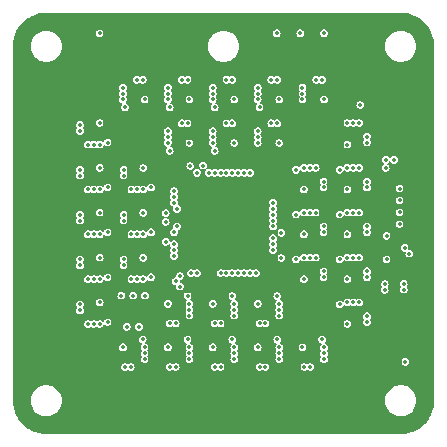
<source format=gbr>
G04 #@! TF.GenerationSoftware,KiCad,Pcbnew,(6.0.9)*
G04 #@! TF.CreationDate,2024-07-14T21:03:07-07:00*
G04 #@! TF.ProjectId,AccArray_QFN,41636341-7272-4617-995f-51464e2e6b69,rev?*
G04 #@! TF.SameCoordinates,Original*
G04 #@! TF.FileFunction,Copper,L2,Inr*
G04 #@! TF.FilePolarity,Positive*
%FSLAX46Y46*%
G04 Gerber Fmt 4.6, Leading zero omitted, Abs format (unit mm)*
G04 Created by KiCad (PCBNEW (6.0.9)) date 2024-07-14 21:03:07*
%MOMM*%
%LPD*%
G01*
G04 APERTURE LIST*
G04 #@! TA.AperFunction,ViaPad*
%ADD10C,0.350000*%
G04 #@! TD*
G04 APERTURE END LIST*
D10*
G04 #@! TO.N,GND*
X97800000Y-64400000D03*
X102600000Y-71300000D03*
X97750000Y-67480000D03*
X109000000Y-63000000D03*
X107350000Y-60850000D03*
X92350000Y-63550000D03*
X91150000Y-62150000D03*
X92650000Y-61150000D03*
X100200000Y-64550000D03*
X94650000Y-67800000D03*
X94550000Y-73050000D03*
X98550000Y-75700000D03*
X105820000Y-68100000D03*
X105820000Y-71900000D03*
X104900000Y-73880000D03*
X94500000Y-71550000D03*
G04 #@! TO.N,+3V3*
X95100000Y-71550000D03*
G04 #@! TO.N,FPGA_LED_B*
X93350000Y-76100000D03*
G04 #@! TO.N,FPGA_LED_G*
X92350000Y-76100000D03*
G04 #@! TO.N,FPGA_LED_R*
X91350000Y-76100000D03*
G04 #@! TO.N,+3V3*
X110487500Y-70915000D03*
X95450000Y-78465000D03*
X115250000Y-75600000D03*
X106685000Y-80487500D03*
X91535000Y-69250000D03*
X104900000Y-72920000D03*
X110487500Y-67115000D03*
X89512500Y-61485000D03*
X93150000Y-57835000D03*
X95285000Y-76800000D03*
X100750000Y-57835000D03*
X108465000Y-70750000D03*
X115250000Y-75100000D03*
X112152500Y-66950000D03*
X99085000Y-76800000D03*
X108515000Y-59500000D03*
X100915000Y-63187500D03*
X97115000Y-63187500D03*
X104550000Y-57835000D03*
X93200000Y-72900000D03*
X96950000Y-61522500D03*
X97180000Y-65130000D03*
X112152500Y-63150000D03*
X102885000Y-80487500D03*
X108465000Y-74550000D03*
X112152500Y-74550000D03*
X91800000Y-78750000D03*
X87847500Y-65450000D03*
X106850000Y-82152500D03*
X112152500Y-70750000D03*
X96950000Y-57835000D03*
X91650000Y-82152500D03*
X89500000Y-53900000D03*
X115400000Y-81710000D03*
X93315000Y-59500000D03*
X99250000Y-82152500D03*
X93200000Y-65300000D03*
X113650000Y-75625000D03*
X95285000Y-80487500D03*
X87847500Y-61650000D03*
X99250000Y-78465000D03*
X108465000Y-66950000D03*
X89512500Y-72885000D03*
X113650000Y-75125000D03*
X103050000Y-78465000D03*
X106800000Y-67115000D03*
X98275000Y-65095000D03*
X100915000Y-59500000D03*
X89512500Y-69085000D03*
X89512500Y-76685000D03*
X89512500Y-65285000D03*
X87847500Y-69250000D03*
X102885000Y-76800000D03*
X100750000Y-61522500D03*
X110487500Y-74715000D03*
X104715000Y-59500000D03*
X91485000Y-80487500D03*
X110487500Y-78515000D03*
X91535000Y-65450000D03*
X103050000Y-82152500D03*
X95450000Y-82152500D03*
X104715000Y-63187500D03*
X106800000Y-74715000D03*
X110487500Y-63315000D03*
X87847500Y-76850000D03*
X91535000Y-73050000D03*
X87847500Y-73050000D03*
X104550000Y-61522500D03*
X108350000Y-57835000D03*
X112152500Y-78350000D03*
X99085000Y-80487500D03*
X106800000Y-70915000D03*
X97115000Y-59500000D03*
X93200000Y-69100000D03*
X92850000Y-78750000D03*
G04 #@! TO.N,GND*
X101250000Y-65150000D03*
X95000000Y-52900000D03*
X117300000Y-85975000D03*
X92200000Y-72885000D03*
X102250000Y-65150000D03*
X82700000Y-59975000D03*
X82700000Y-75975000D03*
X104100000Y-87275000D03*
X103050000Y-61522500D03*
X98700000Y-72600000D03*
X94000000Y-52900000D03*
X97115000Y-62187500D03*
X82700000Y-67975000D03*
X108465000Y-69250000D03*
X82800000Y-54200000D03*
X114412500Y-66550000D03*
X117400000Y-62000000D03*
X85100000Y-87275000D03*
X102100000Y-87275000D03*
X88512500Y-69085000D03*
X95100000Y-87275000D03*
X112152500Y-61650000D03*
X99085000Y-77800000D03*
X112100000Y-87275000D03*
X117400000Y-84975000D03*
X85000000Y-52900000D03*
X112000000Y-52900000D03*
X99000000Y-52900000D03*
X113600000Y-69050000D03*
X95450000Y-61522500D03*
X117400000Y-69000000D03*
X106850000Y-57835000D03*
X83200000Y-86750000D03*
X94100000Y-87275000D03*
X93315000Y-58500000D03*
X87847500Y-74550000D03*
X116100000Y-53000000D03*
X117400000Y-68000000D03*
X92200000Y-65285000D03*
X113600000Y-66500000D03*
X117400000Y-80975000D03*
X90100000Y-87275000D03*
X117400000Y-57200000D03*
X105000000Y-52900000D03*
X102600000Y-68700000D03*
X97400000Y-71300000D03*
X100000000Y-67400000D03*
X88512500Y-61485000D03*
X113600000Y-70050000D03*
X82700000Y-80975000D03*
X107100000Y-87275000D03*
X116700000Y-76550000D03*
X111487500Y-67115000D03*
X100650000Y-67400000D03*
X117400000Y-72000000D03*
X98700000Y-67400000D03*
X113400000Y-70550000D03*
X112152500Y-69250000D03*
X112152500Y-76850000D03*
X86000000Y-52900000D03*
X93100000Y-87275000D03*
X96100000Y-87275000D03*
X102000000Y-52900000D03*
X113650000Y-74050000D03*
X117400000Y-74000000D03*
X82700000Y-82975000D03*
X108000000Y-52900000D03*
X91650000Y-57835000D03*
X104000000Y-52900000D03*
X82700000Y-72975000D03*
X98000000Y-52900000D03*
X87847500Y-78350000D03*
X112152500Y-73050000D03*
X101100000Y-87275000D03*
X111000000Y-52900000D03*
X101925000Y-67400000D03*
X100000000Y-72600000D03*
X114000000Y-52900000D03*
X117400000Y-82975000D03*
X82700000Y-66975000D03*
X117400000Y-70000000D03*
X82700000Y-64975000D03*
X117400000Y-73000000D03*
X103000000Y-52900000D03*
X113600000Y-67550000D03*
X109000000Y-52900000D03*
X97400000Y-72600000D03*
X92200000Y-69085000D03*
X92100000Y-87275000D03*
X101750000Y-65150000D03*
X96950000Y-78465000D03*
X114412500Y-66050000D03*
X97115000Y-58500000D03*
X114412500Y-68550000D03*
X101300000Y-72600000D03*
X113600000Y-69550000D03*
X82700000Y-58300000D03*
X106000000Y-52900000D03*
X82700000Y-60975000D03*
X114412500Y-67550000D03*
X114412500Y-70550000D03*
X108350000Y-82152500D03*
X97000000Y-52900000D03*
X99100000Y-87275000D03*
X89000000Y-52900000D03*
X88512500Y-76685000D03*
X105100000Y-87275000D03*
X82700000Y-73975000D03*
X104550000Y-82152500D03*
X82700000Y-71975000D03*
X106685000Y-81487500D03*
X117400000Y-71000000D03*
X117400000Y-58200000D03*
X117400000Y-59000000D03*
X91100000Y-87275000D03*
X117400000Y-63000000D03*
X99250000Y-61522500D03*
X100750000Y-78465000D03*
X95285000Y-81487500D03*
X117400000Y-67000000D03*
X91000000Y-52900000D03*
X117400000Y-61000000D03*
X113600000Y-65950000D03*
X95450000Y-57835000D03*
X97400000Y-68700000D03*
X102600000Y-67400000D03*
X82700000Y-63975000D03*
X108465000Y-65450000D03*
X117400000Y-81975000D03*
X113600000Y-67000000D03*
X99250000Y-57835000D03*
X116100000Y-87275000D03*
X100000000Y-52900000D03*
X103050000Y-57835000D03*
X100915000Y-62187500D03*
X97100000Y-87275000D03*
X82700000Y-76975000D03*
X107800000Y-74715000D03*
X117400000Y-55200000D03*
X91485000Y-81487500D03*
X95285000Y-77800000D03*
X82700000Y-83975000D03*
X110000000Y-52900000D03*
X117400000Y-78975000D03*
X108515000Y-58500000D03*
X116875000Y-86775000D03*
X101300000Y-67400000D03*
X102600000Y-70000000D03*
X117400000Y-65000000D03*
X98100000Y-87275000D03*
X113400000Y-71550000D03*
X117400000Y-79975000D03*
X111487500Y-78515000D03*
X82700000Y-57300000D03*
X115250000Y-74550000D03*
X104715000Y-62187500D03*
X82700000Y-74975000D03*
X96950000Y-82152500D03*
X104550000Y-78465000D03*
X82700000Y-78975000D03*
X108465000Y-73050000D03*
X87847500Y-66950000D03*
X93000000Y-52900000D03*
X110500000Y-53900000D03*
X84000000Y-87175000D03*
X82700000Y-56300000D03*
X117400000Y-77975000D03*
X111487500Y-70915000D03*
X113100000Y-87275000D03*
X91535000Y-74550000D03*
X104715000Y-58500000D03*
X117150000Y-76550000D03*
X82700000Y-65975000D03*
X82700000Y-84975000D03*
X82700000Y-79975000D03*
X97400000Y-70000000D03*
X103100000Y-87275000D03*
X83225000Y-53400000D03*
X111487500Y-74715000D03*
X88512500Y-65285000D03*
X101900000Y-64230000D03*
X117400000Y-66000000D03*
X112050000Y-59550000D03*
X115250000Y-74050000D03*
X110100000Y-87275000D03*
X108100000Y-87275000D03*
X101000000Y-52900000D03*
X82700000Y-70975000D03*
X102885000Y-81487500D03*
X87100000Y-87275000D03*
X117400000Y-60000000D03*
X82700000Y-77975000D03*
X100915000Y-58500000D03*
X87847500Y-63150000D03*
X117400000Y-56200000D03*
X89100000Y-87275000D03*
X84000000Y-52900000D03*
X112152500Y-65450000D03*
X107800000Y-70915000D03*
X88000000Y-52900000D03*
X115100000Y-87275000D03*
X82700000Y-62975000D03*
X117400000Y-75000000D03*
X100750000Y-82152500D03*
X117150000Y-64050000D03*
X100750000Y-65150000D03*
X99085000Y-81487500D03*
X82700000Y-68975000D03*
X113000000Y-52900000D03*
X116900000Y-53425000D03*
X107800000Y-67115000D03*
X92000000Y-52900000D03*
X102885000Y-77800000D03*
X90000000Y-52900000D03*
X87000000Y-52900000D03*
X111100000Y-87275000D03*
X115000000Y-52900000D03*
X96220000Y-65050000D03*
X82700000Y-69975000D03*
X82700000Y-61975000D03*
X109100000Y-87275000D03*
X103550000Y-64400000D03*
X111150000Y-59550000D03*
X87847500Y-70750000D03*
X86100000Y-87275000D03*
X117400000Y-83975000D03*
X100100000Y-87275000D03*
X96000000Y-52900000D03*
X106100000Y-87275000D03*
X114412500Y-69550000D03*
X93150000Y-82152500D03*
X88512500Y-72885000D03*
X102600000Y-72600000D03*
X113600000Y-68050000D03*
X113600000Y-68550000D03*
X107000000Y-52900000D03*
X91535000Y-70750000D03*
X116700000Y-64050000D03*
X113650000Y-74550000D03*
X82700000Y-58975000D03*
X111487500Y-63315000D03*
X114100000Y-87275000D03*
X117400000Y-54200000D03*
X82700000Y-85975000D03*
X88100000Y-87275000D03*
X117400000Y-76000000D03*
X82700000Y-81975000D03*
X82700000Y-55300000D03*
X91535000Y-66950000D03*
X114412500Y-71550000D03*
G04 #@! TO.N,FSYNC*
X100250000Y-57835000D03*
X99750000Y-82152500D03*
X103550000Y-82152500D03*
X91535000Y-65950000D03*
X112152500Y-77850000D03*
X87847500Y-69750000D03*
X112152500Y-62650000D03*
X92650000Y-57835000D03*
X100250000Y-61522500D03*
X91535000Y-73550000D03*
X108465000Y-74050000D03*
X113800000Y-71050000D03*
X104050000Y-61522500D03*
X108465000Y-70250000D03*
X87847500Y-62150000D03*
X87847500Y-73550000D03*
X92150000Y-82152500D03*
X96450000Y-57835000D03*
X91535000Y-69750000D03*
X112152500Y-70250000D03*
X112152500Y-66450000D03*
X96450000Y-61522500D03*
X112152500Y-74050000D03*
X103550000Y-78465000D03*
X87847500Y-65950000D03*
X95950000Y-82152500D03*
X104050000Y-57835000D03*
X95950000Y-78465000D03*
X107350000Y-82152500D03*
X87847500Y-77350000D03*
X108465000Y-66450000D03*
X99750000Y-78465000D03*
X107850000Y-57835000D03*
G04 #@! TO.N,FPGA_SCK*
X92700000Y-74715000D03*
X106685000Y-59000000D03*
X89012500Y-70915000D03*
X110987500Y-72885000D03*
X100915000Y-77300000D03*
X102885000Y-62687500D03*
X97115000Y-77300000D03*
X89012500Y-74715000D03*
X100915000Y-80987500D03*
X95285000Y-62687500D03*
X89012500Y-63315000D03*
X107300000Y-72885000D03*
X106500000Y-53900000D03*
X92700000Y-70915000D03*
X107300000Y-69085000D03*
X110987500Y-69085000D03*
X93315000Y-80987500D03*
X91485000Y-59000000D03*
X92700000Y-67115000D03*
X110987500Y-65285000D03*
X99085000Y-62687500D03*
X99085000Y-59000000D03*
X104715000Y-80987500D03*
X95285000Y-59000000D03*
X102885000Y-59000000D03*
X111587500Y-59962500D03*
X114900000Y-69050000D03*
X110987500Y-61485000D03*
X108515000Y-80987500D03*
X101750000Y-65700000D03*
X104715000Y-77300000D03*
X97115000Y-80987500D03*
X110987500Y-76685000D03*
X89012500Y-67115000D03*
X89012500Y-78515000D03*
X107300000Y-65285000D03*
G04 #@! TO.N,FPGA_CS*
X114900000Y-68050000D03*
X101250000Y-65700000D03*
G04 #@! TO.N,FPGA_RST*
X115725000Y-72550000D03*
X104200000Y-69250000D03*
G04 #@! TO.N,FPGA_CDONE*
X115325000Y-72050000D03*
X104200000Y-69750000D03*
G04 #@! TO.N,+1V2*
X104900000Y-70780000D03*
X114425000Y-64600000D03*
X113725000Y-65300000D03*
X95100000Y-69120000D03*
X95100000Y-69880000D03*
X113725000Y-64600000D03*
G04 #@! TO.N,FPGA_LED_B*
X96300000Y-74450000D03*
G04 #@! TO.N,FPGA_LED_G*
X95950000Y-74900000D03*
G04 #@! TO.N,FPGA_LED_R*
X96300000Y-75350000D03*
G04 #@! TO.N,IMU_CS*
X102885000Y-58500000D03*
X102885000Y-62187500D03*
X91485000Y-58500000D03*
X104715000Y-81487500D03*
X100915000Y-81487500D03*
X100915000Y-77800000D03*
X92200000Y-70915000D03*
X88512500Y-74715000D03*
X108515000Y-81487500D03*
X88512500Y-63315000D03*
X107800000Y-69085000D03*
X111487500Y-65285000D03*
X111487500Y-69085000D03*
X95285000Y-58500000D03*
X92200000Y-74715000D03*
X111487500Y-72885000D03*
X99085000Y-62187500D03*
X88512500Y-70915000D03*
X107800000Y-72885000D03*
X104715000Y-77800000D03*
X88512500Y-78515000D03*
X107800000Y-65285000D03*
X106685000Y-58500000D03*
X97115000Y-77800000D03*
X113800000Y-73050000D03*
X111487500Y-61485000D03*
X97115000Y-81487500D03*
X88512500Y-67115000D03*
X99085000Y-58500000D03*
X93315000Y-81487500D03*
X104500000Y-53900000D03*
X111487500Y-76685000D03*
X92200000Y-67115000D03*
X95285000Y-62187500D03*
G04 #@! TO.N,IMU_MISO1*
X98750000Y-65700000D03*
X95450000Y-63852500D03*
G04 #@! TO.N,FPGA_SI*
X89512500Y-74715000D03*
X93200000Y-74715000D03*
X110487500Y-65285000D03*
X95285000Y-63187500D03*
X95285000Y-59500000D03*
X110487500Y-72885000D03*
X97115000Y-80487500D03*
X110487500Y-69085000D03*
X106800000Y-65285000D03*
X104715000Y-76800000D03*
X102885000Y-63187500D03*
X93200000Y-70915000D03*
X89512500Y-70915000D03*
X100915000Y-80487500D03*
X114900000Y-67050000D03*
X89512500Y-63315000D03*
X108515000Y-80487500D03*
X106685000Y-59500000D03*
X93315000Y-80487500D03*
X110487500Y-61485000D03*
X100915000Y-76800000D03*
X106800000Y-69085000D03*
X99085000Y-63187500D03*
X99085000Y-59500000D03*
X110487500Y-76685000D03*
X100750000Y-65700000D03*
X108500000Y-53900000D03*
X97115000Y-76800000D03*
X106800000Y-72885000D03*
X89512500Y-78515000D03*
X89512500Y-67115000D03*
X104715000Y-80487500D03*
X102885000Y-59500000D03*
X93200000Y-67115000D03*
X91485000Y-59500000D03*
G04 #@! TO.N,IMU_MISO2*
X99250000Y-63852500D03*
X99750000Y-65700000D03*
G04 #@! TO.N,IMU_MISO4*
X95800000Y-67250000D03*
X91650000Y-60165000D03*
G04 #@! TO.N,IMU_MISO5*
X97750000Y-65700000D03*
X95450000Y-60165000D03*
G04 #@! TO.N,IMU_MISO6*
X99250000Y-60165000D03*
X99250000Y-65700000D03*
G04 #@! TO.N,IMU_MISO7*
X103050000Y-60165000D03*
X100250000Y-65700000D03*
G04 #@! TO.N,IMU_MISO9*
X106135000Y-65450000D03*
X104200000Y-68750000D03*
G04 #@! TO.N,IMU_MISO10*
X104200000Y-71250000D03*
X106135000Y-69250000D03*
G04 #@! TO.N,IMU_MISO11*
X106135000Y-73050000D03*
X104200000Y-72250000D03*
G04 #@! TO.N,IMU_MISO13*
X109822500Y-65450000D03*
X104200000Y-68250000D03*
G04 #@! TO.N,IMU_MISO14*
X109822500Y-69250000D03*
X104200000Y-70250000D03*
G04 #@! TO.N,IMU_MISO15*
X104200000Y-71750000D03*
X109822500Y-73050000D03*
G04 #@! TO.N,IMU_MISO16*
X109822500Y-76850000D03*
X102750000Y-74200000D03*
G04 #@! TO.N,IMU_MISO17*
X104550000Y-76135000D03*
X101250000Y-74200000D03*
G04 #@! TO.N,IMU_MISO18*
X100750000Y-76135000D03*
X100250000Y-74200000D03*
G04 #@! TO.N,IMU_MISO19*
X97750000Y-74200000D03*
X96950000Y-76135000D03*
G04 #@! TO.N,IMU_MISO20*
X108350000Y-79822500D03*
X102250000Y-74200000D03*
G04 #@! TO.N,IMU_MISO21*
X104550000Y-79822500D03*
X101750000Y-74200000D03*
G04 #@! TO.N,IMU_MISO22*
X100750000Y-74200000D03*
X100750000Y-79822500D03*
G04 #@! TO.N,IMU_MISO23*
X96950000Y-79822500D03*
X99750000Y-74200000D03*
G04 #@! TO.N,IMU_MISO24*
X93150000Y-79822500D03*
X97250000Y-74200000D03*
G04 #@! TO.N,IMU_MISO25*
X95800000Y-71750000D03*
X93865000Y-74550000D03*
G04 #@! TO.N,IMU_MISO26*
X96050000Y-70250000D03*
X93865000Y-70750000D03*
G04 #@! TO.N,IMU_MISO27*
X93865000Y-66950000D03*
X95800000Y-68250000D03*
G04 #@! TO.N,IMU_MISO28*
X90177500Y-78350000D03*
X95800000Y-72750000D03*
G04 #@! TO.N,IMU_MISO29*
X90177500Y-74550000D03*
X95800000Y-72250000D03*
G04 #@! TO.N,IMU_MISO30*
X95800000Y-70750000D03*
X90177500Y-70750000D03*
G04 #@! TO.N,IMU_MISO31*
X96050000Y-68750000D03*
X90177500Y-66950000D03*
G04 #@! TO.N,IMU_MISO32*
X95800000Y-67750000D03*
X90177500Y-63150000D03*
G04 #@! TO.N,FPGA_SO*
X102250000Y-65700000D03*
X114900000Y-70050000D03*
G04 #@! TD*
G04 #@! TA.AperFunction,Conductor*
G04 #@! TO.N,GND*
G36*
X114989594Y-52153021D02*
G01*
X115000000Y-52155809D01*
X115009409Y-52153288D01*
X115016568Y-52153288D01*
X115028223Y-52152085D01*
X115314906Y-52168185D01*
X115323142Y-52169113D01*
X115629976Y-52221247D01*
X115638059Y-52223091D01*
X115793393Y-52267842D01*
X115937138Y-52309254D01*
X115944971Y-52311995D01*
X116232511Y-52431098D01*
X116239987Y-52434698D01*
X116512392Y-52585251D01*
X116519417Y-52589666D01*
X116773239Y-52769762D01*
X116779727Y-52774935D01*
X117011802Y-52982330D01*
X117017670Y-52988198D01*
X117225065Y-53220273D01*
X117230238Y-53226761D01*
X117410333Y-53480581D01*
X117414748Y-53487607D01*
X117463997Y-53576716D01*
X117565302Y-53760013D01*
X117568902Y-53767489D01*
X117688005Y-54055029D01*
X117690746Y-54062862D01*
X117769910Y-54337646D01*
X117776908Y-54361938D01*
X117778753Y-54370024D01*
X117808470Y-54544921D01*
X117830886Y-54676853D01*
X117831816Y-54685100D01*
X117847915Y-54971777D01*
X117846712Y-54983432D01*
X117846712Y-54990591D01*
X117844191Y-55000000D01*
X117846712Y-55009408D01*
X117846979Y-55010404D01*
X117849500Y-55029557D01*
X117849500Y-84970443D01*
X117846979Y-84989594D01*
X117844191Y-85000000D01*
X117846712Y-85009409D01*
X117846712Y-85016568D01*
X117847915Y-85028223D01*
X117831816Y-85314900D01*
X117830887Y-85323142D01*
X117778754Y-85629972D01*
X117776909Y-85638059D01*
X117769066Y-85665281D01*
X117690746Y-85937138D01*
X117688005Y-85944971D01*
X117568902Y-86232511D01*
X117565302Y-86239987D01*
X117414749Y-86512392D01*
X117410333Y-86519419D01*
X117230238Y-86773239D01*
X117225065Y-86779727D01*
X117017670Y-87011802D01*
X117011802Y-87017670D01*
X116779727Y-87225065D01*
X116773240Y-87230237D01*
X116612215Y-87344491D01*
X116519419Y-87410333D01*
X116512392Y-87414749D01*
X116239987Y-87565302D01*
X116232511Y-87568902D01*
X115944971Y-87688005D01*
X115937137Y-87690746D01*
X115638059Y-87776909D01*
X115629976Y-87778753D01*
X115323142Y-87830887D01*
X115314906Y-87831815D01*
X115028223Y-87847915D01*
X115016568Y-87846712D01*
X115009409Y-87846712D01*
X115000000Y-87844191D01*
X114989594Y-87846979D01*
X114970443Y-87849500D01*
X85029557Y-87849500D01*
X85010406Y-87846979D01*
X85000000Y-87844191D01*
X84990591Y-87846712D01*
X84983432Y-87846712D01*
X84971777Y-87847915D01*
X84685094Y-87831815D01*
X84676858Y-87830887D01*
X84370024Y-87778753D01*
X84361941Y-87776909D01*
X84062863Y-87690746D01*
X84055029Y-87688005D01*
X83767489Y-87568902D01*
X83760013Y-87565302D01*
X83487608Y-87414749D01*
X83480581Y-87410333D01*
X83387786Y-87344491D01*
X83226760Y-87230237D01*
X83220273Y-87225065D01*
X82988198Y-87017670D01*
X82982330Y-87011802D01*
X82774935Y-86779727D01*
X82769762Y-86773239D01*
X82589667Y-86519419D01*
X82585251Y-86512392D01*
X82434698Y-86239987D01*
X82431098Y-86232511D01*
X82311995Y-85944971D01*
X82309254Y-85937138D01*
X82230934Y-85665281D01*
X82223091Y-85638059D01*
X82221246Y-85629972D01*
X82169113Y-85323142D01*
X82168184Y-85314900D01*
X82152085Y-85028223D01*
X82153288Y-85016568D01*
X82153288Y-85009409D01*
X82155809Y-85000000D01*
X83669437Y-85000000D01*
X83689651Y-85231050D01*
X83749680Y-85455079D01*
X83751047Y-85458010D01*
X83846333Y-85662353D01*
X83846334Y-85662354D01*
X83847699Y-85665281D01*
X83980730Y-85855269D01*
X84144731Y-86019270D01*
X84334719Y-86152301D01*
X84337641Y-86153664D01*
X84337647Y-86153667D01*
X84485211Y-86222477D01*
X84544921Y-86250320D01*
X84656935Y-86280334D01*
X84765822Y-86309511D01*
X84765824Y-86309511D01*
X84768950Y-86310349D01*
X84942129Y-86325500D01*
X85057871Y-86325500D01*
X85231050Y-86310349D01*
X85234176Y-86309511D01*
X85234178Y-86309511D01*
X85343065Y-86280334D01*
X85455079Y-86250320D01*
X85514789Y-86222477D01*
X85662353Y-86153667D01*
X85662359Y-86153664D01*
X85665281Y-86152301D01*
X85855269Y-86019270D01*
X86019270Y-85855269D01*
X86152301Y-85665282D01*
X86250320Y-85455079D01*
X86310349Y-85231050D01*
X86330563Y-85000000D01*
X113669437Y-85000000D01*
X113689651Y-85231050D01*
X113749680Y-85455079D01*
X113751047Y-85458010D01*
X113846333Y-85662353D01*
X113846334Y-85662354D01*
X113847699Y-85665281D01*
X113980730Y-85855269D01*
X114144731Y-86019270D01*
X114334719Y-86152301D01*
X114337641Y-86153664D01*
X114337647Y-86153667D01*
X114485211Y-86222477D01*
X114544921Y-86250320D01*
X114656935Y-86280334D01*
X114765822Y-86309511D01*
X114765824Y-86309511D01*
X114768950Y-86310349D01*
X114942129Y-86325500D01*
X115057871Y-86325500D01*
X115231050Y-86310349D01*
X115234176Y-86309511D01*
X115234178Y-86309511D01*
X115343065Y-86280334D01*
X115455079Y-86250320D01*
X115514789Y-86222477D01*
X115662353Y-86153667D01*
X115662359Y-86153664D01*
X115665281Y-86152301D01*
X115855269Y-86019270D01*
X116019270Y-85855269D01*
X116152301Y-85665282D01*
X116250320Y-85455079D01*
X116310349Y-85231050D01*
X116330563Y-85000000D01*
X116310349Y-84768950D01*
X116250320Y-84544921D01*
X116222477Y-84485211D01*
X116153667Y-84337647D01*
X116153664Y-84337641D01*
X116152301Y-84334719D01*
X116019270Y-84144731D01*
X115855269Y-83980730D01*
X115665281Y-83847699D01*
X115662359Y-83846336D01*
X115662353Y-83846333D01*
X115514789Y-83777523D01*
X115455079Y-83749680D01*
X115343065Y-83719666D01*
X115234178Y-83690489D01*
X115234176Y-83690489D01*
X115231050Y-83689651D01*
X115057871Y-83674500D01*
X114942129Y-83674500D01*
X114768950Y-83689651D01*
X114765824Y-83690489D01*
X114765822Y-83690489D01*
X114656935Y-83719666D01*
X114544921Y-83749680D01*
X114485211Y-83777523D01*
X114337647Y-83846333D01*
X114337641Y-83846336D01*
X114334719Y-83847699D01*
X114144731Y-83980730D01*
X113980730Y-84144731D01*
X113847699Y-84334718D01*
X113749680Y-84544921D01*
X113689651Y-84768950D01*
X113669437Y-85000000D01*
X86330563Y-85000000D01*
X86310349Y-84768950D01*
X86250320Y-84544921D01*
X86222477Y-84485211D01*
X86153667Y-84337647D01*
X86153664Y-84337641D01*
X86152301Y-84334719D01*
X86019270Y-84144731D01*
X85855269Y-83980730D01*
X85665281Y-83847699D01*
X85662359Y-83846336D01*
X85662353Y-83846333D01*
X85514789Y-83777523D01*
X85455079Y-83749680D01*
X85343065Y-83719666D01*
X85234178Y-83690489D01*
X85234176Y-83690489D01*
X85231050Y-83689651D01*
X85057871Y-83674500D01*
X84942129Y-83674500D01*
X84768950Y-83689651D01*
X84765824Y-83690489D01*
X84765822Y-83690489D01*
X84656935Y-83719666D01*
X84544921Y-83749680D01*
X84485211Y-83777523D01*
X84337647Y-83846333D01*
X84337641Y-83846336D01*
X84334719Y-83847699D01*
X84144731Y-83980730D01*
X83980730Y-84144731D01*
X83847699Y-84334718D01*
X83749680Y-84544921D01*
X83689651Y-84768950D01*
X83669437Y-85000000D01*
X82155809Y-85000000D01*
X82153021Y-84989594D01*
X82150500Y-84970443D01*
X82150500Y-82152500D01*
X91319479Y-82152500D01*
X91339412Y-82265545D01*
X91342649Y-82271151D01*
X91393570Y-82359351D01*
X91393572Y-82359353D01*
X91396806Y-82364955D01*
X91401762Y-82369114D01*
X91401764Y-82369116D01*
X91479777Y-82434577D01*
X91479779Y-82434578D01*
X91484739Y-82438740D01*
X91592606Y-82478000D01*
X91707394Y-82478000D01*
X91815261Y-82438740D01*
X91820221Y-82434578D01*
X91820223Y-82434577D01*
X91852434Y-82407548D01*
X91900000Y-82390235D01*
X91947566Y-82407548D01*
X91979777Y-82434577D01*
X91979779Y-82434578D01*
X91984739Y-82438740D01*
X92092606Y-82478000D01*
X92207394Y-82478000D01*
X92315261Y-82438740D01*
X92320221Y-82434578D01*
X92320223Y-82434577D01*
X92398236Y-82369116D01*
X92398238Y-82369114D01*
X92403194Y-82364955D01*
X92406428Y-82359353D01*
X92406430Y-82359351D01*
X92457351Y-82271151D01*
X92460588Y-82265545D01*
X92480521Y-82152500D01*
X95119479Y-82152500D01*
X95139412Y-82265545D01*
X95142649Y-82271151D01*
X95193570Y-82359351D01*
X95193572Y-82359353D01*
X95196806Y-82364955D01*
X95201762Y-82369114D01*
X95201764Y-82369116D01*
X95279777Y-82434577D01*
X95279779Y-82434578D01*
X95284739Y-82438740D01*
X95392606Y-82478000D01*
X95507394Y-82478000D01*
X95615261Y-82438740D01*
X95620221Y-82434578D01*
X95620223Y-82434577D01*
X95652434Y-82407548D01*
X95700000Y-82390235D01*
X95747566Y-82407548D01*
X95779777Y-82434577D01*
X95779779Y-82434578D01*
X95784739Y-82438740D01*
X95892606Y-82478000D01*
X96007394Y-82478000D01*
X96115261Y-82438740D01*
X96120221Y-82434578D01*
X96120223Y-82434577D01*
X96198236Y-82369116D01*
X96198238Y-82369114D01*
X96203194Y-82364955D01*
X96206428Y-82359353D01*
X96206430Y-82359351D01*
X96257351Y-82271151D01*
X96260588Y-82265545D01*
X96280521Y-82152500D01*
X98919479Y-82152500D01*
X98939412Y-82265545D01*
X98942649Y-82271151D01*
X98993570Y-82359351D01*
X98993572Y-82359353D01*
X98996806Y-82364955D01*
X99001762Y-82369114D01*
X99001764Y-82369116D01*
X99079777Y-82434577D01*
X99079779Y-82434578D01*
X99084739Y-82438740D01*
X99192606Y-82478000D01*
X99307394Y-82478000D01*
X99415261Y-82438740D01*
X99420221Y-82434578D01*
X99420223Y-82434577D01*
X99452434Y-82407548D01*
X99500000Y-82390235D01*
X99547566Y-82407548D01*
X99579777Y-82434577D01*
X99579779Y-82434578D01*
X99584739Y-82438740D01*
X99692606Y-82478000D01*
X99807394Y-82478000D01*
X99915261Y-82438740D01*
X99920221Y-82434578D01*
X99920223Y-82434577D01*
X99998236Y-82369116D01*
X99998238Y-82369114D01*
X100003194Y-82364955D01*
X100006428Y-82359353D01*
X100006430Y-82359351D01*
X100057351Y-82271151D01*
X100060588Y-82265545D01*
X100080521Y-82152500D01*
X102719479Y-82152500D01*
X102739412Y-82265545D01*
X102742649Y-82271151D01*
X102793570Y-82359351D01*
X102793572Y-82359353D01*
X102796806Y-82364955D01*
X102801762Y-82369114D01*
X102801764Y-82369116D01*
X102879777Y-82434577D01*
X102879779Y-82434578D01*
X102884739Y-82438740D01*
X102992606Y-82478000D01*
X103107394Y-82478000D01*
X103215261Y-82438740D01*
X103220221Y-82434578D01*
X103220223Y-82434577D01*
X103252434Y-82407548D01*
X103300000Y-82390235D01*
X103347566Y-82407548D01*
X103379777Y-82434577D01*
X103379779Y-82434578D01*
X103384739Y-82438740D01*
X103492606Y-82478000D01*
X103607394Y-82478000D01*
X103715261Y-82438740D01*
X103720221Y-82434578D01*
X103720223Y-82434577D01*
X103798236Y-82369116D01*
X103798238Y-82369114D01*
X103803194Y-82364955D01*
X103806428Y-82359353D01*
X103806430Y-82359351D01*
X103857351Y-82271151D01*
X103860588Y-82265545D01*
X103880521Y-82152500D01*
X106519479Y-82152500D01*
X106539412Y-82265545D01*
X106542649Y-82271151D01*
X106593570Y-82359351D01*
X106593572Y-82359353D01*
X106596806Y-82364955D01*
X106601762Y-82369114D01*
X106601764Y-82369116D01*
X106679777Y-82434577D01*
X106679779Y-82434578D01*
X106684739Y-82438740D01*
X106792606Y-82478000D01*
X106907394Y-82478000D01*
X107015261Y-82438740D01*
X107020221Y-82434578D01*
X107020223Y-82434577D01*
X107052434Y-82407548D01*
X107100000Y-82390235D01*
X107147566Y-82407548D01*
X107179777Y-82434577D01*
X107179779Y-82434578D01*
X107184739Y-82438740D01*
X107292606Y-82478000D01*
X107407394Y-82478000D01*
X107515261Y-82438740D01*
X107520221Y-82434578D01*
X107520223Y-82434577D01*
X107598236Y-82369116D01*
X107598238Y-82369114D01*
X107603194Y-82364955D01*
X107606428Y-82359353D01*
X107606430Y-82359351D01*
X107657351Y-82271151D01*
X107660588Y-82265545D01*
X107680521Y-82152500D01*
X107660588Y-82039455D01*
X107635638Y-81996240D01*
X107606430Y-81945649D01*
X107606428Y-81945647D01*
X107603194Y-81940045D01*
X107598238Y-81935886D01*
X107598236Y-81935884D01*
X107520223Y-81870423D01*
X107520220Y-81870421D01*
X107515261Y-81866260D01*
X107407394Y-81827000D01*
X107292606Y-81827000D01*
X107184740Y-81866260D01*
X107147565Y-81897453D01*
X107099999Y-81914765D01*
X107052434Y-81897452D01*
X107020223Y-81870423D01*
X107020220Y-81870421D01*
X107015261Y-81866260D01*
X106907394Y-81827000D01*
X106792606Y-81827000D01*
X106684740Y-81866260D01*
X106679781Y-81870421D01*
X106679778Y-81870423D01*
X106601764Y-81935884D01*
X106601762Y-81935887D01*
X106596806Y-81940045D01*
X106593572Y-81945647D01*
X106593570Y-81945649D01*
X106564362Y-81996240D01*
X106539412Y-82039455D01*
X106519479Y-82152500D01*
X103880521Y-82152500D01*
X103860588Y-82039455D01*
X103835638Y-81996240D01*
X103806430Y-81945649D01*
X103806428Y-81945647D01*
X103803194Y-81940045D01*
X103798238Y-81935886D01*
X103798236Y-81935884D01*
X103720223Y-81870423D01*
X103720220Y-81870421D01*
X103715261Y-81866260D01*
X103607394Y-81827000D01*
X103492606Y-81827000D01*
X103384740Y-81866260D01*
X103347565Y-81897453D01*
X103299999Y-81914765D01*
X103252434Y-81897452D01*
X103220223Y-81870423D01*
X103220220Y-81870421D01*
X103215261Y-81866260D01*
X103107394Y-81827000D01*
X102992606Y-81827000D01*
X102884740Y-81866260D01*
X102879781Y-81870421D01*
X102879778Y-81870423D01*
X102801764Y-81935884D01*
X102801762Y-81935887D01*
X102796806Y-81940045D01*
X102793572Y-81945647D01*
X102793570Y-81945649D01*
X102764362Y-81996240D01*
X102739412Y-82039455D01*
X102719479Y-82152500D01*
X100080521Y-82152500D01*
X100060588Y-82039455D01*
X100035638Y-81996240D01*
X100006430Y-81945649D01*
X100006428Y-81945647D01*
X100003194Y-81940045D01*
X99998238Y-81935886D01*
X99998236Y-81935884D01*
X99920223Y-81870423D01*
X99920220Y-81870421D01*
X99915261Y-81866260D01*
X99807394Y-81827000D01*
X99692606Y-81827000D01*
X99584740Y-81866260D01*
X99547565Y-81897453D01*
X99499999Y-81914765D01*
X99452434Y-81897452D01*
X99420223Y-81870423D01*
X99420220Y-81870421D01*
X99415261Y-81866260D01*
X99307394Y-81827000D01*
X99192606Y-81827000D01*
X99084740Y-81866260D01*
X99079781Y-81870421D01*
X99079778Y-81870423D01*
X99001764Y-81935884D01*
X99001762Y-81935887D01*
X98996806Y-81940045D01*
X98993572Y-81945647D01*
X98993570Y-81945649D01*
X98964362Y-81996240D01*
X98939412Y-82039455D01*
X98919479Y-82152500D01*
X96280521Y-82152500D01*
X96260588Y-82039455D01*
X96235638Y-81996240D01*
X96206430Y-81945649D01*
X96206428Y-81945647D01*
X96203194Y-81940045D01*
X96198238Y-81935886D01*
X96198236Y-81935884D01*
X96120223Y-81870423D01*
X96120220Y-81870421D01*
X96115261Y-81866260D01*
X96007394Y-81827000D01*
X95892606Y-81827000D01*
X95784740Y-81866260D01*
X95747565Y-81897453D01*
X95699999Y-81914765D01*
X95652434Y-81897452D01*
X95620223Y-81870423D01*
X95620220Y-81870421D01*
X95615261Y-81866260D01*
X95507394Y-81827000D01*
X95392606Y-81827000D01*
X95284740Y-81866260D01*
X95279781Y-81870421D01*
X95279778Y-81870423D01*
X95201764Y-81935884D01*
X95201762Y-81935887D01*
X95196806Y-81940045D01*
X95193572Y-81945647D01*
X95193570Y-81945649D01*
X95164362Y-81996240D01*
X95139412Y-82039455D01*
X95119479Y-82152500D01*
X92480521Y-82152500D01*
X92460588Y-82039455D01*
X92435638Y-81996240D01*
X92406430Y-81945649D01*
X92406428Y-81945647D01*
X92403194Y-81940045D01*
X92398238Y-81935886D01*
X92398236Y-81935884D01*
X92320223Y-81870423D01*
X92320220Y-81870421D01*
X92315261Y-81866260D01*
X92207394Y-81827000D01*
X92092606Y-81827000D01*
X91984740Y-81866260D01*
X91947565Y-81897453D01*
X91899999Y-81914765D01*
X91852434Y-81897452D01*
X91820223Y-81870423D01*
X91820220Y-81870421D01*
X91815261Y-81866260D01*
X91707394Y-81827000D01*
X91592606Y-81827000D01*
X91484740Y-81866260D01*
X91479781Y-81870421D01*
X91479778Y-81870423D01*
X91401764Y-81935884D01*
X91401762Y-81935887D01*
X91396806Y-81940045D01*
X91393572Y-81945647D01*
X91393570Y-81945649D01*
X91364362Y-81996240D01*
X91339412Y-82039455D01*
X91319479Y-82152500D01*
X82150500Y-82152500D01*
X82150500Y-80487500D01*
X91154479Y-80487500D01*
X91174412Y-80600545D01*
X91177649Y-80606151D01*
X91228570Y-80694351D01*
X91228572Y-80694353D01*
X91231806Y-80699955D01*
X91236762Y-80704114D01*
X91236764Y-80704116D01*
X91314777Y-80769577D01*
X91314779Y-80769578D01*
X91319739Y-80773740D01*
X91427606Y-80813000D01*
X91542394Y-80813000D01*
X91650261Y-80773740D01*
X91655221Y-80769578D01*
X91655223Y-80769577D01*
X91733236Y-80704116D01*
X91733238Y-80704114D01*
X91738194Y-80699955D01*
X91741428Y-80694353D01*
X91741430Y-80694351D01*
X91792351Y-80606151D01*
X91795588Y-80600545D01*
X91815521Y-80487500D01*
X91795588Y-80374455D01*
X91771047Y-80331949D01*
X91741430Y-80280649D01*
X91741428Y-80280647D01*
X91738194Y-80275045D01*
X91733238Y-80270886D01*
X91733236Y-80270884D01*
X91655223Y-80205423D01*
X91655221Y-80205422D01*
X91650261Y-80201260D01*
X91542394Y-80162000D01*
X91427606Y-80162000D01*
X91319740Y-80201260D01*
X91314780Y-80205422D01*
X91314778Y-80205423D01*
X91236764Y-80270884D01*
X91236762Y-80270887D01*
X91231806Y-80275045D01*
X91228572Y-80280647D01*
X91228570Y-80280649D01*
X91198953Y-80331949D01*
X91174412Y-80374455D01*
X91154479Y-80487500D01*
X82150500Y-80487500D01*
X82150500Y-79822500D01*
X92819479Y-79822500D01*
X92839412Y-79935545D01*
X92842649Y-79941151D01*
X92893570Y-80029351D01*
X92893572Y-80029353D01*
X92896806Y-80034955D01*
X92901762Y-80039114D01*
X92901764Y-80039116D01*
X92979777Y-80104577D01*
X92979779Y-80104578D01*
X92984739Y-80108740D01*
X93056284Y-80134780D01*
X93095060Y-80167317D01*
X93103850Y-80217167D01*
X93078540Y-80261004D01*
X93061806Y-80275045D01*
X93058572Y-80280647D01*
X93058570Y-80280649D01*
X93028953Y-80331949D01*
X93004412Y-80374455D01*
X92984479Y-80487500D01*
X93004412Y-80600545D01*
X93007649Y-80606151D01*
X93061806Y-80699955D01*
X93059087Y-80701525D01*
X93072177Y-80737525D01*
X93059091Y-80773478D01*
X93061806Y-80775045D01*
X93004412Y-80874455D01*
X92984479Y-80987500D01*
X93004412Y-81100545D01*
X93007649Y-81106151D01*
X93061806Y-81199955D01*
X93059087Y-81201525D01*
X93072177Y-81237525D01*
X93059091Y-81273478D01*
X93061806Y-81275045D01*
X93004412Y-81374455D01*
X92984479Y-81487500D01*
X93004412Y-81600545D01*
X93007649Y-81606151D01*
X93058570Y-81694351D01*
X93058572Y-81694353D01*
X93061806Y-81699955D01*
X93066762Y-81704114D01*
X93066764Y-81704116D01*
X93144777Y-81769577D01*
X93144779Y-81769578D01*
X93149739Y-81773740D01*
X93257606Y-81813000D01*
X93372394Y-81813000D01*
X93480261Y-81773740D01*
X93485221Y-81769578D01*
X93485223Y-81769577D01*
X93563236Y-81704116D01*
X93563238Y-81704114D01*
X93568194Y-81699955D01*
X93571428Y-81694353D01*
X93571430Y-81694351D01*
X93622351Y-81606151D01*
X93625588Y-81600545D01*
X93645521Y-81487500D01*
X93625588Y-81374455D01*
X93568194Y-81275045D01*
X93570913Y-81273475D01*
X93557823Y-81237475D01*
X93570909Y-81201522D01*
X93568194Y-81199955D01*
X93622351Y-81106151D01*
X93625588Y-81100545D01*
X93645521Y-80987500D01*
X93625588Y-80874455D01*
X93568194Y-80775045D01*
X93570913Y-80773475D01*
X93557823Y-80737475D01*
X93570909Y-80701522D01*
X93568194Y-80699955D01*
X93622351Y-80606151D01*
X93625588Y-80600545D01*
X93645521Y-80487500D01*
X94954479Y-80487500D01*
X94974412Y-80600545D01*
X94977649Y-80606151D01*
X95028570Y-80694351D01*
X95028572Y-80694353D01*
X95031806Y-80699955D01*
X95036762Y-80704114D01*
X95036764Y-80704116D01*
X95114777Y-80769577D01*
X95114779Y-80769578D01*
X95119739Y-80773740D01*
X95227606Y-80813000D01*
X95342394Y-80813000D01*
X95450261Y-80773740D01*
X95455221Y-80769578D01*
X95455223Y-80769577D01*
X95533236Y-80704116D01*
X95533238Y-80704114D01*
X95538194Y-80699955D01*
X95541428Y-80694353D01*
X95541430Y-80694351D01*
X95592351Y-80606151D01*
X95595588Y-80600545D01*
X95615521Y-80487500D01*
X95595588Y-80374455D01*
X95571047Y-80331949D01*
X95541430Y-80280649D01*
X95541428Y-80280647D01*
X95538194Y-80275045D01*
X95533238Y-80270886D01*
X95533236Y-80270884D01*
X95455223Y-80205423D01*
X95455221Y-80205422D01*
X95450261Y-80201260D01*
X95342394Y-80162000D01*
X95227606Y-80162000D01*
X95119740Y-80201260D01*
X95114780Y-80205422D01*
X95114778Y-80205423D01*
X95036764Y-80270884D01*
X95036762Y-80270887D01*
X95031806Y-80275045D01*
X95028572Y-80280647D01*
X95028570Y-80280649D01*
X94998953Y-80331949D01*
X94974412Y-80374455D01*
X94954479Y-80487500D01*
X93645521Y-80487500D01*
X93625588Y-80374455D01*
X93601047Y-80331949D01*
X93571430Y-80280649D01*
X93571428Y-80280647D01*
X93568194Y-80275045D01*
X93563238Y-80270886D01*
X93563236Y-80270884D01*
X93485223Y-80205423D01*
X93485221Y-80205422D01*
X93480261Y-80201260D01*
X93408716Y-80175220D01*
X93369940Y-80142683D01*
X93361150Y-80092833D01*
X93386460Y-80048996D01*
X93403194Y-80034955D01*
X93406428Y-80029353D01*
X93406430Y-80029351D01*
X93457351Y-79941151D01*
X93460588Y-79935545D01*
X93480521Y-79822500D01*
X96619479Y-79822500D01*
X96639412Y-79935545D01*
X96642649Y-79941151D01*
X96693570Y-80029351D01*
X96693572Y-80029353D01*
X96696806Y-80034955D01*
X96701762Y-80039114D01*
X96701764Y-80039116D01*
X96779777Y-80104577D01*
X96779779Y-80104578D01*
X96784739Y-80108740D01*
X96856284Y-80134780D01*
X96895060Y-80167317D01*
X96903850Y-80217167D01*
X96878540Y-80261004D01*
X96861806Y-80275045D01*
X96858572Y-80280647D01*
X96858570Y-80280649D01*
X96828953Y-80331949D01*
X96804412Y-80374455D01*
X96784479Y-80487500D01*
X96804412Y-80600545D01*
X96807649Y-80606151D01*
X96861806Y-80699955D01*
X96859087Y-80701525D01*
X96872177Y-80737525D01*
X96859091Y-80773478D01*
X96861806Y-80775045D01*
X96804412Y-80874455D01*
X96784479Y-80987500D01*
X96804412Y-81100545D01*
X96807649Y-81106151D01*
X96861806Y-81199955D01*
X96859087Y-81201525D01*
X96872177Y-81237525D01*
X96859091Y-81273478D01*
X96861806Y-81275045D01*
X96804412Y-81374455D01*
X96784479Y-81487500D01*
X96804412Y-81600545D01*
X96807649Y-81606151D01*
X96858570Y-81694351D01*
X96858572Y-81694353D01*
X96861806Y-81699955D01*
X96866762Y-81704114D01*
X96866764Y-81704116D01*
X96944777Y-81769577D01*
X96944779Y-81769578D01*
X96949739Y-81773740D01*
X97057606Y-81813000D01*
X97172394Y-81813000D01*
X97280261Y-81773740D01*
X97285221Y-81769578D01*
X97285223Y-81769577D01*
X97363236Y-81704116D01*
X97363238Y-81704114D01*
X97368194Y-81699955D01*
X97371428Y-81694353D01*
X97371430Y-81694351D01*
X97422351Y-81606151D01*
X97425588Y-81600545D01*
X97445521Y-81487500D01*
X97425588Y-81374455D01*
X97368194Y-81275045D01*
X97370913Y-81273475D01*
X97357823Y-81237475D01*
X97370909Y-81201522D01*
X97368194Y-81199955D01*
X97422351Y-81106151D01*
X97425588Y-81100545D01*
X97445521Y-80987500D01*
X97425588Y-80874455D01*
X97368194Y-80775045D01*
X97370913Y-80773475D01*
X97357823Y-80737475D01*
X97370909Y-80701522D01*
X97368194Y-80699955D01*
X97422351Y-80606151D01*
X97425588Y-80600545D01*
X97445521Y-80487500D01*
X98754479Y-80487500D01*
X98774412Y-80600545D01*
X98777649Y-80606151D01*
X98828570Y-80694351D01*
X98828572Y-80694353D01*
X98831806Y-80699955D01*
X98836762Y-80704114D01*
X98836764Y-80704116D01*
X98914777Y-80769577D01*
X98914779Y-80769578D01*
X98919739Y-80773740D01*
X99027606Y-80813000D01*
X99142394Y-80813000D01*
X99250261Y-80773740D01*
X99255221Y-80769578D01*
X99255223Y-80769577D01*
X99333236Y-80704116D01*
X99333238Y-80704114D01*
X99338194Y-80699955D01*
X99341428Y-80694353D01*
X99341430Y-80694351D01*
X99392351Y-80606151D01*
X99395588Y-80600545D01*
X99415521Y-80487500D01*
X99395588Y-80374455D01*
X99371047Y-80331949D01*
X99341430Y-80280649D01*
X99341428Y-80280647D01*
X99338194Y-80275045D01*
X99333238Y-80270886D01*
X99333236Y-80270884D01*
X99255223Y-80205423D01*
X99255221Y-80205422D01*
X99250261Y-80201260D01*
X99142394Y-80162000D01*
X99027606Y-80162000D01*
X98919740Y-80201260D01*
X98914780Y-80205422D01*
X98914778Y-80205423D01*
X98836764Y-80270884D01*
X98836762Y-80270887D01*
X98831806Y-80275045D01*
X98828572Y-80280647D01*
X98828570Y-80280649D01*
X98798953Y-80331949D01*
X98774412Y-80374455D01*
X98754479Y-80487500D01*
X97445521Y-80487500D01*
X97425588Y-80374455D01*
X97401047Y-80331949D01*
X97371430Y-80280649D01*
X97371428Y-80280647D01*
X97368194Y-80275045D01*
X97363238Y-80270886D01*
X97363236Y-80270884D01*
X97285223Y-80205423D01*
X97285221Y-80205422D01*
X97280261Y-80201260D01*
X97208716Y-80175220D01*
X97169940Y-80142683D01*
X97161150Y-80092833D01*
X97186460Y-80048996D01*
X97203194Y-80034955D01*
X97206428Y-80029353D01*
X97206430Y-80029351D01*
X97257351Y-79941151D01*
X97260588Y-79935545D01*
X97280521Y-79822500D01*
X100419479Y-79822500D01*
X100439412Y-79935545D01*
X100442649Y-79941151D01*
X100493570Y-80029351D01*
X100493572Y-80029353D01*
X100496806Y-80034955D01*
X100501762Y-80039114D01*
X100501764Y-80039116D01*
X100579777Y-80104577D01*
X100579779Y-80104578D01*
X100584739Y-80108740D01*
X100656284Y-80134780D01*
X100695060Y-80167317D01*
X100703850Y-80217167D01*
X100678540Y-80261004D01*
X100661806Y-80275045D01*
X100658572Y-80280647D01*
X100658570Y-80280649D01*
X100628953Y-80331949D01*
X100604412Y-80374455D01*
X100584479Y-80487500D01*
X100604412Y-80600545D01*
X100607649Y-80606151D01*
X100661806Y-80699955D01*
X100659087Y-80701525D01*
X100672177Y-80737525D01*
X100659091Y-80773478D01*
X100661806Y-80775045D01*
X100604412Y-80874455D01*
X100584479Y-80987500D01*
X100604412Y-81100545D01*
X100607649Y-81106151D01*
X100661806Y-81199955D01*
X100659087Y-81201525D01*
X100672177Y-81237525D01*
X100659091Y-81273478D01*
X100661806Y-81275045D01*
X100604412Y-81374455D01*
X100584479Y-81487500D01*
X100604412Y-81600545D01*
X100607649Y-81606151D01*
X100658570Y-81694351D01*
X100658572Y-81694353D01*
X100661806Y-81699955D01*
X100666762Y-81704114D01*
X100666764Y-81704116D01*
X100744777Y-81769577D01*
X100744779Y-81769578D01*
X100749739Y-81773740D01*
X100857606Y-81813000D01*
X100972394Y-81813000D01*
X101080261Y-81773740D01*
X101085221Y-81769578D01*
X101085223Y-81769577D01*
X101163236Y-81704116D01*
X101163238Y-81704114D01*
X101168194Y-81699955D01*
X101171428Y-81694353D01*
X101171430Y-81694351D01*
X101222351Y-81606151D01*
X101225588Y-81600545D01*
X101245521Y-81487500D01*
X101225588Y-81374455D01*
X101168194Y-81275045D01*
X101170913Y-81273475D01*
X101157823Y-81237475D01*
X101170909Y-81201522D01*
X101168194Y-81199955D01*
X101222351Y-81106151D01*
X101225588Y-81100545D01*
X101245521Y-80987500D01*
X101225588Y-80874455D01*
X101168194Y-80775045D01*
X101170913Y-80773475D01*
X101157823Y-80737475D01*
X101170909Y-80701522D01*
X101168194Y-80699955D01*
X101222351Y-80606151D01*
X101225588Y-80600545D01*
X101245521Y-80487500D01*
X102554479Y-80487500D01*
X102574412Y-80600545D01*
X102577649Y-80606151D01*
X102628570Y-80694351D01*
X102628572Y-80694353D01*
X102631806Y-80699955D01*
X102636762Y-80704114D01*
X102636764Y-80704116D01*
X102714777Y-80769577D01*
X102714779Y-80769578D01*
X102719739Y-80773740D01*
X102827606Y-80813000D01*
X102942394Y-80813000D01*
X103050261Y-80773740D01*
X103055221Y-80769578D01*
X103055223Y-80769577D01*
X103133236Y-80704116D01*
X103133238Y-80704114D01*
X103138194Y-80699955D01*
X103141428Y-80694353D01*
X103141430Y-80694351D01*
X103192351Y-80606151D01*
X103195588Y-80600545D01*
X103215521Y-80487500D01*
X103195588Y-80374455D01*
X103171047Y-80331949D01*
X103141430Y-80280649D01*
X103141428Y-80280647D01*
X103138194Y-80275045D01*
X103133238Y-80270886D01*
X103133236Y-80270884D01*
X103055223Y-80205423D01*
X103055221Y-80205422D01*
X103050261Y-80201260D01*
X102942394Y-80162000D01*
X102827606Y-80162000D01*
X102719740Y-80201260D01*
X102714780Y-80205422D01*
X102714778Y-80205423D01*
X102636764Y-80270884D01*
X102636762Y-80270887D01*
X102631806Y-80275045D01*
X102628572Y-80280647D01*
X102628570Y-80280649D01*
X102598953Y-80331949D01*
X102574412Y-80374455D01*
X102554479Y-80487500D01*
X101245521Y-80487500D01*
X101225588Y-80374455D01*
X101201047Y-80331949D01*
X101171430Y-80280649D01*
X101171428Y-80280647D01*
X101168194Y-80275045D01*
X101163238Y-80270886D01*
X101163236Y-80270884D01*
X101085223Y-80205423D01*
X101085221Y-80205422D01*
X101080261Y-80201260D01*
X101008716Y-80175220D01*
X100969940Y-80142683D01*
X100961150Y-80092833D01*
X100986460Y-80048996D01*
X101003194Y-80034955D01*
X101006428Y-80029353D01*
X101006430Y-80029351D01*
X101057351Y-79941151D01*
X101060588Y-79935545D01*
X101080521Y-79822500D01*
X104219479Y-79822500D01*
X104239412Y-79935545D01*
X104242649Y-79941151D01*
X104293570Y-80029351D01*
X104293572Y-80029353D01*
X104296806Y-80034955D01*
X104301762Y-80039114D01*
X104301764Y-80039116D01*
X104379777Y-80104577D01*
X104379779Y-80104578D01*
X104384739Y-80108740D01*
X104456284Y-80134780D01*
X104495060Y-80167317D01*
X104503850Y-80217167D01*
X104478540Y-80261004D01*
X104461806Y-80275045D01*
X104458572Y-80280647D01*
X104458570Y-80280649D01*
X104428953Y-80331949D01*
X104404412Y-80374455D01*
X104384479Y-80487500D01*
X104404412Y-80600545D01*
X104407649Y-80606151D01*
X104461806Y-80699955D01*
X104459087Y-80701525D01*
X104472177Y-80737525D01*
X104459091Y-80773478D01*
X104461806Y-80775045D01*
X104404412Y-80874455D01*
X104384479Y-80987500D01*
X104404412Y-81100545D01*
X104407649Y-81106151D01*
X104461806Y-81199955D01*
X104459087Y-81201525D01*
X104472177Y-81237525D01*
X104459091Y-81273478D01*
X104461806Y-81275045D01*
X104404412Y-81374455D01*
X104384479Y-81487500D01*
X104404412Y-81600545D01*
X104407649Y-81606151D01*
X104458570Y-81694351D01*
X104458572Y-81694353D01*
X104461806Y-81699955D01*
X104466762Y-81704114D01*
X104466764Y-81704116D01*
X104544777Y-81769577D01*
X104544779Y-81769578D01*
X104549739Y-81773740D01*
X104657606Y-81813000D01*
X104772394Y-81813000D01*
X104880261Y-81773740D01*
X104885221Y-81769578D01*
X104885223Y-81769577D01*
X104963236Y-81704116D01*
X104963238Y-81704114D01*
X104968194Y-81699955D01*
X104971428Y-81694353D01*
X104971430Y-81694351D01*
X105022351Y-81606151D01*
X105025588Y-81600545D01*
X105045521Y-81487500D01*
X105025588Y-81374455D01*
X104968194Y-81275045D01*
X104970913Y-81273475D01*
X104957823Y-81237475D01*
X104970909Y-81201522D01*
X104968194Y-81199955D01*
X105022351Y-81106151D01*
X105025588Y-81100545D01*
X105045521Y-80987500D01*
X105025588Y-80874455D01*
X104968194Y-80775045D01*
X104970913Y-80773475D01*
X104957823Y-80737475D01*
X104970909Y-80701522D01*
X104968194Y-80699955D01*
X105022351Y-80606151D01*
X105025588Y-80600545D01*
X105045521Y-80487500D01*
X106354479Y-80487500D01*
X106374412Y-80600545D01*
X106377649Y-80606151D01*
X106428570Y-80694351D01*
X106428572Y-80694353D01*
X106431806Y-80699955D01*
X106436762Y-80704114D01*
X106436764Y-80704116D01*
X106514777Y-80769577D01*
X106514779Y-80769578D01*
X106519739Y-80773740D01*
X106627606Y-80813000D01*
X106742394Y-80813000D01*
X106850261Y-80773740D01*
X106855221Y-80769578D01*
X106855223Y-80769577D01*
X106933236Y-80704116D01*
X106933238Y-80704114D01*
X106938194Y-80699955D01*
X106941428Y-80694353D01*
X106941430Y-80694351D01*
X106992351Y-80606151D01*
X106995588Y-80600545D01*
X107015521Y-80487500D01*
X106995588Y-80374455D01*
X106971047Y-80331949D01*
X106941430Y-80280649D01*
X106941428Y-80280647D01*
X106938194Y-80275045D01*
X106933238Y-80270886D01*
X106933236Y-80270884D01*
X106855223Y-80205423D01*
X106855221Y-80205422D01*
X106850261Y-80201260D01*
X106742394Y-80162000D01*
X106627606Y-80162000D01*
X106519740Y-80201260D01*
X106514780Y-80205422D01*
X106514778Y-80205423D01*
X106436764Y-80270884D01*
X106436762Y-80270887D01*
X106431806Y-80275045D01*
X106428572Y-80280647D01*
X106428570Y-80280649D01*
X106398953Y-80331949D01*
X106374412Y-80374455D01*
X106354479Y-80487500D01*
X105045521Y-80487500D01*
X105025588Y-80374455D01*
X105001047Y-80331949D01*
X104971430Y-80280649D01*
X104971428Y-80280647D01*
X104968194Y-80275045D01*
X104963238Y-80270886D01*
X104963236Y-80270884D01*
X104885223Y-80205423D01*
X104885221Y-80205422D01*
X104880261Y-80201260D01*
X104808716Y-80175220D01*
X104769940Y-80142683D01*
X104761150Y-80092833D01*
X104786460Y-80048996D01*
X104803194Y-80034955D01*
X104806428Y-80029353D01*
X104806430Y-80029351D01*
X104857351Y-79941151D01*
X104860588Y-79935545D01*
X104880521Y-79822500D01*
X108019479Y-79822500D01*
X108039412Y-79935545D01*
X108042649Y-79941151D01*
X108093570Y-80029351D01*
X108093572Y-80029353D01*
X108096806Y-80034955D01*
X108101762Y-80039114D01*
X108101764Y-80039116D01*
X108179777Y-80104577D01*
X108179779Y-80104578D01*
X108184739Y-80108740D01*
X108256284Y-80134780D01*
X108295060Y-80167317D01*
X108303850Y-80217167D01*
X108278540Y-80261004D01*
X108261806Y-80275045D01*
X108258572Y-80280647D01*
X108258570Y-80280649D01*
X108228953Y-80331949D01*
X108204412Y-80374455D01*
X108184479Y-80487500D01*
X108204412Y-80600545D01*
X108207649Y-80606151D01*
X108261806Y-80699955D01*
X108259087Y-80701525D01*
X108272177Y-80737525D01*
X108259091Y-80773478D01*
X108261806Y-80775045D01*
X108204412Y-80874455D01*
X108184479Y-80987500D01*
X108204412Y-81100545D01*
X108207649Y-81106151D01*
X108261806Y-81199955D01*
X108259087Y-81201525D01*
X108272177Y-81237525D01*
X108259091Y-81273478D01*
X108261806Y-81275045D01*
X108204412Y-81374455D01*
X108184479Y-81487500D01*
X108204412Y-81600545D01*
X108207649Y-81606151D01*
X108258570Y-81694351D01*
X108258572Y-81694353D01*
X108261806Y-81699955D01*
X108266762Y-81704114D01*
X108266764Y-81704116D01*
X108344777Y-81769577D01*
X108344779Y-81769578D01*
X108349739Y-81773740D01*
X108457606Y-81813000D01*
X108572394Y-81813000D01*
X108680261Y-81773740D01*
X108685221Y-81769578D01*
X108685223Y-81769577D01*
X108756224Y-81710000D01*
X115069479Y-81710000D01*
X115089412Y-81823045D01*
X115092649Y-81828651D01*
X115143570Y-81916851D01*
X115143572Y-81916853D01*
X115146806Y-81922455D01*
X115151762Y-81926614D01*
X115151764Y-81926616D01*
X115229777Y-81992077D01*
X115229779Y-81992078D01*
X115234739Y-81996240D01*
X115342606Y-82035500D01*
X115457394Y-82035500D01*
X115565261Y-81996240D01*
X115570221Y-81992078D01*
X115570223Y-81992077D01*
X115648236Y-81926616D01*
X115648238Y-81926614D01*
X115653194Y-81922455D01*
X115656428Y-81916853D01*
X115656430Y-81916851D01*
X115707351Y-81828651D01*
X115710588Y-81823045D01*
X115730521Y-81710000D01*
X115710588Y-81596955D01*
X115686047Y-81554449D01*
X115656430Y-81503149D01*
X115656428Y-81503147D01*
X115653194Y-81497545D01*
X115648238Y-81493386D01*
X115648236Y-81493384D01*
X115570223Y-81427923D01*
X115570221Y-81427922D01*
X115565261Y-81423760D01*
X115457394Y-81384500D01*
X115342606Y-81384500D01*
X115234740Y-81423760D01*
X115229780Y-81427922D01*
X115229778Y-81427923D01*
X115151764Y-81493384D01*
X115151762Y-81493387D01*
X115146806Y-81497545D01*
X115143572Y-81503147D01*
X115143570Y-81503149D01*
X115113953Y-81554449D01*
X115089412Y-81596955D01*
X115069479Y-81710000D01*
X108756224Y-81710000D01*
X108763236Y-81704116D01*
X108763238Y-81704114D01*
X108768194Y-81699955D01*
X108771428Y-81694353D01*
X108771430Y-81694351D01*
X108822351Y-81606151D01*
X108825588Y-81600545D01*
X108845521Y-81487500D01*
X108825588Y-81374455D01*
X108768194Y-81275045D01*
X108770913Y-81273475D01*
X108757823Y-81237475D01*
X108770909Y-81201522D01*
X108768194Y-81199955D01*
X108822351Y-81106151D01*
X108825588Y-81100545D01*
X108845521Y-80987500D01*
X108825588Y-80874455D01*
X108768194Y-80775045D01*
X108770913Y-80773475D01*
X108757823Y-80737475D01*
X108770909Y-80701522D01*
X108768194Y-80699955D01*
X108822351Y-80606151D01*
X108825588Y-80600545D01*
X108845521Y-80487500D01*
X108825588Y-80374455D01*
X108801047Y-80331949D01*
X108771430Y-80280649D01*
X108771428Y-80280647D01*
X108768194Y-80275045D01*
X108763238Y-80270886D01*
X108763236Y-80270884D01*
X108685223Y-80205423D01*
X108685221Y-80205422D01*
X108680261Y-80201260D01*
X108608716Y-80175220D01*
X108569940Y-80142683D01*
X108561150Y-80092833D01*
X108586460Y-80048996D01*
X108603194Y-80034955D01*
X108606428Y-80029353D01*
X108606430Y-80029351D01*
X108657351Y-79941151D01*
X108660588Y-79935545D01*
X108680521Y-79822500D01*
X108660588Y-79709455D01*
X108636047Y-79666949D01*
X108606430Y-79615649D01*
X108606428Y-79615647D01*
X108603194Y-79610045D01*
X108598238Y-79605886D01*
X108598236Y-79605884D01*
X108520223Y-79540423D01*
X108520221Y-79540422D01*
X108515261Y-79536260D01*
X108407394Y-79497000D01*
X108292606Y-79497000D01*
X108184740Y-79536260D01*
X108179780Y-79540422D01*
X108179778Y-79540423D01*
X108101764Y-79605884D01*
X108101762Y-79605887D01*
X108096806Y-79610045D01*
X108093572Y-79615647D01*
X108093570Y-79615649D01*
X108063953Y-79666949D01*
X108039412Y-79709455D01*
X108019479Y-79822500D01*
X104880521Y-79822500D01*
X104860588Y-79709455D01*
X104836047Y-79666949D01*
X104806430Y-79615649D01*
X104806428Y-79615647D01*
X104803194Y-79610045D01*
X104798238Y-79605886D01*
X104798236Y-79605884D01*
X104720223Y-79540423D01*
X104720221Y-79540422D01*
X104715261Y-79536260D01*
X104607394Y-79497000D01*
X104492606Y-79497000D01*
X104384740Y-79536260D01*
X104379780Y-79540422D01*
X104379778Y-79540423D01*
X104301764Y-79605884D01*
X104301762Y-79605887D01*
X104296806Y-79610045D01*
X104293572Y-79615647D01*
X104293570Y-79615649D01*
X104263953Y-79666949D01*
X104239412Y-79709455D01*
X104219479Y-79822500D01*
X101080521Y-79822500D01*
X101060588Y-79709455D01*
X101036047Y-79666949D01*
X101006430Y-79615649D01*
X101006428Y-79615647D01*
X101003194Y-79610045D01*
X100998238Y-79605886D01*
X100998236Y-79605884D01*
X100920223Y-79540423D01*
X100920221Y-79540422D01*
X100915261Y-79536260D01*
X100807394Y-79497000D01*
X100692606Y-79497000D01*
X100584740Y-79536260D01*
X100579780Y-79540422D01*
X100579778Y-79540423D01*
X100501764Y-79605884D01*
X100501762Y-79605887D01*
X100496806Y-79610045D01*
X100493572Y-79615647D01*
X100493570Y-79615649D01*
X100463953Y-79666949D01*
X100439412Y-79709455D01*
X100419479Y-79822500D01*
X97280521Y-79822500D01*
X97260588Y-79709455D01*
X97236047Y-79666949D01*
X97206430Y-79615649D01*
X97206428Y-79615647D01*
X97203194Y-79610045D01*
X97198238Y-79605886D01*
X97198236Y-79605884D01*
X97120223Y-79540423D01*
X97120221Y-79540422D01*
X97115261Y-79536260D01*
X97007394Y-79497000D01*
X96892606Y-79497000D01*
X96784740Y-79536260D01*
X96779780Y-79540422D01*
X96779778Y-79540423D01*
X96701764Y-79605884D01*
X96701762Y-79605887D01*
X96696806Y-79610045D01*
X96693572Y-79615647D01*
X96693570Y-79615649D01*
X96663953Y-79666949D01*
X96639412Y-79709455D01*
X96619479Y-79822500D01*
X93480521Y-79822500D01*
X93460588Y-79709455D01*
X93436047Y-79666949D01*
X93406430Y-79615649D01*
X93406428Y-79615647D01*
X93403194Y-79610045D01*
X93398238Y-79605886D01*
X93398236Y-79605884D01*
X93320223Y-79540423D01*
X93320221Y-79540422D01*
X93315261Y-79536260D01*
X93207394Y-79497000D01*
X93092606Y-79497000D01*
X92984740Y-79536260D01*
X92979780Y-79540422D01*
X92979778Y-79540423D01*
X92901764Y-79605884D01*
X92901762Y-79605887D01*
X92896806Y-79610045D01*
X92893572Y-79615647D01*
X92893570Y-79615649D01*
X92863953Y-79666949D01*
X92839412Y-79709455D01*
X92819479Y-79822500D01*
X82150500Y-79822500D01*
X82150500Y-78515000D01*
X88181979Y-78515000D01*
X88201912Y-78628045D01*
X88210736Y-78643329D01*
X88256070Y-78721851D01*
X88256072Y-78721853D01*
X88259306Y-78727455D01*
X88264262Y-78731614D01*
X88264264Y-78731616D01*
X88342277Y-78797077D01*
X88342279Y-78797078D01*
X88347239Y-78801240D01*
X88455106Y-78840500D01*
X88569894Y-78840500D01*
X88677761Y-78801240D01*
X88682721Y-78797078D01*
X88682723Y-78797077D01*
X88714934Y-78770048D01*
X88762500Y-78752735D01*
X88810066Y-78770048D01*
X88842277Y-78797077D01*
X88842279Y-78797078D01*
X88847239Y-78801240D01*
X88955106Y-78840500D01*
X89069894Y-78840500D01*
X89177761Y-78801240D01*
X89182721Y-78797078D01*
X89182723Y-78797077D01*
X89214934Y-78770048D01*
X89262500Y-78752735D01*
X89310066Y-78770048D01*
X89342277Y-78797077D01*
X89342279Y-78797078D01*
X89347239Y-78801240D01*
X89455106Y-78840500D01*
X89569894Y-78840500D01*
X89677761Y-78801240D01*
X89682721Y-78797078D01*
X89682723Y-78797077D01*
X89738827Y-78750000D01*
X91469479Y-78750000D01*
X91489412Y-78863045D01*
X91492649Y-78868651D01*
X91543570Y-78956851D01*
X91543572Y-78956853D01*
X91546806Y-78962455D01*
X91551762Y-78966614D01*
X91551764Y-78966616D01*
X91629777Y-79032077D01*
X91629779Y-79032078D01*
X91634739Y-79036240D01*
X91742606Y-79075500D01*
X91857394Y-79075500D01*
X91965261Y-79036240D01*
X91970221Y-79032078D01*
X91970223Y-79032077D01*
X92048236Y-78966616D01*
X92048238Y-78966614D01*
X92053194Y-78962455D01*
X92056428Y-78956853D01*
X92056430Y-78956851D01*
X92107351Y-78868651D01*
X92110588Y-78863045D01*
X92130521Y-78750000D01*
X92519479Y-78750000D01*
X92539412Y-78863045D01*
X92542649Y-78868651D01*
X92593570Y-78956851D01*
X92593572Y-78956853D01*
X92596806Y-78962455D01*
X92601762Y-78966614D01*
X92601764Y-78966616D01*
X92679777Y-79032077D01*
X92679779Y-79032078D01*
X92684739Y-79036240D01*
X92792606Y-79075500D01*
X92907394Y-79075500D01*
X93015261Y-79036240D01*
X93020221Y-79032078D01*
X93020223Y-79032077D01*
X93098236Y-78966616D01*
X93098238Y-78966614D01*
X93103194Y-78962455D01*
X93106428Y-78956853D01*
X93106430Y-78956851D01*
X93157351Y-78868651D01*
X93160588Y-78863045D01*
X93180521Y-78750000D01*
X93160588Y-78636955D01*
X93129813Y-78583651D01*
X93106430Y-78543149D01*
X93106428Y-78543147D01*
X93103194Y-78537545D01*
X93098238Y-78533386D01*
X93098236Y-78533384D01*
X93020223Y-78467923D01*
X93020221Y-78467922D01*
X93016739Y-78465000D01*
X95119479Y-78465000D01*
X95139412Y-78578045D01*
X95142649Y-78583651D01*
X95193570Y-78671851D01*
X95193572Y-78671853D01*
X95196806Y-78677455D01*
X95201762Y-78681614D01*
X95201764Y-78681616D01*
X95279777Y-78747077D01*
X95279779Y-78747078D01*
X95284739Y-78751240D01*
X95392606Y-78790500D01*
X95507394Y-78790500D01*
X95615261Y-78751240D01*
X95620221Y-78747078D01*
X95620223Y-78747077D01*
X95652434Y-78720048D01*
X95700000Y-78702735D01*
X95747566Y-78720048D01*
X95779777Y-78747077D01*
X95779779Y-78747078D01*
X95784739Y-78751240D01*
X95892606Y-78790500D01*
X96007394Y-78790500D01*
X96115261Y-78751240D01*
X96120221Y-78747078D01*
X96120223Y-78747077D01*
X96198236Y-78681616D01*
X96198238Y-78681614D01*
X96203194Y-78677455D01*
X96206428Y-78671853D01*
X96206430Y-78671851D01*
X96257351Y-78583651D01*
X96260588Y-78578045D01*
X96280521Y-78465000D01*
X98919479Y-78465000D01*
X98939412Y-78578045D01*
X98942649Y-78583651D01*
X98993570Y-78671851D01*
X98993572Y-78671853D01*
X98996806Y-78677455D01*
X99001762Y-78681614D01*
X99001764Y-78681616D01*
X99079777Y-78747077D01*
X99079779Y-78747078D01*
X99084739Y-78751240D01*
X99192606Y-78790500D01*
X99307394Y-78790500D01*
X99415261Y-78751240D01*
X99420221Y-78747078D01*
X99420223Y-78747077D01*
X99452434Y-78720048D01*
X99500000Y-78702735D01*
X99547566Y-78720048D01*
X99579777Y-78747077D01*
X99579779Y-78747078D01*
X99584739Y-78751240D01*
X99692606Y-78790500D01*
X99807394Y-78790500D01*
X99915261Y-78751240D01*
X99920221Y-78747078D01*
X99920223Y-78747077D01*
X99998236Y-78681616D01*
X99998238Y-78681614D01*
X100003194Y-78677455D01*
X100006428Y-78671853D01*
X100006430Y-78671851D01*
X100057351Y-78583651D01*
X100060588Y-78578045D01*
X100080521Y-78465000D01*
X102719479Y-78465000D01*
X102739412Y-78578045D01*
X102742649Y-78583651D01*
X102793570Y-78671851D01*
X102793572Y-78671853D01*
X102796806Y-78677455D01*
X102801762Y-78681614D01*
X102801764Y-78681616D01*
X102879777Y-78747077D01*
X102879779Y-78747078D01*
X102884739Y-78751240D01*
X102992606Y-78790500D01*
X103107394Y-78790500D01*
X103215261Y-78751240D01*
X103220221Y-78747078D01*
X103220223Y-78747077D01*
X103252434Y-78720048D01*
X103300000Y-78702735D01*
X103347566Y-78720048D01*
X103379777Y-78747077D01*
X103379779Y-78747078D01*
X103384739Y-78751240D01*
X103492606Y-78790500D01*
X103607394Y-78790500D01*
X103715261Y-78751240D01*
X103720221Y-78747078D01*
X103720223Y-78747077D01*
X103798236Y-78681616D01*
X103798238Y-78681614D01*
X103803194Y-78677455D01*
X103806428Y-78671853D01*
X103806430Y-78671851D01*
X103857351Y-78583651D01*
X103860588Y-78578045D01*
X103871705Y-78515000D01*
X110156979Y-78515000D01*
X110176912Y-78628045D01*
X110185736Y-78643329D01*
X110231070Y-78721851D01*
X110231072Y-78721853D01*
X110234306Y-78727455D01*
X110239262Y-78731614D01*
X110239264Y-78731616D01*
X110317277Y-78797077D01*
X110317279Y-78797078D01*
X110322239Y-78801240D01*
X110430106Y-78840500D01*
X110544894Y-78840500D01*
X110652761Y-78801240D01*
X110657721Y-78797078D01*
X110657723Y-78797077D01*
X110735736Y-78731616D01*
X110735738Y-78731614D01*
X110740694Y-78727455D01*
X110743928Y-78721853D01*
X110743930Y-78721851D01*
X110789264Y-78643329D01*
X110798088Y-78628045D01*
X110818021Y-78515000D01*
X110798088Y-78401955D01*
X110768092Y-78350000D01*
X111821979Y-78350000D01*
X111841912Y-78463045D01*
X111845149Y-78468651D01*
X111896070Y-78556851D01*
X111896072Y-78556853D01*
X111899306Y-78562455D01*
X111904262Y-78566614D01*
X111904264Y-78566616D01*
X111982277Y-78632077D01*
X111982279Y-78632078D01*
X111987239Y-78636240D01*
X112095106Y-78675500D01*
X112209894Y-78675500D01*
X112317761Y-78636240D01*
X112322721Y-78632078D01*
X112322723Y-78632077D01*
X112400736Y-78566616D01*
X112400738Y-78566614D01*
X112405694Y-78562455D01*
X112408928Y-78556853D01*
X112408930Y-78556851D01*
X112459851Y-78468651D01*
X112463088Y-78463045D01*
X112483021Y-78350000D01*
X112463088Y-78236955D01*
X112405694Y-78137545D01*
X112408413Y-78135975D01*
X112395323Y-78099975D01*
X112408409Y-78064022D01*
X112405694Y-78062455D01*
X112459851Y-77968651D01*
X112463088Y-77963045D01*
X112483021Y-77850000D01*
X112463088Y-77736955D01*
X112426328Y-77673284D01*
X112408930Y-77643149D01*
X112408928Y-77643147D01*
X112405694Y-77637545D01*
X112400738Y-77633386D01*
X112400736Y-77633384D01*
X112322723Y-77567923D01*
X112322721Y-77567922D01*
X112317761Y-77563760D01*
X112209894Y-77524500D01*
X112095106Y-77524500D01*
X111987240Y-77563760D01*
X111982280Y-77567922D01*
X111982278Y-77567923D01*
X111904264Y-77633384D01*
X111904262Y-77633387D01*
X111899306Y-77637545D01*
X111896072Y-77643147D01*
X111896070Y-77643149D01*
X111878672Y-77673284D01*
X111841912Y-77736955D01*
X111821979Y-77850000D01*
X111841912Y-77963045D01*
X111845149Y-77968651D01*
X111899306Y-78062455D01*
X111896587Y-78064025D01*
X111909677Y-78100025D01*
X111896591Y-78135978D01*
X111899306Y-78137545D01*
X111841912Y-78236955D01*
X111821979Y-78350000D01*
X110768092Y-78350000D01*
X110764412Y-78343626D01*
X110743930Y-78308149D01*
X110743928Y-78308147D01*
X110740694Y-78302545D01*
X110735738Y-78298386D01*
X110735736Y-78298384D01*
X110657723Y-78232923D01*
X110657720Y-78232921D01*
X110652761Y-78228760D01*
X110544894Y-78189500D01*
X110430106Y-78189500D01*
X110322240Y-78228760D01*
X110317281Y-78232921D01*
X110317278Y-78232923D01*
X110239264Y-78298384D01*
X110239262Y-78298387D01*
X110234306Y-78302545D01*
X110231072Y-78308147D01*
X110231070Y-78308149D01*
X110210588Y-78343626D01*
X110176912Y-78401955D01*
X110156979Y-78515000D01*
X103871705Y-78515000D01*
X103880521Y-78465000D01*
X103860588Y-78351955D01*
X103829659Y-78298384D01*
X103806430Y-78258149D01*
X103806428Y-78258147D01*
X103803194Y-78252545D01*
X103798238Y-78248386D01*
X103798236Y-78248384D01*
X103720223Y-78182923D01*
X103720220Y-78182921D01*
X103715261Y-78178760D01*
X103607394Y-78139500D01*
X103492606Y-78139500D01*
X103384740Y-78178760D01*
X103347565Y-78209953D01*
X103299999Y-78227265D01*
X103252434Y-78209952D01*
X103220223Y-78182923D01*
X103220220Y-78182921D01*
X103215261Y-78178760D01*
X103107394Y-78139500D01*
X102992606Y-78139500D01*
X102884740Y-78178760D01*
X102879781Y-78182921D01*
X102879778Y-78182923D01*
X102801764Y-78248384D01*
X102801762Y-78248387D01*
X102796806Y-78252545D01*
X102793572Y-78258147D01*
X102793570Y-78258149D01*
X102770341Y-78298384D01*
X102739412Y-78351955D01*
X102719479Y-78465000D01*
X100080521Y-78465000D01*
X100060588Y-78351955D01*
X100029659Y-78298384D01*
X100006430Y-78258149D01*
X100006428Y-78258147D01*
X100003194Y-78252545D01*
X99998238Y-78248386D01*
X99998236Y-78248384D01*
X99920223Y-78182923D01*
X99920220Y-78182921D01*
X99915261Y-78178760D01*
X99807394Y-78139500D01*
X99692606Y-78139500D01*
X99584740Y-78178760D01*
X99547565Y-78209953D01*
X99499999Y-78227265D01*
X99452434Y-78209952D01*
X99420223Y-78182923D01*
X99420220Y-78182921D01*
X99415261Y-78178760D01*
X99307394Y-78139500D01*
X99192606Y-78139500D01*
X99084740Y-78178760D01*
X99079781Y-78182921D01*
X99079778Y-78182923D01*
X99001764Y-78248384D01*
X99001762Y-78248387D01*
X98996806Y-78252545D01*
X98993572Y-78258147D01*
X98993570Y-78258149D01*
X98970341Y-78298384D01*
X98939412Y-78351955D01*
X98919479Y-78465000D01*
X96280521Y-78465000D01*
X96260588Y-78351955D01*
X96229659Y-78298384D01*
X96206430Y-78258149D01*
X96206428Y-78258147D01*
X96203194Y-78252545D01*
X96198238Y-78248386D01*
X96198236Y-78248384D01*
X96120223Y-78182923D01*
X96120220Y-78182921D01*
X96115261Y-78178760D01*
X96007394Y-78139500D01*
X95892606Y-78139500D01*
X95784740Y-78178760D01*
X95747565Y-78209953D01*
X95699999Y-78227265D01*
X95652434Y-78209952D01*
X95620223Y-78182923D01*
X95620220Y-78182921D01*
X95615261Y-78178760D01*
X95507394Y-78139500D01*
X95392606Y-78139500D01*
X95284740Y-78178760D01*
X95279781Y-78182921D01*
X95279778Y-78182923D01*
X95201764Y-78248384D01*
X95201762Y-78248387D01*
X95196806Y-78252545D01*
X95193572Y-78258147D01*
X95193570Y-78258149D01*
X95170341Y-78298384D01*
X95139412Y-78351955D01*
X95119479Y-78465000D01*
X93016739Y-78465000D01*
X93015261Y-78463760D01*
X92907394Y-78424500D01*
X92792606Y-78424500D01*
X92684740Y-78463760D01*
X92679780Y-78467922D01*
X92679778Y-78467923D01*
X92601764Y-78533384D01*
X92601762Y-78533387D01*
X92596806Y-78537545D01*
X92593572Y-78543147D01*
X92593570Y-78543149D01*
X92570187Y-78583651D01*
X92539412Y-78636955D01*
X92519479Y-78750000D01*
X92130521Y-78750000D01*
X92110588Y-78636955D01*
X92079813Y-78583651D01*
X92056430Y-78543149D01*
X92056428Y-78543147D01*
X92053194Y-78537545D01*
X92048238Y-78533386D01*
X92048236Y-78533384D01*
X91970223Y-78467923D01*
X91970221Y-78467922D01*
X91965261Y-78463760D01*
X91857394Y-78424500D01*
X91742606Y-78424500D01*
X91634740Y-78463760D01*
X91629780Y-78467922D01*
X91629778Y-78467923D01*
X91551764Y-78533384D01*
X91551762Y-78533387D01*
X91546806Y-78537545D01*
X91543572Y-78543147D01*
X91543570Y-78543149D01*
X91520187Y-78583651D01*
X91489412Y-78636955D01*
X91469479Y-78750000D01*
X89738827Y-78750000D01*
X89760736Y-78731616D01*
X89760738Y-78731614D01*
X89765694Y-78727455D01*
X89768928Y-78721853D01*
X89768930Y-78721851D01*
X89814264Y-78643329D01*
X89823088Y-78628045D01*
X89824212Y-78621670D01*
X89826427Y-78615585D01*
X89827989Y-78616153D01*
X89849268Y-78579306D01*
X89896836Y-78561998D01*
X89944394Y-78579311D01*
X90007277Y-78632077D01*
X90007279Y-78632078D01*
X90012239Y-78636240D01*
X90120106Y-78675500D01*
X90234894Y-78675500D01*
X90342761Y-78636240D01*
X90347721Y-78632078D01*
X90347723Y-78632077D01*
X90425736Y-78566616D01*
X90425738Y-78566614D01*
X90430694Y-78562455D01*
X90433928Y-78556853D01*
X90433930Y-78556851D01*
X90484851Y-78468651D01*
X90488088Y-78463045D01*
X90508021Y-78350000D01*
X90488088Y-78236955D01*
X90453211Y-78176545D01*
X90433930Y-78143149D01*
X90433928Y-78143147D01*
X90430694Y-78137545D01*
X90425738Y-78133386D01*
X90425736Y-78133384D01*
X90347723Y-78067923D01*
X90347721Y-78067922D01*
X90342761Y-78063760D01*
X90234894Y-78024500D01*
X90120106Y-78024500D01*
X90012240Y-78063760D01*
X90007280Y-78067922D01*
X90007278Y-78067923D01*
X89929264Y-78133384D01*
X89929262Y-78133387D01*
X89924306Y-78137545D01*
X89921072Y-78143147D01*
X89921070Y-78143149D01*
X89901789Y-78176545D01*
X89866912Y-78236955D01*
X89865788Y-78243329D01*
X89863573Y-78249415D01*
X89862011Y-78248847D01*
X89840732Y-78285694D01*
X89793164Y-78303002D01*
X89745606Y-78285689D01*
X89682723Y-78232923D01*
X89682720Y-78232921D01*
X89677761Y-78228760D01*
X89569894Y-78189500D01*
X89455106Y-78189500D01*
X89347240Y-78228760D01*
X89310065Y-78259953D01*
X89262499Y-78277265D01*
X89214934Y-78259952D01*
X89182723Y-78232923D01*
X89182720Y-78232921D01*
X89177761Y-78228760D01*
X89069894Y-78189500D01*
X88955106Y-78189500D01*
X88847240Y-78228760D01*
X88810065Y-78259953D01*
X88762499Y-78277265D01*
X88714934Y-78259952D01*
X88682723Y-78232923D01*
X88682720Y-78232921D01*
X88677761Y-78228760D01*
X88569894Y-78189500D01*
X88455106Y-78189500D01*
X88347240Y-78228760D01*
X88342281Y-78232921D01*
X88342278Y-78232923D01*
X88264264Y-78298384D01*
X88264262Y-78298387D01*
X88259306Y-78302545D01*
X88256072Y-78308147D01*
X88256070Y-78308149D01*
X88235588Y-78343626D01*
X88201912Y-78401955D01*
X88181979Y-78515000D01*
X82150500Y-78515000D01*
X82150500Y-77350000D01*
X87516979Y-77350000D01*
X87536912Y-77463045D01*
X87540149Y-77468651D01*
X87591070Y-77556851D01*
X87591072Y-77556853D01*
X87594306Y-77562455D01*
X87599262Y-77566614D01*
X87599264Y-77566616D01*
X87677277Y-77632077D01*
X87677279Y-77632078D01*
X87682239Y-77636240D01*
X87790106Y-77675500D01*
X87904894Y-77675500D01*
X88012761Y-77636240D01*
X88017721Y-77632078D01*
X88017723Y-77632077D01*
X88095736Y-77566616D01*
X88095738Y-77566614D01*
X88100694Y-77562455D01*
X88103928Y-77556853D01*
X88103930Y-77556851D01*
X88154851Y-77468651D01*
X88158088Y-77463045D01*
X88178021Y-77350000D01*
X88158088Y-77236955D01*
X88100694Y-77137545D01*
X88103413Y-77135975D01*
X88090323Y-77099975D01*
X88103409Y-77064022D01*
X88100694Y-77062455D01*
X88128655Y-77014025D01*
X88158088Y-76963045D01*
X88178021Y-76850000D01*
X88158088Y-76736955D01*
X88128092Y-76685000D01*
X89181979Y-76685000D01*
X89201912Y-76798045D01*
X89205149Y-76803651D01*
X89256070Y-76891851D01*
X89256072Y-76891853D01*
X89259306Y-76897455D01*
X89264262Y-76901614D01*
X89264264Y-76901616D01*
X89342277Y-76967077D01*
X89342279Y-76967078D01*
X89347239Y-76971240D01*
X89455106Y-77010500D01*
X89569894Y-77010500D01*
X89677761Y-76971240D01*
X89682721Y-76967078D01*
X89682723Y-76967077D01*
X89760736Y-76901616D01*
X89760738Y-76901614D01*
X89765694Y-76897455D01*
X89768928Y-76891853D01*
X89768930Y-76891851D01*
X89819851Y-76803651D01*
X89821959Y-76800000D01*
X94954479Y-76800000D01*
X94974412Y-76913045D01*
X94990002Y-76940048D01*
X95028570Y-77006851D01*
X95028572Y-77006853D01*
X95031806Y-77012455D01*
X95036762Y-77016614D01*
X95036764Y-77016616D01*
X95114777Y-77082077D01*
X95114779Y-77082078D01*
X95119739Y-77086240D01*
X95227606Y-77125500D01*
X95342394Y-77125500D01*
X95450261Y-77086240D01*
X95455221Y-77082078D01*
X95455223Y-77082077D01*
X95533236Y-77016616D01*
X95533238Y-77016614D01*
X95538194Y-77012455D01*
X95541428Y-77006853D01*
X95541430Y-77006851D01*
X95579998Y-76940048D01*
X95595588Y-76913045D01*
X95615521Y-76800000D01*
X95595588Y-76686955D01*
X95564659Y-76633384D01*
X95541430Y-76593149D01*
X95541428Y-76593147D01*
X95538194Y-76587545D01*
X95533238Y-76583386D01*
X95533236Y-76583384D01*
X95455223Y-76517923D01*
X95455221Y-76517922D01*
X95450261Y-76513760D01*
X95342394Y-76474500D01*
X95227606Y-76474500D01*
X95119740Y-76513760D01*
X95114780Y-76517922D01*
X95114778Y-76517923D01*
X95036764Y-76583384D01*
X95036762Y-76583387D01*
X95031806Y-76587545D01*
X95028572Y-76593147D01*
X95028570Y-76593149D01*
X95005341Y-76633384D01*
X94974412Y-76686955D01*
X94954479Y-76800000D01*
X89821959Y-76800000D01*
X89823088Y-76798045D01*
X89843021Y-76685000D01*
X89825185Y-76583847D01*
X89824212Y-76578329D01*
X89823088Y-76571955D01*
X89788211Y-76511545D01*
X89768930Y-76478149D01*
X89768928Y-76478147D01*
X89765694Y-76472545D01*
X89760738Y-76468386D01*
X89760736Y-76468384D01*
X89682723Y-76402923D01*
X89682720Y-76402921D01*
X89677761Y-76398760D01*
X89569894Y-76359500D01*
X89455106Y-76359500D01*
X89347240Y-76398760D01*
X89342281Y-76402921D01*
X89342278Y-76402923D01*
X89264264Y-76468384D01*
X89264262Y-76468387D01*
X89259306Y-76472545D01*
X89256072Y-76478147D01*
X89256070Y-76478149D01*
X89236789Y-76511545D01*
X89201912Y-76571955D01*
X89200788Y-76578329D01*
X89199815Y-76583847D01*
X89181979Y-76685000D01*
X88128092Y-76685000D01*
X88124412Y-76678626D01*
X88103930Y-76643149D01*
X88103928Y-76643147D01*
X88100694Y-76637545D01*
X88095738Y-76633386D01*
X88095736Y-76633384D01*
X88017723Y-76567923D01*
X88017721Y-76567922D01*
X88012761Y-76563760D01*
X87904894Y-76524500D01*
X87790106Y-76524500D01*
X87682240Y-76563760D01*
X87677280Y-76567922D01*
X87677278Y-76567923D01*
X87599264Y-76633384D01*
X87599262Y-76633387D01*
X87594306Y-76637545D01*
X87591072Y-76643147D01*
X87591070Y-76643149D01*
X87570588Y-76678626D01*
X87536912Y-76736955D01*
X87516979Y-76850000D01*
X87536912Y-76963045D01*
X87566345Y-77014025D01*
X87594306Y-77062455D01*
X87591587Y-77064025D01*
X87604677Y-77100025D01*
X87591591Y-77135978D01*
X87594306Y-77137545D01*
X87536912Y-77236955D01*
X87516979Y-77350000D01*
X82150500Y-77350000D01*
X82150500Y-76100000D01*
X91019479Y-76100000D01*
X91039412Y-76213045D01*
X91042649Y-76218651D01*
X91093570Y-76306851D01*
X91093572Y-76306853D01*
X91096806Y-76312455D01*
X91101762Y-76316614D01*
X91101764Y-76316616D01*
X91179777Y-76382077D01*
X91179779Y-76382078D01*
X91184739Y-76386240D01*
X91292606Y-76425500D01*
X91407394Y-76425500D01*
X91515261Y-76386240D01*
X91520221Y-76382078D01*
X91520223Y-76382077D01*
X91598236Y-76316616D01*
X91598238Y-76316614D01*
X91603194Y-76312455D01*
X91606428Y-76306853D01*
X91606430Y-76306851D01*
X91657351Y-76218651D01*
X91660588Y-76213045D01*
X91680521Y-76100000D01*
X92019479Y-76100000D01*
X92039412Y-76213045D01*
X92042649Y-76218651D01*
X92093570Y-76306851D01*
X92093572Y-76306853D01*
X92096806Y-76312455D01*
X92101762Y-76316614D01*
X92101764Y-76316616D01*
X92179777Y-76382077D01*
X92179779Y-76382078D01*
X92184739Y-76386240D01*
X92292606Y-76425500D01*
X92407394Y-76425500D01*
X92515261Y-76386240D01*
X92520221Y-76382078D01*
X92520223Y-76382077D01*
X92598236Y-76316616D01*
X92598238Y-76316614D01*
X92603194Y-76312455D01*
X92606428Y-76306853D01*
X92606430Y-76306851D01*
X92657351Y-76218651D01*
X92660588Y-76213045D01*
X92680521Y-76100000D01*
X93019479Y-76100000D01*
X93039412Y-76213045D01*
X93042649Y-76218651D01*
X93093570Y-76306851D01*
X93093572Y-76306853D01*
X93096806Y-76312455D01*
X93101762Y-76316614D01*
X93101764Y-76316616D01*
X93179777Y-76382077D01*
X93179779Y-76382078D01*
X93184739Y-76386240D01*
X93292606Y-76425500D01*
X93407394Y-76425500D01*
X93515261Y-76386240D01*
X93520221Y-76382078D01*
X93520223Y-76382077D01*
X93598236Y-76316616D01*
X93598238Y-76316614D01*
X93603194Y-76312455D01*
X93606428Y-76306853D01*
X93606430Y-76306851D01*
X93657351Y-76218651D01*
X93660588Y-76213045D01*
X93674350Y-76135000D01*
X96619479Y-76135000D01*
X96620603Y-76141374D01*
X96633241Y-76213045D01*
X96639412Y-76248045D01*
X96642649Y-76253651D01*
X96693570Y-76341851D01*
X96693572Y-76341853D01*
X96696806Y-76347455D01*
X96701762Y-76351614D01*
X96701764Y-76351616D01*
X96779777Y-76417077D01*
X96779779Y-76417078D01*
X96784739Y-76421240D01*
X96856243Y-76447265D01*
X96856284Y-76447280D01*
X96895060Y-76479817D01*
X96903850Y-76529667D01*
X96878540Y-76573504D01*
X96861806Y-76587545D01*
X96858572Y-76593147D01*
X96858570Y-76593149D01*
X96835341Y-76633384D01*
X96804412Y-76686955D01*
X96784479Y-76800000D01*
X96804412Y-76913045D01*
X96858571Y-77006851D01*
X96861806Y-77012455D01*
X96859087Y-77014025D01*
X96872177Y-77050025D01*
X96859091Y-77085978D01*
X96861806Y-77087545D01*
X96804412Y-77186955D01*
X96784479Y-77300000D01*
X96804412Y-77413045D01*
X96836516Y-77468651D01*
X96861806Y-77512455D01*
X96859087Y-77514025D01*
X96872177Y-77550025D01*
X96859091Y-77585978D01*
X96861806Y-77587545D01*
X96804412Y-77686955D01*
X96784479Y-77800000D01*
X96804412Y-77913045D01*
X96807649Y-77918651D01*
X96858570Y-78006851D01*
X96858572Y-78006853D01*
X96861806Y-78012455D01*
X96866762Y-78016614D01*
X96866764Y-78016616D01*
X96944777Y-78082077D01*
X96944779Y-78082078D01*
X96949739Y-78086240D01*
X97057606Y-78125500D01*
X97172394Y-78125500D01*
X97280261Y-78086240D01*
X97285221Y-78082078D01*
X97285223Y-78082077D01*
X97363236Y-78016616D01*
X97363238Y-78016614D01*
X97368194Y-78012455D01*
X97371428Y-78006853D01*
X97371430Y-78006851D01*
X97422351Y-77918651D01*
X97425588Y-77913045D01*
X97445521Y-77800000D01*
X97425588Y-77686955D01*
X97368194Y-77587545D01*
X97370913Y-77585975D01*
X97357823Y-77549975D01*
X97370909Y-77514022D01*
X97368194Y-77512455D01*
X97393484Y-77468651D01*
X97425588Y-77413045D01*
X97445521Y-77300000D01*
X97425588Y-77186955D01*
X97368194Y-77087545D01*
X97370913Y-77085975D01*
X97357823Y-77049975D01*
X97370909Y-77014022D01*
X97368194Y-77012455D01*
X97371429Y-77006851D01*
X97425588Y-76913045D01*
X97445521Y-76800000D01*
X98754479Y-76800000D01*
X98774412Y-76913045D01*
X98790002Y-76940048D01*
X98828570Y-77006851D01*
X98828572Y-77006853D01*
X98831806Y-77012455D01*
X98836762Y-77016614D01*
X98836764Y-77016616D01*
X98914777Y-77082077D01*
X98914779Y-77082078D01*
X98919739Y-77086240D01*
X99027606Y-77125500D01*
X99142394Y-77125500D01*
X99250261Y-77086240D01*
X99255221Y-77082078D01*
X99255223Y-77082077D01*
X99333236Y-77016616D01*
X99333238Y-77016614D01*
X99338194Y-77012455D01*
X99341428Y-77006853D01*
X99341430Y-77006851D01*
X99379998Y-76940048D01*
X99395588Y-76913045D01*
X99415521Y-76800000D01*
X99395588Y-76686955D01*
X99364659Y-76633384D01*
X99341430Y-76593149D01*
X99341428Y-76593147D01*
X99338194Y-76587545D01*
X99333238Y-76583386D01*
X99333236Y-76583384D01*
X99255223Y-76517923D01*
X99255221Y-76517922D01*
X99250261Y-76513760D01*
X99142394Y-76474500D01*
X99027606Y-76474500D01*
X98919740Y-76513760D01*
X98914780Y-76517922D01*
X98914778Y-76517923D01*
X98836764Y-76583384D01*
X98836762Y-76583387D01*
X98831806Y-76587545D01*
X98828572Y-76593147D01*
X98828570Y-76593149D01*
X98805341Y-76633384D01*
X98774412Y-76686955D01*
X98754479Y-76800000D01*
X97445521Y-76800000D01*
X97425588Y-76686955D01*
X97394659Y-76633384D01*
X97371430Y-76593149D01*
X97371428Y-76593147D01*
X97368194Y-76587545D01*
X97363238Y-76583386D01*
X97363236Y-76583384D01*
X97285223Y-76517923D01*
X97285221Y-76517922D01*
X97280261Y-76513760D01*
X97208716Y-76487720D01*
X97169940Y-76455183D01*
X97161150Y-76405333D01*
X97186460Y-76361496D01*
X97203194Y-76347455D01*
X97206428Y-76341853D01*
X97206430Y-76341851D01*
X97257351Y-76253651D01*
X97260588Y-76248045D01*
X97266760Y-76213045D01*
X97279397Y-76141374D01*
X97280521Y-76135000D01*
X100419479Y-76135000D01*
X100420603Y-76141374D01*
X100433241Y-76213045D01*
X100439412Y-76248045D01*
X100442649Y-76253651D01*
X100493570Y-76341851D01*
X100493572Y-76341853D01*
X100496806Y-76347455D01*
X100501762Y-76351614D01*
X100501764Y-76351616D01*
X100579777Y-76417077D01*
X100579779Y-76417078D01*
X100584739Y-76421240D01*
X100656243Y-76447265D01*
X100656284Y-76447280D01*
X100695060Y-76479817D01*
X100703850Y-76529667D01*
X100678540Y-76573504D01*
X100661806Y-76587545D01*
X100658572Y-76593147D01*
X100658570Y-76593149D01*
X100635341Y-76633384D01*
X100604412Y-76686955D01*
X100584479Y-76800000D01*
X100604412Y-76913045D01*
X100658571Y-77006851D01*
X100661806Y-77012455D01*
X100659087Y-77014025D01*
X100672177Y-77050025D01*
X100659091Y-77085978D01*
X100661806Y-77087545D01*
X100604412Y-77186955D01*
X100584479Y-77300000D01*
X100604412Y-77413045D01*
X100636516Y-77468651D01*
X100661806Y-77512455D01*
X100659087Y-77514025D01*
X100672177Y-77550025D01*
X100659091Y-77585978D01*
X100661806Y-77587545D01*
X100604412Y-77686955D01*
X100584479Y-77800000D01*
X100604412Y-77913045D01*
X100607649Y-77918651D01*
X100658570Y-78006851D01*
X100658572Y-78006853D01*
X100661806Y-78012455D01*
X100666762Y-78016614D01*
X100666764Y-78016616D01*
X100744777Y-78082077D01*
X100744779Y-78082078D01*
X100749739Y-78086240D01*
X100857606Y-78125500D01*
X100972394Y-78125500D01*
X101080261Y-78086240D01*
X101085221Y-78082078D01*
X101085223Y-78082077D01*
X101163236Y-78016616D01*
X101163238Y-78016614D01*
X101168194Y-78012455D01*
X101171428Y-78006853D01*
X101171430Y-78006851D01*
X101222351Y-77918651D01*
X101225588Y-77913045D01*
X101245521Y-77800000D01*
X101225588Y-77686955D01*
X101168194Y-77587545D01*
X101170913Y-77585975D01*
X101157823Y-77549975D01*
X101170909Y-77514022D01*
X101168194Y-77512455D01*
X101193484Y-77468651D01*
X101225588Y-77413045D01*
X101245521Y-77300000D01*
X101225588Y-77186955D01*
X101168194Y-77087545D01*
X101170913Y-77085975D01*
X101157823Y-77049975D01*
X101170909Y-77014022D01*
X101168194Y-77012455D01*
X101171429Y-77006851D01*
X101225588Y-76913045D01*
X101245521Y-76800000D01*
X102554479Y-76800000D01*
X102574412Y-76913045D01*
X102590002Y-76940048D01*
X102628570Y-77006851D01*
X102628572Y-77006853D01*
X102631806Y-77012455D01*
X102636762Y-77016614D01*
X102636764Y-77016616D01*
X102714777Y-77082077D01*
X102714779Y-77082078D01*
X102719739Y-77086240D01*
X102827606Y-77125500D01*
X102942394Y-77125500D01*
X103050261Y-77086240D01*
X103055221Y-77082078D01*
X103055223Y-77082077D01*
X103133236Y-77016616D01*
X103133238Y-77016614D01*
X103138194Y-77012455D01*
X103141428Y-77006853D01*
X103141430Y-77006851D01*
X103179998Y-76940048D01*
X103195588Y-76913045D01*
X103215521Y-76800000D01*
X103195588Y-76686955D01*
X103164659Y-76633384D01*
X103141430Y-76593149D01*
X103141428Y-76593147D01*
X103138194Y-76587545D01*
X103133238Y-76583386D01*
X103133236Y-76583384D01*
X103055223Y-76517923D01*
X103055221Y-76517922D01*
X103050261Y-76513760D01*
X102942394Y-76474500D01*
X102827606Y-76474500D01*
X102719740Y-76513760D01*
X102714780Y-76517922D01*
X102714778Y-76517923D01*
X102636764Y-76583384D01*
X102636762Y-76583387D01*
X102631806Y-76587545D01*
X102628572Y-76593147D01*
X102628570Y-76593149D01*
X102605341Y-76633384D01*
X102574412Y-76686955D01*
X102554479Y-76800000D01*
X101245521Y-76800000D01*
X101225588Y-76686955D01*
X101194659Y-76633384D01*
X101171430Y-76593149D01*
X101171428Y-76593147D01*
X101168194Y-76587545D01*
X101163238Y-76583386D01*
X101163236Y-76583384D01*
X101085223Y-76517923D01*
X101085221Y-76517922D01*
X101080261Y-76513760D01*
X101008716Y-76487720D01*
X100969940Y-76455183D01*
X100961150Y-76405333D01*
X100986460Y-76361496D01*
X101003194Y-76347455D01*
X101006428Y-76341853D01*
X101006430Y-76341851D01*
X101057351Y-76253651D01*
X101060588Y-76248045D01*
X101066760Y-76213045D01*
X101079397Y-76141374D01*
X101080521Y-76135000D01*
X104219479Y-76135000D01*
X104220603Y-76141374D01*
X104233241Y-76213045D01*
X104239412Y-76248045D01*
X104242649Y-76253651D01*
X104293570Y-76341851D01*
X104293572Y-76341853D01*
X104296806Y-76347455D01*
X104301762Y-76351614D01*
X104301764Y-76351616D01*
X104379777Y-76417077D01*
X104379779Y-76417078D01*
X104384739Y-76421240D01*
X104456243Y-76447265D01*
X104456284Y-76447280D01*
X104495060Y-76479817D01*
X104503850Y-76529667D01*
X104478540Y-76573504D01*
X104461806Y-76587545D01*
X104458572Y-76593147D01*
X104458570Y-76593149D01*
X104435341Y-76633384D01*
X104404412Y-76686955D01*
X104384479Y-76800000D01*
X104404412Y-76913045D01*
X104458571Y-77006851D01*
X104461806Y-77012455D01*
X104459087Y-77014025D01*
X104472177Y-77050025D01*
X104459091Y-77085978D01*
X104461806Y-77087545D01*
X104404412Y-77186955D01*
X104384479Y-77300000D01*
X104404412Y-77413045D01*
X104436516Y-77468651D01*
X104461806Y-77512455D01*
X104459087Y-77514025D01*
X104472177Y-77550025D01*
X104459091Y-77585978D01*
X104461806Y-77587545D01*
X104404412Y-77686955D01*
X104384479Y-77800000D01*
X104404412Y-77913045D01*
X104407649Y-77918651D01*
X104458570Y-78006851D01*
X104458572Y-78006853D01*
X104461806Y-78012455D01*
X104466762Y-78016614D01*
X104466764Y-78016616D01*
X104544777Y-78082077D01*
X104544779Y-78082078D01*
X104549739Y-78086240D01*
X104657606Y-78125500D01*
X104772394Y-78125500D01*
X104880261Y-78086240D01*
X104885221Y-78082078D01*
X104885223Y-78082077D01*
X104963236Y-78016616D01*
X104963238Y-78016614D01*
X104968194Y-78012455D01*
X104971428Y-78006853D01*
X104971430Y-78006851D01*
X105022351Y-77918651D01*
X105025588Y-77913045D01*
X105045521Y-77800000D01*
X105025588Y-77686955D01*
X104968194Y-77587545D01*
X104970913Y-77585975D01*
X104957823Y-77549975D01*
X104970909Y-77514022D01*
X104968194Y-77512455D01*
X104993484Y-77468651D01*
X105025588Y-77413045D01*
X105045521Y-77300000D01*
X105025588Y-77186955D01*
X104968194Y-77087545D01*
X104970913Y-77085975D01*
X104957823Y-77049975D01*
X104970909Y-77014022D01*
X104968194Y-77012455D01*
X104971429Y-77006851D01*
X105025588Y-76913045D01*
X105036705Y-76850000D01*
X109491979Y-76850000D01*
X109511912Y-76963045D01*
X109536453Y-77005551D01*
X109566070Y-77056851D01*
X109566072Y-77056853D01*
X109569306Y-77062455D01*
X109574262Y-77066614D01*
X109574264Y-77066616D01*
X109652277Y-77132077D01*
X109652279Y-77132078D01*
X109657239Y-77136240D01*
X109765106Y-77175500D01*
X109879894Y-77175500D01*
X109987761Y-77136240D01*
X109992721Y-77132078D01*
X109992723Y-77132077D01*
X110070736Y-77066616D01*
X110070738Y-77066614D01*
X110075694Y-77062455D01*
X110078928Y-77056853D01*
X110078930Y-77056851D01*
X110108547Y-77005551D01*
X110133088Y-76963045D01*
X110134212Y-76956670D01*
X110136427Y-76950585D01*
X110137989Y-76951153D01*
X110159268Y-76914306D01*
X110206836Y-76896998D01*
X110254394Y-76914311D01*
X110317277Y-76967077D01*
X110317279Y-76967078D01*
X110322239Y-76971240D01*
X110430106Y-77010500D01*
X110544894Y-77010500D01*
X110652761Y-76971240D01*
X110657721Y-76967078D01*
X110657723Y-76967077D01*
X110689934Y-76940048D01*
X110737500Y-76922735D01*
X110785066Y-76940048D01*
X110817277Y-76967077D01*
X110817279Y-76967078D01*
X110822239Y-76971240D01*
X110930106Y-77010500D01*
X111044894Y-77010500D01*
X111152761Y-76971240D01*
X111157721Y-76967078D01*
X111157723Y-76967077D01*
X111189934Y-76940048D01*
X111237500Y-76922735D01*
X111285066Y-76940048D01*
X111317277Y-76967077D01*
X111317279Y-76967078D01*
X111322239Y-76971240D01*
X111430106Y-77010500D01*
X111544894Y-77010500D01*
X111652761Y-76971240D01*
X111657721Y-76967078D01*
X111657723Y-76967077D01*
X111735736Y-76901616D01*
X111735738Y-76901614D01*
X111740694Y-76897455D01*
X111743928Y-76891853D01*
X111743930Y-76891851D01*
X111794851Y-76803651D01*
X111798088Y-76798045D01*
X111818021Y-76685000D01*
X111800185Y-76583847D01*
X111799212Y-76578329D01*
X111798088Y-76571955D01*
X111763211Y-76511545D01*
X111743930Y-76478149D01*
X111743928Y-76478147D01*
X111740694Y-76472545D01*
X111735738Y-76468386D01*
X111735736Y-76468384D01*
X111657723Y-76402923D01*
X111657720Y-76402921D01*
X111652761Y-76398760D01*
X111544894Y-76359500D01*
X111430106Y-76359500D01*
X111322240Y-76398760D01*
X111285065Y-76429953D01*
X111237499Y-76447265D01*
X111189934Y-76429952D01*
X111157723Y-76402923D01*
X111157720Y-76402921D01*
X111152761Y-76398760D01*
X111044894Y-76359500D01*
X110930106Y-76359500D01*
X110822240Y-76398760D01*
X110785065Y-76429953D01*
X110737499Y-76447265D01*
X110689934Y-76429952D01*
X110657723Y-76402923D01*
X110657720Y-76402921D01*
X110652761Y-76398760D01*
X110544894Y-76359500D01*
X110430106Y-76359500D01*
X110322240Y-76398760D01*
X110317281Y-76402921D01*
X110317278Y-76402923D01*
X110239264Y-76468384D01*
X110239262Y-76468387D01*
X110234306Y-76472545D01*
X110231072Y-76478147D01*
X110231070Y-76478149D01*
X110211789Y-76511545D01*
X110176912Y-76571955D01*
X110175788Y-76578329D01*
X110173573Y-76584415D01*
X110172011Y-76583847D01*
X110150732Y-76620694D01*
X110103164Y-76638002D01*
X110055606Y-76620689D01*
X109992723Y-76567923D01*
X109992721Y-76567922D01*
X109987761Y-76563760D01*
X109879894Y-76524500D01*
X109765106Y-76524500D01*
X109657240Y-76563760D01*
X109652280Y-76567922D01*
X109652278Y-76567923D01*
X109574264Y-76633384D01*
X109574262Y-76633387D01*
X109569306Y-76637545D01*
X109566072Y-76643147D01*
X109566070Y-76643149D01*
X109545588Y-76678626D01*
X109511912Y-76736955D01*
X109491979Y-76850000D01*
X105036705Y-76850000D01*
X105045521Y-76800000D01*
X105025588Y-76686955D01*
X104994659Y-76633384D01*
X104971430Y-76593149D01*
X104971428Y-76593147D01*
X104968194Y-76587545D01*
X104963238Y-76583386D01*
X104963236Y-76583384D01*
X104885223Y-76517923D01*
X104885221Y-76517922D01*
X104880261Y-76513760D01*
X104808716Y-76487720D01*
X104769940Y-76455183D01*
X104761150Y-76405333D01*
X104786460Y-76361496D01*
X104803194Y-76347455D01*
X104806428Y-76341853D01*
X104806430Y-76341851D01*
X104857351Y-76253651D01*
X104860588Y-76248045D01*
X104866760Y-76213045D01*
X104879397Y-76141374D01*
X104880521Y-76135000D01*
X104860588Y-76021955D01*
X104819334Y-75950500D01*
X104806430Y-75928149D01*
X104806428Y-75928147D01*
X104803194Y-75922545D01*
X104798238Y-75918386D01*
X104798236Y-75918384D01*
X104720223Y-75852923D01*
X104720221Y-75852922D01*
X104715261Y-75848760D01*
X104607394Y-75809500D01*
X104492606Y-75809500D01*
X104384740Y-75848760D01*
X104379780Y-75852922D01*
X104379778Y-75852923D01*
X104301764Y-75918384D01*
X104301762Y-75918387D01*
X104296806Y-75922545D01*
X104293572Y-75928147D01*
X104293570Y-75928149D01*
X104280666Y-75950500D01*
X104239412Y-76021955D01*
X104219479Y-76135000D01*
X101080521Y-76135000D01*
X101060588Y-76021955D01*
X101019334Y-75950500D01*
X101006430Y-75928149D01*
X101006428Y-75928147D01*
X101003194Y-75922545D01*
X100998238Y-75918386D01*
X100998236Y-75918384D01*
X100920223Y-75852923D01*
X100920221Y-75852922D01*
X100915261Y-75848760D01*
X100807394Y-75809500D01*
X100692606Y-75809500D01*
X100584740Y-75848760D01*
X100579780Y-75852922D01*
X100579778Y-75852923D01*
X100501764Y-75918384D01*
X100501762Y-75918387D01*
X100496806Y-75922545D01*
X100493572Y-75928147D01*
X100493570Y-75928149D01*
X100480666Y-75950500D01*
X100439412Y-76021955D01*
X100419479Y-76135000D01*
X97280521Y-76135000D01*
X97260588Y-76021955D01*
X97219334Y-75950500D01*
X97206430Y-75928149D01*
X97206428Y-75928147D01*
X97203194Y-75922545D01*
X97198238Y-75918386D01*
X97198236Y-75918384D01*
X97120223Y-75852923D01*
X97120221Y-75852922D01*
X97115261Y-75848760D01*
X97007394Y-75809500D01*
X96892606Y-75809500D01*
X96784740Y-75848760D01*
X96779780Y-75852922D01*
X96779778Y-75852923D01*
X96701764Y-75918384D01*
X96701762Y-75918387D01*
X96696806Y-75922545D01*
X96693572Y-75928147D01*
X96693570Y-75928149D01*
X96680666Y-75950500D01*
X96639412Y-76021955D01*
X96619479Y-76135000D01*
X93674350Y-76135000D01*
X93680521Y-76100000D01*
X93667883Y-76028329D01*
X93661712Y-75993329D01*
X93660588Y-75986955D01*
X93618153Y-75913455D01*
X93606430Y-75893149D01*
X93606428Y-75893147D01*
X93603194Y-75887545D01*
X93598238Y-75883386D01*
X93598236Y-75883384D01*
X93520223Y-75817923D01*
X93520221Y-75817922D01*
X93515261Y-75813760D01*
X93407394Y-75774500D01*
X93292606Y-75774500D01*
X93184740Y-75813760D01*
X93179780Y-75817922D01*
X93179778Y-75817923D01*
X93101764Y-75883384D01*
X93101762Y-75883387D01*
X93096806Y-75887545D01*
X93093572Y-75893147D01*
X93093570Y-75893149D01*
X93081847Y-75913455D01*
X93039412Y-75986955D01*
X93038288Y-75993329D01*
X93032117Y-76028329D01*
X93019479Y-76100000D01*
X92680521Y-76100000D01*
X92667883Y-76028329D01*
X92661712Y-75993329D01*
X92660588Y-75986955D01*
X92618153Y-75913455D01*
X92606430Y-75893149D01*
X92606428Y-75893147D01*
X92603194Y-75887545D01*
X92598238Y-75883386D01*
X92598236Y-75883384D01*
X92520223Y-75817923D01*
X92520221Y-75817922D01*
X92515261Y-75813760D01*
X92407394Y-75774500D01*
X92292606Y-75774500D01*
X92184740Y-75813760D01*
X92179780Y-75817922D01*
X92179778Y-75817923D01*
X92101764Y-75883384D01*
X92101762Y-75883387D01*
X92096806Y-75887545D01*
X92093572Y-75893147D01*
X92093570Y-75893149D01*
X92081847Y-75913455D01*
X92039412Y-75986955D01*
X92038288Y-75993329D01*
X92032117Y-76028329D01*
X92019479Y-76100000D01*
X91680521Y-76100000D01*
X91667883Y-76028329D01*
X91661712Y-75993329D01*
X91660588Y-75986955D01*
X91618153Y-75913455D01*
X91606430Y-75893149D01*
X91606428Y-75893147D01*
X91603194Y-75887545D01*
X91598238Y-75883386D01*
X91598236Y-75883384D01*
X91520223Y-75817923D01*
X91520221Y-75817922D01*
X91515261Y-75813760D01*
X91407394Y-75774500D01*
X91292606Y-75774500D01*
X91184740Y-75813760D01*
X91179780Y-75817922D01*
X91179778Y-75817923D01*
X91101764Y-75883384D01*
X91101762Y-75883387D01*
X91096806Y-75887545D01*
X91093572Y-75893147D01*
X91093570Y-75893149D01*
X91081847Y-75913455D01*
X91039412Y-75986955D01*
X91038288Y-75993329D01*
X91032117Y-76028329D01*
X91019479Y-76100000D01*
X82150500Y-76100000D01*
X82150500Y-74715000D01*
X88181979Y-74715000D01*
X88201912Y-74828045D01*
X88226453Y-74870551D01*
X88256070Y-74921851D01*
X88256072Y-74921853D01*
X88259306Y-74927455D01*
X88264262Y-74931614D01*
X88264264Y-74931616D01*
X88342277Y-74997077D01*
X88342279Y-74997078D01*
X88347239Y-75001240D01*
X88455106Y-75040500D01*
X88569894Y-75040500D01*
X88677761Y-75001240D01*
X88682721Y-74997078D01*
X88682723Y-74997077D01*
X88714934Y-74970048D01*
X88762500Y-74952735D01*
X88810066Y-74970048D01*
X88842277Y-74997077D01*
X88842279Y-74997078D01*
X88847239Y-75001240D01*
X88955106Y-75040500D01*
X89069894Y-75040500D01*
X89177761Y-75001240D01*
X89182721Y-74997078D01*
X89182723Y-74997077D01*
X89214934Y-74970048D01*
X89262500Y-74952735D01*
X89310066Y-74970048D01*
X89342277Y-74997077D01*
X89342279Y-74997078D01*
X89347239Y-75001240D01*
X89455106Y-75040500D01*
X89569894Y-75040500D01*
X89677761Y-75001240D01*
X89682721Y-74997078D01*
X89682723Y-74997077D01*
X89760736Y-74931616D01*
X89760738Y-74931614D01*
X89765694Y-74927455D01*
X89768928Y-74921853D01*
X89768930Y-74921851D01*
X89798547Y-74870551D01*
X89823088Y-74828045D01*
X89824212Y-74821670D01*
X89826427Y-74815585D01*
X89827989Y-74816153D01*
X89849268Y-74779306D01*
X89896836Y-74761998D01*
X89944394Y-74779311D01*
X90007277Y-74832077D01*
X90007279Y-74832078D01*
X90012239Y-74836240D01*
X90120106Y-74875500D01*
X90234894Y-74875500D01*
X90342761Y-74836240D01*
X90347721Y-74832078D01*
X90347723Y-74832077D01*
X90425736Y-74766616D01*
X90425738Y-74766614D01*
X90430694Y-74762455D01*
X90433928Y-74756853D01*
X90433930Y-74756851D01*
X90458092Y-74715000D01*
X91869479Y-74715000D01*
X91889412Y-74828045D01*
X91913953Y-74870551D01*
X91943570Y-74921851D01*
X91943572Y-74921853D01*
X91946806Y-74927455D01*
X91951762Y-74931614D01*
X91951764Y-74931616D01*
X92029777Y-74997077D01*
X92029779Y-74997078D01*
X92034739Y-75001240D01*
X92142606Y-75040500D01*
X92257394Y-75040500D01*
X92365261Y-75001240D01*
X92370221Y-74997078D01*
X92370223Y-74997077D01*
X92402434Y-74970048D01*
X92450000Y-74952735D01*
X92497566Y-74970048D01*
X92529777Y-74997077D01*
X92529779Y-74997078D01*
X92534739Y-75001240D01*
X92642606Y-75040500D01*
X92757394Y-75040500D01*
X92865261Y-75001240D01*
X92870221Y-74997078D01*
X92870223Y-74997077D01*
X92902434Y-74970048D01*
X92950000Y-74952735D01*
X92997566Y-74970048D01*
X93029777Y-74997077D01*
X93029779Y-74997078D01*
X93034739Y-75001240D01*
X93142606Y-75040500D01*
X93257394Y-75040500D01*
X93365261Y-75001240D01*
X93370221Y-74997078D01*
X93370223Y-74997077D01*
X93448236Y-74931616D01*
X93448238Y-74931614D01*
X93453194Y-74927455D01*
X93456428Y-74921853D01*
X93456430Y-74921851D01*
X93469045Y-74900000D01*
X95619479Y-74900000D01*
X95620603Y-74906373D01*
X95620603Y-74906374D01*
X95635936Y-74993329D01*
X95639412Y-75013045D01*
X95642649Y-75018651D01*
X95693570Y-75106851D01*
X95693572Y-75106853D01*
X95696806Y-75112455D01*
X95701762Y-75116614D01*
X95701764Y-75116616D01*
X95779777Y-75182077D01*
X95779779Y-75182078D01*
X95784739Y-75186240D01*
X95892606Y-75225500D01*
X95903242Y-75225500D01*
X95950808Y-75242813D01*
X95976118Y-75286650D01*
X95976118Y-75312349D01*
X95969479Y-75350000D01*
X95989412Y-75463045D01*
X96006896Y-75493329D01*
X96043570Y-75556851D01*
X96043572Y-75556853D01*
X96046806Y-75562455D01*
X96051762Y-75566614D01*
X96051764Y-75566616D01*
X96129777Y-75632077D01*
X96129779Y-75632078D01*
X96134739Y-75636240D01*
X96242606Y-75675500D01*
X96357394Y-75675500D01*
X96465261Y-75636240D01*
X96470221Y-75632078D01*
X96470223Y-75632077D01*
X96478657Y-75625000D01*
X113319479Y-75625000D01*
X113339412Y-75738045D01*
X113342649Y-75743651D01*
X113393570Y-75831851D01*
X113393572Y-75831853D01*
X113396806Y-75837455D01*
X113401762Y-75841614D01*
X113401764Y-75841616D01*
X113479777Y-75907077D01*
X113479779Y-75907078D01*
X113484739Y-75911240D01*
X113592606Y-75950500D01*
X113707394Y-75950500D01*
X113815261Y-75911240D01*
X113820221Y-75907078D01*
X113820223Y-75907077D01*
X113898236Y-75841616D01*
X113898238Y-75841614D01*
X113903194Y-75837455D01*
X113906428Y-75831853D01*
X113906430Y-75831851D01*
X113957351Y-75743651D01*
X113960588Y-75738045D01*
X113980521Y-75625000D01*
X113976113Y-75600000D01*
X114919479Y-75600000D01*
X114939412Y-75713045D01*
X114942649Y-75718651D01*
X114993570Y-75806851D01*
X114993572Y-75806853D01*
X114996806Y-75812455D01*
X115001762Y-75816614D01*
X115001764Y-75816616D01*
X115079777Y-75882077D01*
X115079779Y-75882078D01*
X115084739Y-75886240D01*
X115192606Y-75925500D01*
X115307394Y-75925500D01*
X115415261Y-75886240D01*
X115420221Y-75882078D01*
X115420223Y-75882077D01*
X115498236Y-75816616D01*
X115498238Y-75816614D01*
X115503194Y-75812455D01*
X115506428Y-75806853D01*
X115506430Y-75806851D01*
X115557351Y-75718651D01*
X115560588Y-75713045D01*
X115580521Y-75600000D01*
X115560588Y-75486955D01*
X115503194Y-75387545D01*
X115505913Y-75385975D01*
X115492823Y-75349975D01*
X115505909Y-75314022D01*
X115503194Y-75312455D01*
X115518092Y-75286650D01*
X115560588Y-75213045D01*
X115565315Y-75186240D01*
X115579397Y-75106374D01*
X115580521Y-75100000D01*
X115564996Y-75011955D01*
X115561712Y-74993329D01*
X115560588Y-74986955D01*
X115526236Y-74927455D01*
X115506430Y-74893149D01*
X115506428Y-74893147D01*
X115503194Y-74887545D01*
X115498238Y-74883386D01*
X115498236Y-74883384D01*
X115420223Y-74817923D01*
X115420221Y-74817922D01*
X115415261Y-74813760D01*
X115307394Y-74774500D01*
X115192606Y-74774500D01*
X115084740Y-74813760D01*
X115079780Y-74817922D01*
X115079778Y-74817923D01*
X115001764Y-74883384D01*
X115001762Y-74883387D01*
X114996806Y-74887545D01*
X114993572Y-74893147D01*
X114993570Y-74893149D01*
X114973764Y-74927455D01*
X114939412Y-74986955D01*
X114938288Y-74993329D01*
X114935004Y-75011955D01*
X114919479Y-75100000D01*
X114920603Y-75106374D01*
X114934686Y-75186240D01*
X114939412Y-75213045D01*
X114981908Y-75286650D01*
X114996806Y-75312455D01*
X114994087Y-75314025D01*
X115007177Y-75350025D01*
X114994091Y-75385978D01*
X114996806Y-75387545D01*
X114939412Y-75486955D01*
X114919479Y-75600000D01*
X113976113Y-75600000D01*
X113960588Y-75511955D01*
X113903194Y-75412545D01*
X113905913Y-75410975D01*
X113892823Y-75374975D01*
X113905909Y-75339022D01*
X113903194Y-75337455D01*
X113957351Y-75243651D01*
X113960588Y-75238045D01*
X113980521Y-75125000D01*
X113960588Y-75011955D01*
X113913350Y-74930135D01*
X113906430Y-74918149D01*
X113906428Y-74918147D01*
X113903194Y-74912545D01*
X113898238Y-74908386D01*
X113898236Y-74908384D01*
X113820223Y-74842923D01*
X113820221Y-74842922D01*
X113815261Y-74838760D01*
X113707394Y-74799500D01*
X113592606Y-74799500D01*
X113484740Y-74838760D01*
X113479780Y-74842922D01*
X113479778Y-74842923D01*
X113401764Y-74908384D01*
X113401762Y-74908387D01*
X113396806Y-74912545D01*
X113393572Y-74918147D01*
X113393570Y-74918149D01*
X113386650Y-74930135D01*
X113339412Y-75011955D01*
X113319479Y-75125000D01*
X113339412Y-75238045D01*
X113342649Y-75243651D01*
X113396806Y-75337455D01*
X113394087Y-75339025D01*
X113407177Y-75375025D01*
X113394091Y-75410978D01*
X113396806Y-75412545D01*
X113339412Y-75511955D01*
X113319479Y-75625000D01*
X96478657Y-75625000D01*
X96548236Y-75566616D01*
X96548238Y-75566614D01*
X96553194Y-75562455D01*
X96556428Y-75556853D01*
X96556430Y-75556851D01*
X96593104Y-75493329D01*
X96610588Y-75463045D01*
X96630521Y-75350000D01*
X96610588Y-75236955D01*
X96581308Y-75186240D01*
X96556430Y-75143149D01*
X96556428Y-75143147D01*
X96553194Y-75137545D01*
X96548238Y-75133386D01*
X96548236Y-75133384D01*
X96470223Y-75067923D01*
X96470221Y-75067922D01*
X96465261Y-75063760D01*
X96357394Y-75024500D01*
X96346758Y-75024500D01*
X96299192Y-75007187D01*
X96273882Y-74963350D01*
X96273882Y-74937649D01*
X96277321Y-74918149D01*
X96280521Y-74900000D01*
X96273882Y-74862350D01*
X96282672Y-74812500D01*
X96321448Y-74779963D01*
X96346758Y-74775500D01*
X96357394Y-74775500D01*
X96465261Y-74736240D01*
X96470221Y-74732078D01*
X96470223Y-74732077D01*
X96490574Y-74715000D01*
X106469479Y-74715000D01*
X106489412Y-74828045D01*
X106513953Y-74870551D01*
X106543570Y-74921851D01*
X106543572Y-74921853D01*
X106546806Y-74927455D01*
X106551762Y-74931614D01*
X106551764Y-74931616D01*
X106629777Y-74997077D01*
X106629779Y-74997078D01*
X106634739Y-75001240D01*
X106742606Y-75040500D01*
X106857394Y-75040500D01*
X106965261Y-75001240D01*
X106970221Y-74997078D01*
X106970223Y-74997077D01*
X107048236Y-74931616D01*
X107048238Y-74931614D01*
X107053194Y-74927455D01*
X107056428Y-74921853D01*
X107056430Y-74921851D01*
X107086047Y-74870551D01*
X107110588Y-74828045D01*
X107130521Y-74715000D01*
X107110588Y-74601955D01*
X107080592Y-74550000D01*
X108134479Y-74550000D01*
X108154412Y-74663045D01*
X108178953Y-74705551D01*
X108208570Y-74756851D01*
X108208572Y-74756853D01*
X108211806Y-74762455D01*
X108216762Y-74766614D01*
X108216764Y-74766616D01*
X108294777Y-74832077D01*
X108294779Y-74832078D01*
X108299739Y-74836240D01*
X108407606Y-74875500D01*
X108522394Y-74875500D01*
X108630261Y-74836240D01*
X108635221Y-74832078D01*
X108635223Y-74832077D01*
X108713236Y-74766616D01*
X108713238Y-74766614D01*
X108718194Y-74762455D01*
X108721428Y-74756853D01*
X108721430Y-74756851D01*
X108745592Y-74715000D01*
X110156979Y-74715000D01*
X110176912Y-74828045D01*
X110201453Y-74870551D01*
X110231070Y-74921851D01*
X110231072Y-74921853D01*
X110234306Y-74927455D01*
X110239262Y-74931614D01*
X110239264Y-74931616D01*
X110317277Y-74997077D01*
X110317279Y-74997078D01*
X110322239Y-75001240D01*
X110430106Y-75040500D01*
X110544894Y-75040500D01*
X110652761Y-75001240D01*
X110657721Y-74997078D01*
X110657723Y-74997077D01*
X110735736Y-74931616D01*
X110735738Y-74931614D01*
X110740694Y-74927455D01*
X110743928Y-74921853D01*
X110743930Y-74921851D01*
X110773547Y-74870551D01*
X110798088Y-74828045D01*
X110818021Y-74715000D01*
X110798088Y-74601955D01*
X110768092Y-74550000D01*
X111821979Y-74550000D01*
X111841912Y-74663045D01*
X111866453Y-74705551D01*
X111896070Y-74756851D01*
X111896072Y-74756853D01*
X111899306Y-74762455D01*
X111904262Y-74766614D01*
X111904264Y-74766616D01*
X111982277Y-74832077D01*
X111982279Y-74832078D01*
X111987239Y-74836240D01*
X112095106Y-74875500D01*
X112209894Y-74875500D01*
X112317761Y-74836240D01*
X112322721Y-74832078D01*
X112322723Y-74832077D01*
X112400736Y-74766616D01*
X112400738Y-74766614D01*
X112405694Y-74762455D01*
X112408928Y-74756853D01*
X112408930Y-74756851D01*
X112438547Y-74705551D01*
X112463088Y-74663045D01*
X112483021Y-74550000D01*
X112463088Y-74436955D01*
X112405694Y-74337545D01*
X112408413Y-74335975D01*
X112395323Y-74299975D01*
X112408409Y-74264022D01*
X112405694Y-74262455D01*
X112459851Y-74168651D01*
X112463088Y-74163045D01*
X112483021Y-74050000D01*
X112463088Y-73936955D01*
X112426328Y-73873284D01*
X112408930Y-73843149D01*
X112408928Y-73843147D01*
X112405694Y-73837545D01*
X112400738Y-73833386D01*
X112400736Y-73833384D01*
X112322723Y-73767923D01*
X112322721Y-73767922D01*
X112317761Y-73763760D01*
X112209894Y-73724500D01*
X112095106Y-73724500D01*
X111987240Y-73763760D01*
X111982280Y-73767922D01*
X111982278Y-73767923D01*
X111904264Y-73833384D01*
X111904262Y-73833387D01*
X111899306Y-73837545D01*
X111896072Y-73843147D01*
X111896070Y-73843149D01*
X111878672Y-73873284D01*
X111841912Y-73936955D01*
X111821979Y-74050000D01*
X111841912Y-74163045D01*
X111845149Y-74168651D01*
X111899306Y-74262455D01*
X111896587Y-74264025D01*
X111909677Y-74300025D01*
X111896591Y-74335978D01*
X111899306Y-74337545D01*
X111841912Y-74436955D01*
X111821979Y-74550000D01*
X110768092Y-74550000D01*
X110752668Y-74523284D01*
X110743930Y-74508149D01*
X110743928Y-74508147D01*
X110740694Y-74502545D01*
X110735738Y-74498386D01*
X110735736Y-74498384D01*
X110657723Y-74432923D01*
X110657720Y-74432921D01*
X110652761Y-74428760D01*
X110544894Y-74389500D01*
X110430106Y-74389500D01*
X110322240Y-74428760D01*
X110317281Y-74432921D01*
X110317278Y-74432923D01*
X110239264Y-74498384D01*
X110239262Y-74498387D01*
X110234306Y-74502545D01*
X110231072Y-74508147D01*
X110231070Y-74508149D01*
X110222332Y-74523284D01*
X110176912Y-74601955D01*
X110156979Y-74715000D01*
X108745592Y-74715000D01*
X108751047Y-74705551D01*
X108775588Y-74663045D01*
X108795521Y-74550000D01*
X108775588Y-74436955D01*
X108718194Y-74337545D01*
X108720913Y-74335975D01*
X108707823Y-74299975D01*
X108720909Y-74264022D01*
X108718194Y-74262455D01*
X108772351Y-74168651D01*
X108775588Y-74163045D01*
X108795521Y-74050000D01*
X108775588Y-73936955D01*
X108738828Y-73873284D01*
X108721430Y-73843149D01*
X108721428Y-73843147D01*
X108718194Y-73837545D01*
X108713238Y-73833386D01*
X108713236Y-73833384D01*
X108635223Y-73767923D01*
X108635221Y-73767922D01*
X108630261Y-73763760D01*
X108522394Y-73724500D01*
X108407606Y-73724500D01*
X108299740Y-73763760D01*
X108294780Y-73767922D01*
X108294778Y-73767923D01*
X108216764Y-73833384D01*
X108216762Y-73833387D01*
X108211806Y-73837545D01*
X108208572Y-73843147D01*
X108208570Y-73843149D01*
X108191172Y-73873284D01*
X108154412Y-73936955D01*
X108134479Y-74050000D01*
X108154412Y-74163045D01*
X108157649Y-74168651D01*
X108211806Y-74262455D01*
X108209087Y-74264025D01*
X108222177Y-74300025D01*
X108209091Y-74335978D01*
X108211806Y-74337545D01*
X108154412Y-74436955D01*
X108134479Y-74550000D01*
X107080592Y-74550000D01*
X107065168Y-74523284D01*
X107056430Y-74508149D01*
X107056428Y-74508147D01*
X107053194Y-74502545D01*
X107048238Y-74498386D01*
X107048236Y-74498384D01*
X106970223Y-74432923D01*
X106970220Y-74432921D01*
X106965261Y-74428760D01*
X106857394Y-74389500D01*
X106742606Y-74389500D01*
X106634740Y-74428760D01*
X106629781Y-74432921D01*
X106629778Y-74432923D01*
X106551764Y-74498384D01*
X106551762Y-74498387D01*
X106546806Y-74502545D01*
X106543572Y-74508147D01*
X106543570Y-74508149D01*
X106534832Y-74523284D01*
X106489412Y-74601955D01*
X106469479Y-74715000D01*
X96490574Y-74715000D01*
X96548236Y-74666616D01*
X96548238Y-74666614D01*
X96553194Y-74662455D01*
X96556428Y-74656853D01*
X96556430Y-74656851D01*
X96607351Y-74568651D01*
X96610588Y-74563045D01*
X96630521Y-74450000D01*
X96610588Y-74336955D01*
X96568482Y-74264025D01*
X96556430Y-74243149D01*
X96556428Y-74243147D01*
X96553194Y-74237545D01*
X96548238Y-74233386D01*
X96548236Y-74233384D01*
X96508451Y-74200000D01*
X96919479Y-74200000D01*
X96939412Y-74313045D01*
X96956896Y-74343329D01*
X96993570Y-74406851D01*
X96993572Y-74406853D01*
X96996806Y-74412455D01*
X97001762Y-74416614D01*
X97001764Y-74416616D01*
X97079777Y-74482077D01*
X97079779Y-74482078D01*
X97084739Y-74486240D01*
X97192606Y-74525500D01*
X97307394Y-74525500D01*
X97415261Y-74486240D01*
X97420221Y-74482078D01*
X97420223Y-74482077D01*
X97452434Y-74455048D01*
X97500000Y-74437735D01*
X97547566Y-74455048D01*
X97579777Y-74482077D01*
X97579779Y-74482078D01*
X97584739Y-74486240D01*
X97692606Y-74525500D01*
X97807394Y-74525500D01*
X97915261Y-74486240D01*
X97920221Y-74482078D01*
X97920223Y-74482077D01*
X97998236Y-74416616D01*
X97998238Y-74416614D01*
X98003194Y-74412455D01*
X98006428Y-74406853D01*
X98006430Y-74406851D01*
X98043104Y-74343329D01*
X98060588Y-74313045D01*
X98080521Y-74200000D01*
X99419479Y-74200000D01*
X99439412Y-74313045D01*
X99456896Y-74343329D01*
X99493570Y-74406851D01*
X99493572Y-74406853D01*
X99496806Y-74412455D01*
X99501762Y-74416614D01*
X99501764Y-74416616D01*
X99579777Y-74482077D01*
X99579779Y-74482078D01*
X99584739Y-74486240D01*
X99692606Y-74525500D01*
X99807394Y-74525500D01*
X99915261Y-74486240D01*
X99920221Y-74482078D01*
X99920223Y-74482077D01*
X99952434Y-74455048D01*
X100000000Y-74437735D01*
X100047566Y-74455048D01*
X100079777Y-74482077D01*
X100079779Y-74482078D01*
X100084739Y-74486240D01*
X100192606Y-74525500D01*
X100307394Y-74525500D01*
X100415261Y-74486240D01*
X100420221Y-74482078D01*
X100420223Y-74482077D01*
X100452434Y-74455048D01*
X100500000Y-74437735D01*
X100547566Y-74455048D01*
X100579777Y-74482077D01*
X100579779Y-74482078D01*
X100584739Y-74486240D01*
X100692606Y-74525500D01*
X100807394Y-74525500D01*
X100915261Y-74486240D01*
X100920221Y-74482078D01*
X100920223Y-74482077D01*
X100952434Y-74455048D01*
X101000000Y-74437735D01*
X101047566Y-74455048D01*
X101079777Y-74482077D01*
X101079779Y-74482078D01*
X101084739Y-74486240D01*
X101192606Y-74525500D01*
X101307394Y-74525500D01*
X101415261Y-74486240D01*
X101420221Y-74482078D01*
X101420223Y-74482077D01*
X101452434Y-74455048D01*
X101500000Y-74437735D01*
X101547566Y-74455048D01*
X101579777Y-74482077D01*
X101579779Y-74482078D01*
X101584739Y-74486240D01*
X101692606Y-74525500D01*
X101807394Y-74525500D01*
X101915261Y-74486240D01*
X101920221Y-74482078D01*
X101920223Y-74482077D01*
X101952434Y-74455048D01*
X102000000Y-74437735D01*
X102047566Y-74455048D01*
X102079777Y-74482077D01*
X102079779Y-74482078D01*
X102084739Y-74486240D01*
X102192606Y-74525500D01*
X102307394Y-74525500D01*
X102415261Y-74486240D01*
X102420221Y-74482078D01*
X102420223Y-74482077D01*
X102452434Y-74455048D01*
X102500000Y-74437735D01*
X102547566Y-74455048D01*
X102579777Y-74482077D01*
X102579779Y-74482078D01*
X102584739Y-74486240D01*
X102692606Y-74525500D01*
X102807394Y-74525500D01*
X102915261Y-74486240D01*
X102920221Y-74482078D01*
X102920223Y-74482077D01*
X102998236Y-74416616D01*
X102998238Y-74416614D01*
X103003194Y-74412455D01*
X103006428Y-74406853D01*
X103006430Y-74406851D01*
X103043104Y-74343329D01*
X103060588Y-74313045D01*
X103080521Y-74200000D01*
X103060588Y-74086955D01*
X103035572Y-74043626D01*
X103006430Y-73993149D01*
X103006428Y-73993147D01*
X103003194Y-73987545D01*
X102998238Y-73983386D01*
X102998236Y-73983384D01*
X102920223Y-73917923D01*
X102920220Y-73917921D01*
X102915261Y-73913760D01*
X102807394Y-73874500D01*
X102692606Y-73874500D01*
X102584740Y-73913760D01*
X102547565Y-73944953D01*
X102499999Y-73962265D01*
X102452434Y-73944952D01*
X102420223Y-73917923D01*
X102420220Y-73917921D01*
X102415261Y-73913760D01*
X102307394Y-73874500D01*
X102192606Y-73874500D01*
X102084740Y-73913760D01*
X102047565Y-73944953D01*
X101999999Y-73962265D01*
X101952434Y-73944952D01*
X101920223Y-73917923D01*
X101920220Y-73917921D01*
X101915261Y-73913760D01*
X101807394Y-73874500D01*
X101692606Y-73874500D01*
X101584740Y-73913760D01*
X101547565Y-73944953D01*
X101499999Y-73962265D01*
X101452434Y-73944952D01*
X101420223Y-73917923D01*
X101420220Y-73917921D01*
X101415261Y-73913760D01*
X101307394Y-73874500D01*
X101192606Y-73874500D01*
X101084740Y-73913760D01*
X101047565Y-73944953D01*
X100999999Y-73962265D01*
X100952434Y-73944952D01*
X100920223Y-73917923D01*
X100920220Y-73917921D01*
X100915261Y-73913760D01*
X100807394Y-73874500D01*
X100692606Y-73874500D01*
X100584740Y-73913760D01*
X100547565Y-73944953D01*
X100499999Y-73962265D01*
X100452434Y-73944952D01*
X100420223Y-73917923D01*
X100420220Y-73917921D01*
X100415261Y-73913760D01*
X100307394Y-73874500D01*
X100192606Y-73874500D01*
X100084740Y-73913760D01*
X100047565Y-73944953D01*
X99999999Y-73962265D01*
X99952434Y-73944952D01*
X99920223Y-73917923D01*
X99920220Y-73917921D01*
X99915261Y-73913760D01*
X99807394Y-73874500D01*
X99692606Y-73874500D01*
X99584740Y-73913760D01*
X99579781Y-73917921D01*
X99579778Y-73917923D01*
X99501764Y-73983384D01*
X99501762Y-73983387D01*
X99496806Y-73987545D01*
X99493572Y-73993147D01*
X99493570Y-73993149D01*
X99464428Y-74043626D01*
X99439412Y-74086955D01*
X99419479Y-74200000D01*
X98080521Y-74200000D01*
X98060588Y-74086955D01*
X98035572Y-74043626D01*
X98006430Y-73993149D01*
X98006428Y-73993147D01*
X98003194Y-73987545D01*
X97998238Y-73983386D01*
X97998236Y-73983384D01*
X97920223Y-73917923D01*
X97920220Y-73917921D01*
X97915261Y-73913760D01*
X97807394Y-73874500D01*
X97692606Y-73874500D01*
X97584740Y-73913760D01*
X97547565Y-73944953D01*
X97499999Y-73962265D01*
X97452434Y-73944952D01*
X97420223Y-73917923D01*
X97420220Y-73917921D01*
X97415261Y-73913760D01*
X97307394Y-73874500D01*
X97192606Y-73874500D01*
X97084740Y-73913760D01*
X97079781Y-73917921D01*
X97079778Y-73917923D01*
X97001764Y-73983384D01*
X97001762Y-73983387D01*
X96996806Y-73987545D01*
X96993572Y-73993147D01*
X96993570Y-73993149D01*
X96964428Y-74043626D01*
X96939412Y-74086955D01*
X96919479Y-74200000D01*
X96508451Y-74200000D01*
X96470223Y-74167923D01*
X96470221Y-74167922D01*
X96465261Y-74163760D01*
X96357394Y-74124500D01*
X96242606Y-74124500D01*
X96134740Y-74163760D01*
X96129780Y-74167922D01*
X96129778Y-74167923D01*
X96051764Y-74233384D01*
X96051762Y-74233387D01*
X96046806Y-74237545D01*
X96043572Y-74243147D01*
X96043570Y-74243149D01*
X96031518Y-74264025D01*
X95989412Y-74336955D01*
X95969479Y-74450000D01*
X95975870Y-74486240D01*
X95976118Y-74487649D01*
X95967328Y-74537500D01*
X95928552Y-74570037D01*
X95903242Y-74574500D01*
X95892606Y-74574500D01*
X95784740Y-74613760D01*
X95779780Y-74617922D01*
X95779778Y-74617923D01*
X95701764Y-74683384D01*
X95701762Y-74683387D01*
X95696806Y-74687545D01*
X95693572Y-74693147D01*
X95693570Y-74693149D01*
X95668692Y-74736240D01*
X95639412Y-74786955D01*
X95638288Y-74793329D01*
X95634364Y-74815585D01*
X95619479Y-74900000D01*
X93469045Y-74900000D01*
X93486047Y-74870551D01*
X93510588Y-74828045D01*
X93511712Y-74821670D01*
X93513927Y-74815585D01*
X93515489Y-74816153D01*
X93536768Y-74779306D01*
X93584336Y-74761998D01*
X93631894Y-74779311D01*
X93694777Y-74832077D01*
X93694779Y-74832078D01*
X93699739Y-74836240D01*
X93807606Y-74875500D01*
X93922394Y-74875500D01*
X94030261Y-74836240D01*
X94035221Y-74832078D01*
X94035223Y-74832077D01*
X94113236Y-74766616D01*
X94113238Y-74766614D01*
X94118194Y-74762455D01*
X94121428Y-74756853D01*
X94121430Y-74756851D01*
X94151047Y-74705551D01*
X94175588Y-74663045D01*
X94195521Y-74550000D01*
X94175588Y-74436955D01*
X94148190Y-74389500D01*
X94121430Y-74343149D01*
X94121428Y-74343147D01*
X94118194Y-74337545D01*
X94113238Y-74333386D01*
X94113236Y-74333384D01*
X94035223Y-74267923D01*
X94035221Y-74267922D01*
X94030261Y-74263760D01*
X93922394Y-74224500D01*
X93807606Y-74224500D01*
X93699740Y-74263760D01*
X93694780Y-74267922D01*
X93694778Y-74267923D01*
X93616764Y-74333384D01*
X93616762Y-74333387D01*
X93611806Y-74337545D01*
X93608572Y-74343147D01*
X93608570Y-74343149D01*
X93581810Y-74389500D01*
X93554412Y-74436955D01*
X93553288Y-74443329D01*
X93551073Y-74449415D01*
X93549511Y-74448847D01*
X93528232Y-74485694D01*
X93480664Y-74503002D01*
X93433106Y-74485689D01*
X93370223Y-74432923D01*
X93370220Y-74432921D01*
X93365261Y-74428760D01*
X93257394Y-74389500D01*
X93142606Y-74389500D01*
X93034740Y-74428760D01*
X92997565Y-74459953D01*
X92949999Y-74477265D01*
X92902434Y-74459952D01*
X92870223Y-74432923D01*
X92870220Y-74432921D01*
X92865261Y-74428760D01*
X92757394Y-74389500D01*
X92642606Y-74389500D01*
X92534740Y-74428760D01*
X92497565Y-74459953D01*
X92449999Y-74477265D01*
X92402434Y-74459952D01*
X92370223Y-74432923D01*
X92370220Y-74432921D01*
X92365261Y-74428760D01*
X92257394Y-74389500D01*
X92142606Y-74389500D01*
X92034740Y-74428760D01*
X92029781Y-74432921D01*
X92029778Y-74432923D01*
X91951764Y-74498384D01*
X91951762Y-74498387D01*
X91946806Y-74502545D01*
X91943572Y-74508147D01*
X91943570Y-74508149D01*
X91934832Y-74523284D01*
X91889412Y-74601955D01*
X91869479Y-74715000D01*
X90458092Y-74715000D01*
X90463547Y-74705551D01*
X90488088Y-74663045D01*
X90508021Y-74550000D01*
X90488088Y-74436955D01*
X90460690Y-74389500D01*
X90433930Y-74343149D01*
X90433928Y-74343147D01*
X90430694Y-74337545D01*
X90425738Y-74333386D01*
X90425736Y-74333384D01*
X90347723Y-74267923D01*
X90347721Y-74267922D01*
X90342761Y-74263760D01*
X90234894Y-74224500D01*
X90120106Y-74224500D01*
X90012240Y-74263760D01*
X90007280Y-74267922D01*
X90007278Y-74267923D01*
X89929264Y-74333384D01*
X89929262Y-74333387D01*
X89924306Y-74337545D01*
X89921072Y-74343147D01*
X89921070Y-74343149D01*
X89894310Y-74389500D01*
X89866912Y-74436955D01*
X89865788Y-74443329D01*
X89863573Y-74449415D01*
X89862011Y-74448847D01*
X89840732Y-74485694D01*
X89793164Y-74503002D01*
X89745606Y-74485689D01*
X89682723Y-74432923D01*
X89682720Y-74432921D01*
X89677761Y-74428760D01*
X89569894Y-74389500D01*
X89455106Y-74389500D01*
X89347240Y-74428760D01*
X89310065Y-74459953D01*
X89262499Y-74477265D01*
X89214934Y-74459952D01*
X89182723Y-74432923D01*
X89182720Y-74432921D01*
X89177761Y-74428760D01*
X89069894Y-74389500D01*
X88955106Y-74389500D01*
X88847240Y-74428760D01*
X88810065Y-74459953D01*
X88762499Y-74477265D01*
X88714934Y-74459952D01*
X88682723Y-74432923D01*
X88682720Y-74432921D01*
X88677761Y-74428760D01*
X88569894Y-74389500D01*
X88455106Y-74389500D01*
X88347240Y-74428760D01*
X88342281Y-74432921D01*
X88342278Y-74432923D01*
X88264264Y-74498384D01*
X88264262Y-74498387D01*
X88259306Y-74502545D01*
X88256072Y-74508147D01*
X88256070Y-74508149D01*
X88247332Y-74523284D01*
X88201912Y-74601955D01*
X88181979Y-74715000D01*
X82150500Y-74715000D01*
X82150500Y-73550000D01*
X87516979Y-73550000D01*
X87536912Y-73663045D01*
X87540149Y-73668651D01*
X87591070Y-73756851D01*
X87591072Y-73756853D01*
X87594306Y-73762455D01*
X87599262Y-73766614D01*
X87599264Y-73766616D01*
X87677277Y-73832077D01*
X87677279Y-73832078D01*
X87682239Y-73836240D01*
X87790106Y-73875500D01*
X87904894Y-73875500D01*
X88012761Y-73836240D01*
X88017721Y-73832078D01*
X88017723Y-73832077D01*
X88095736Y-73766616D01*
X88095738Y-73766614D01*
X88100694Y-73762455D01*
X88103928Y-73756853D01*
X88103930Y-73756851D01*
X88154851Y-73668651D01*
X88158088Y-73663045D01*
X88178021Y-73550000D01*
X91204479Y-73550000D01*
X91224412Y-73663045D01*
X91227649Y-73668651D01*
X91278570Y-73756851D01*
X91278572Y-73756853D01*
X91281806Y-73762455D01*
X91286762Y-73766614D01*
X91286764Y-73766616D01*
X91364777Y-73832077D01*
X91364779Y-73832078D01*
X91369739Y-73836240D01*
X91477606Y-73875500D01*
X91592394Y-73875500D01*
X91700261Y-73836240D01*
X91705221Y-73832078D01*
X91705223Y-73832077D01*
X91783236Y-73766616D01*
X91783238Y-73766614D01*
X91788194Y-73762455D01*
X91791428Y-73756853D01*
X91791430Y-73756851D01*
X91842351Y-73668651D01*
X91845588Y-73663045D01*
X91865521Y-73550000D01*
X91845588Y-73436955D01*
X91788194Y-73337545D01*
X91790913Y-73335975D01*
X91777823Y-73299975D01*
X91790909Y-73264022D01*
X91788194Y-73262455D01*
X91818190Y-73210500D01*
X91845588Y-73163045D01*
X91865521Y-73050000D01*
X91845588Y-72936955D01*
X91824252Y-72900000D01*
X92869479Y-72900000D01*
X92875007Y-72931349D01*
X92887756Y-73003651D01*
X92889412Y-73013045D01*
X92904196Y-73038651D01*
X92943570Y-73106851D01*
X92943572Y-73106853D01*
X92946806Y-73112455D01*
X92951762Y-73116614D01*
X92951764Y-73116616D01*
X93029777Y-73182077D01*
X93029779Y-73182078D01*
X93034739Y-73186240D01*
X93142606Y-73225500D01*
X93257394Y-73225500D01*
X93365261Y-73186240D01*
X93370221Y-73182078D01*
X93370223Y-73182077D01*
X93448236Y-73116616D01*
X93448238Y-73116614D01*
X93453194Y-73112455D01*
X93456428Y-73106853D01*
X93456430Y-73106851D01*
X93495804Y-73038651D01*
X93510588Y-73013045D01*
X93512245Y-73003651D01*
X93524993Y-72931349D01*
X93530521Y-72900000D01*
X93516536Y-72820689D01*
X93511712Y-72793329D01*
X93510588Y-72786955D01*
X93474530Y-72724500D01*
X93456430Y-72693149D01*
X93456428Y-72693147D01*
X93453194Y-72687545D01*
X93448238Y-72683386D01*
X93448236Y-72683384D01*
X93370223Y-72617923D01*
X93370221Y-72617922D01*
X93365261Y-72613760D01*
X93257394Y-72574500D01*
X93142606Y-72574500D01*
X93034740Y-72613760D01*
X93029780Y-72617922D01*
X93029778Y-72617923D01*
X92951764Y-72683384D01*
X92951762Y-72683387D01*
X92946806Y-72687545D01*
X92943572Y-72693147D01*
X92943570Y-72693149D01*
X92925470Y-72724500D01*
X92889412Y-72786955D01*
X92888288Y-72793329D01*
X92883464Y-72820689D01*
X92869479Y-72900000D01*
X91824252Y-72900000D01*
X91806153Y-72868651D01*
X91791430Y-72843149D01*
X91791428Y-72843147D01*
X91788194Y-72837545D01*
X91783238Y-72833386D01*
X91783236Y-72833384D01*
X91705223Y-72767923D01*
X91705221Y-72767922D01*
X91700261Y-72763760D01*
X91592394Y-72724500D01*
X91477606Y-72724500D01*
X91369740Y-72763760D01*
X91364780Y-72767922D01*
X91364778Y-72767923D01*
X91286764Y-72833384D01*
X91286762Y-72833387D01*
X91281806Y-72837545D01*
X91278572Y-72843147D01*
X91278570Y-72843149D01*
X91263847Y-72868651D01*
X91224412Y-72936955D01*
X91204479Y-73050000D01*
X91224412Y-73163045D01*
X91251810Y-73210500D01*
X91281806Y-73262455D01*
X91279087Y-73264025D01*
X91292177Y-73300025D01*
X91279091Y-73335978D01*
X91281806Y-73337545D01*
X91224412Y-73436955D01*
X91204479Y-73550000D01*
X88178021Y-73550000D01*
X88158088Y-73436955D01*
X88100694Y-73337545D01*
X88103413Y-73335975D01*
X88090323Y-73299975D01*
X88103409Y-73264022D01*
X88100694Y-73262455D01*
X88130690Y-73210500D01*
X88158088Y-73163045D01*
X88178021Y-73050000D01*
X88158088Y-72936955D01*
X88128092Y-72885000D01*
X89181979Y-72885000D01*
X89201912Y-72998045D01*
X89210572Y-73013045D01*
X89256070Y-73091851D01*
X89256072Y-73091853D01*
X89259306Y-73097455D01*
X89264262Y-73101614D01*
X89264264Y-73101616D01*
X89342277Y-73167077D01*
X89342279Y-73167078D01*
X89347239Y-73171240D01*
X89455106Y-73210500D01*
X89569894Y-73210500D01*
X89677761Y-73171240D01*
X89682721Y-73167078D01*
X89682723Y-73167077D01*
X89760736Y-73101616D01*
X89760738Y-73101614D01*
X89765694Y-73097455D01*
X89768928Y-73091853D01*
X89768930Y-73091851D01*
X89814428Y-73013045D01*
X89823088Y-72998045D01*
X89843021Y-72885000D01*
X89830383Y-72813329D01*
X89824212Y-72778329D01*
X89823088Y-72771955D01*
X89777590Y-72693149D01*
X89768930Y-72678149D01*
X89768928Y-72678147D01*
X89765694Y-72672545D01*
X89760738Y-72668386D01*
X89760736Y-72668384D01*
X89682723Y-72602923D01*
X89682720Y-72602921D01*
X89677761Y-72598760D01*
X89569894Y-72559500D01*
X89455106Y-72559500D01*
X89347240Y-72598760D01*
X89342281Y-72602921D01*
X89342278Y-72602923D01*
X89264264Y-72668384D01*
X89264262Y-72668387D01*
X89259306Y-72672545D01*
X89256072Y-72678147D01*
X89256070Y-72678149D01*
X89247410Y-72693149D01*
X89201912Y-72771955D01*
X89200788Y-72778329D01*
X89194617Y-72813329D01*
X89181979Y-72885000D01*
X88128092Y-72885000D01*
X88118653Y-72868651D01*
X88103930Y-72843149D01*
X88103928Y-72843147D01*
X88100694Y-72837545D01*
X88095738Y-72833386D01*
X88095736Y-72833384D01*
X88017723Y-72767923D01*
X88017721Y-72767922D01*
X88012761Y-72763760D01*
X87904894Y-72724500D01*
X87790106Y-72724500D01*
X87682240Y-72763760D01*
X87677280Y-72767922D01*
X87677278Y-72767923D01*
X87599264Y-72833384D01*
X87599262Y-72833387D01*
X87594306Y-72837545D01*
X87591072Y-72843147D01*
X87591070Y-72843149D01*
X87576347Y-72868651D01*
X87536912Y-72936955D01*
X87516979Y-73050000D01*
X87536912Y-73163045D01*
X87564310Y-73210500D01*
X87594306Y-73262455D01*
X87591587Y-73264025D01*
X87604677Y-73300025D01*
X87591591Y-73335978D01*
X87594306Y-73337545D01*
X87536912Y-73436955D01*
X87516979Y-73550000D01*
X82150500Y-73550000D01*
X82150500Y-71550000D01*
X94769479Y-71550000D01*
X94770603Y-71556374D01*
X94785936Y-71643329D01*
X94789412Y-71663045D01*
X94792649Y-71668651D01*
X94843570Y-71756851D01*
X94843572Y-71756853D01*
X94846806Y-71762455D01*
X94851762Y-71766614D01*
X94851764Y-71766616D01*
X94929777Y-71832077D01*
X94929779Y-71832078D01*
X94934739Y-71836240D01*
X95042606Y-71875500D01*
X95157394Y-71875500D01*
X95265261Y-71836240D01*
X95270221Y-71832078D01*
X95270223Y-71832077D01*
X95348232Y-71766619D01*
X95348235Y-71766616D01*
X95353194Y-71762455D01*
X95353717Y-71763078D01*
X95392678Y-71740585D01*
X95442527Y-71749375D01*
X95475064Y-71788152D01*
X95478403Y-71800611D01*
X95484916Y-71837545D01*
X95489412Y-71863045D01*
X95496603Y-71875500D01*
X95546806Y-71962455D01*
X95544087Y-71964025D01*
X95557177Y-72000025D01*
X95544091Y-72035978D01*
X95546806Y-72037545D01*
X95489412Y-72136955D01*
X95488288Y-72143329D01*
X95484812Y-72163045D01*
X95469479Y-72250000D01*
X95470603Y-72256374D01*
X95484686Y-72336240D01*
X95489412Y-72363045D01*
X95528847Y-72431349D01*
X95546806Y-72462455D01*
X95544087Y-72464025D01*
X95557177Y-72500025D01*
X95544091Y-72535978D01*
X95546806Y-72537545D01*
X95489412Y-72636955D01*
X95488288Y-72643329D01*
X95484812Y-72663045D01*
X95469479Y-72750000D01*
X95470603Y-72756374D01*
X95484686Y-72836240D01*
X95489412Y-72863045D01*
X95496603Y-72875500D01*
X95543570Y-72956851D01*
X95543572Y-72956853D01*
X95546806Y-72962455D01*
X95551762Y-72966614D01*
X95551764Y-72966616D01*
X95629777Y-73032077D01*
X95629779Y-73032078D01*
X95634739Y-73036240D01*
X95742606Y-73075500D01*
X95857394Y-73075500D01*
X95965261Y-73036240D01*
X95970221Y-73032078D01*
X95970223Y-73032077D01*
X96048236Y-72966616D01*
X96048238Y-72966614D01*
X96053194Y-72962455D01*
X96056428Y-72956853D01*
X96056430Y-72956851D01*
X96077705Y-72920000D01*
X104569479Y-72920000D01*
X104570603Y-72926374D01*
X104584762Y-73006671D01*
X104589412Y-73033045D01*
X104592649Y-73038651D01*
X104643570Y-73126851D01*
X104643572Y-73126853D01*
X104646806Y-73132455D01*
X104651762Y-73136614D01*
X104651764Y-73136616D01*
X104729777Y-73202077D01*
X104729779Y-73202078D01*
X104734739Y-73206240D01*
X104842606Y-73245500D01*
X104957394Y-73245500D01*
X105065261Y-73206240D01*
X105070221Y-73202078D01*
X105070223Y-73202077D01*
X105148236Y-73136616D01*
X105148238Y-73136614D01*
X105153194Y-73132455D01*
X105156428Y-73126853D01*
X105156430Y-73126851D01*
X105200799Y-73050000D01*
X105804479Y-73050000D01*
X105824412Y-73163045D01*
X105846947Y-73202077D01*
X105878570Y-73256851D01*
X105878572Y-73256853D01*
X105881806Y-73262455D01*
X105886762Y-73266614D01*
X105886764Y-73266616D01*
X105964777Y-73332077D01*
X105964779Y-73332078D01*
X105969739Y-73336240D01*
X106077606Y-73375500D01*
X106192394Y-73375500D01*
X106300261Y-73336240D01*
X106305221Y-73332078D01*
X106305223Y-73332077D01*
X106383236Y-73266616D01*
X106383238Y-73266614D01*
X106388194Y-73262455D01*
X106391428Y-73256853D01*
X106391430Y-73256851D01*
X106423053Y-73202077D01*
X106445588Y-73163045D01*
X106446712Y-73156670D01*
X106448927Y-73150585D01*
X106450489Y-73151153D01*
X106471768Y-73114306D01*
X106519336Y-73096998D01*
X106566894Y-73114311D01*
X106629777Y-73167077D01*
X106629779Y-73167078D01*
X106634739Y-73171240D01*
X106742606Y-73210500D01*
X106857394Y-73210500D01*
X106965261Y-73171240D01*
X106970221Y-73167078D01*
X106970223Y-73167077D01*
X107002434Y-73140048D01*
X107050000Y-73122735D01*
X107097566Y-73140048D01*
X107129777Y-73167077D01*
X107129779Y-73167078D01*
X107134739Y-73171240D01*
X107242606Y-73210500D01*
X107357394Y-73210500D01*
X107465261Y-73171240D01*
X107470221Y-73167078D01*
X107470223Y-73167077D01*
X107502434Y-73140048D01*
X107550000Y-73122735D01*
X107597566Y-73140048D01*
X107629777Y-73167077D01*
X107629779Y-73167078D01*
X107634739Y-73171240D01*
X107742606Y-73210500D01*
X107857394Y-73210500D01*
X107965261Y-73171240D01*
X107970221Y-73167078D01*
X107970223Y-73167077D01*
X108048236Y-73101616D01*
X108048238Y-73101614D01*
X108053194Y-73097455D01*
X108056428Y-73091853D01*
X108056430Y-73091851D01*
X108080592Y-73050000D01*
X109491979Y-73050000D01*
X109511912Y-73163045D01*
X109534447Y-73202077D01*
X109566070Y-73256851D01*
X109566072Y-73256853D01*
X109569306Y-73262455D01*
X109574262Y-73266614D01*
X109574264Y-73266616D01*
X109652277Y-73332077D01*
X109652279Y-73332078D01*
X109657239Y-73336240D01*
X109765106Y-73375500D01*
X109879894Y-73375500D01*
X109987761Y-73336240D01*
X109992721Y-73332078D01*
X109992723Y-73332077D01*
X110070736Y-73266616D01*
X110070738Y-73266614D01*
X110075694Y-73262455D01*
X110078928Y-73256853D01*
X110078930Y-73256851D01*
X110110553Y-73202077D01*
X110133088Y-73163045D01*
X110134212Y-73156670D01*
X110136427Y-73150585D01*
X110137989Y-73151153D01*
X110159268Y-73114306D01*
X110206836Y-73096998D01*
X110254394Y-73114311D01*
X110317277Y-73167077D01*
X110317279Y-73167078D01*
X110322239Y-73171240D01*
X110430106Y-73210500D01*
X110544894Y-73210500D01*
X110652761Y-73171240D01*
X110657721Y-73167078D01*
X110657723Y-73167077D01*
X110689934Y-73140048D01*
X110737500Y-73122735D01*
X110785066Y-73140048D01*
X110817277Y-73167077D01*
X110817279Y-73167078D01*
X110822239Y-73171240D01*
X110930106Y-73210500D01*
X111044894Y-73210500D01*
X111152761Y-73171240D01*
X111157721Y-73167078D01*
X111157723Y-73167077D01*
X111189934Y-73140048D01*
X111237500Y-73122735D01*
X111285066Y-73140048D01*
X111317277Y-73167077D01*
X111317279Y-73167078D01*
X111322239Y-73171240D01*
X111430106Y-73210500D01*
X111544894Y-73210500D01*
X111652761Y-73171240D01*
X111657721Y-73167078D01*
X111657723Y-73167077D01*
X111735736Y-73101616D01*
X111735738Y-73101614D01*
X111740694Y-73097455D01*
X111743928Y-73091853D01*
X111743930Y-73091851D01*
X111768092Y-73050000D01*
X113469479Y-73050000D01*
X113489412Y-73163045D01*
X113511947Y-73202077D01*
X113543570Y-73256851D01*
X113543572Y-73256853D01*
X113546806Y-73262455D01*
X113551762Y-73266614D01*
X113551764Y-73266616D01*
X113629777Y-73332077D01*
X113629779Y-73332078D01*
X113634739Y-73336240D01*
X113742606Y-73375500D01*
X113857394Y-73375500D01*
X113965261Y-73336240D01*
X113970221Y-73332078D01*
X113970223Y-73332077D01*
X114048236Y-73266616D01*
X114048238Y-73266614D01*
X114053194Y-73262455D01*
X114056428Y-73256853D01*
X114056430Y-73256851D01*
X114088053Y-73202077D01*
X114110588Y-73163045D01*
X114130521Y-73050000D01*
X114110588Y-72936955D01*
X114071153Y-72868651D01*
X114056430Y-72843149D01*
X114056428Y-72843147D01*
X114053194Y-72837545D01*
X114048238Y-72833386D01*
X114048236Y-72833384D01*
X113970223Y-72767923D01*
X113970221Y-72767922D01*
X113965261Y-72763760D01*
X113857394Y-72724500D01*
X113742606Y-72724500D01*
X113634740Y-72763760D01*
X113629780Y-72767922D01*
X113629778Y-72767923D01*
X113551764Y-72833384D01*
X113551762Y-72833387D01*
X113546806Y-72837545D01*
X113543572Y-72843147D01*
X113543570Y-72843149D01*
X113528847Y-72868651D01*
X113489412Y-72936955D01*
X113469479Y-73050000D01*
X111768092Y-73050000D01*
X111789428Y-73013045D01*
X111798088Y-72998045D01*
X111818021Y-72885000D01*
X111805383Y-72813329D01*
X111799212Y-72778329D01*
X111798088Y-72771955D01*
X111752590Y-72693149D01*
X111743930Y-72678149D01*
X111743928Y-72678147D01*
X111740694Y-72672545D01*
X111735738Y-72668386D01*
X111735736Y-72668384D01*
X111657723Y-72602923D01*
X111657720Y-72602921D01*
X111652761Y-72598760D01*
X111544894Y-72559500D01*
X111430106Y-72559500D01*
X111322240Y-72598760D01*
X111285065Y-72629953D01*
X111237499Y-72647265D01*
X111189934Y-72629952D01*
X111157723Y-72602923D01*
X111157720Y-72602921D01*
X111152761Y-72598760D01*
X111044894Y-72559500D01*
X110930106Y-72559500D01*
X110822240Y-72598760D01*
X110785065Y-72629953D01*
X110737499Y-72647265D01*
X110689934Y-72629952D01*
X110657723Y-72602923D01*
X110657720Y-72602921D01*
X110652761Y-72598760D01*
X110544894Y-72559500D01*
X110430106Y-72559500D01*
X110322240Y-72598760D01*
X110317281Y-72602921D01*
X110317278Y-72602923D01*
X110239264Y-72668384D01*
X110239262Y-72668387D01*
X110234306Y-72672545D01*
X110231072Y-72678147D01*
X110231070Y-72678149D01*
X110222410Y-72693149D01*
X110176912Y-72771955D01*
X110175788Y-72778329D01*
X110173573Y-72784415D01*
X110172011Y-72783847D01*
X110150732Y-72820694D01*
X110103164Y-72838002D01*
X110055606Y-72820689D01*
X109992723Y-72767923D01*
X109992721Y-72767922D01*
X109987761Y-72763760D01*
X109879894Y-72724500D01*
X109765106Y-72724500D01*
X109657240Y-72763760D01*
X109652280Y-72767922D01*
X109652278Y-72767923D01*
X109574264Y-72833384D01*
X109574262Y-72833387D01*
X109569306Y-72837545D01*
X109566072Y-72843147D01*
X109566070Y-72843149D01*
X109551347Y-72868651D01*
X109511912Y-72936955D01*
X109491979Y-73050000D01*
X108080592Y-73050000D01*
X108101928Y-73013045D01*
X108110588Y-72998045D01*
X108130521Y-72885000D01*
X108117883Y-72813329D01*
X108111712Y-72778329D01*
X108110588Y-72771955D01*
X108065090Y-72693149D01*
X108056430Y-72678149D01*
X108056428Y-72678147D01*
X108053194Y-72672545D01*
X108048238Y-72668386D01*
X108048236Y-72668384D01*
X107970223Y-72602923D01*
X107970220Y-72602921D01*
X107965261Y-72598760D01*
X107857394Y-72559500D01*
X107742606Y-72559500D01*
X107634740Y-72598760D01*
X107597565Y-72629953D01*
X107549999Y-72647265D01*
X107502434Y-72629952D01*
X107470223Y-72602923D01*
X107470220Y-72602921D01*
X107465261Y-72598760D01*
X107357394Y-72559500D01*
X107242606Y-72559500D01*
X107134740Y-72598760D01*
X107097565Y-72629953D01*
X107049999Y-72647265D01*
X107002434Y-72629952D01*
X106970223Y-72602923D01*
X106970220Y-72602921D01*
X106965261Y-72598760D01*
X106857394Y-72559500D01*
X106742606Y-72559500D01*
X106634740Y-72598760D01*
X106629781Y-72602921D01*
X106629778Y-72602923D01*
X106551764Y-72668384D01*
X106551762Y-72668387D01*
X106546806Y-72672545D01*
X106543572Y-72678147D01*
X106543570Y-72678149D01*
X106534910Y-72693149D01*
X106489412Y-72771955D01*
X106488288Y-72778329D01*
X106486073Y-72784415D01*
X106484511Y-72783847D01*
X106463232Y-72820694D01*
X106415664Y-72838002D01*
X106368106Y-72820689D01*
X106305223Y-72767923D01*
X106305221Y-72767922D01*
X106300261Y-72763760D01*
X106192394Y-72724500D01*
X106077606Y-72724500D01*
X105969740Y-72763760D01*
X105964780Y-72767922D01*
X105964778Y-72767923D01*
X105886764Y-72833384D01*
X105886762Y-72833387D01*
X105881806Y-72837545D01*
X105878572Y-72843147D01*
X105878570Y-72843149D01*
X105863847Y-72868651D01*
X105824412Y-72936955D01*
X105804479Y-73050000D01*
X105200799Y-73050000D01*
X105207351Y-73038651D01*
X105210588Y-73033045D01*
X105215239Y-73006671D01*
X105229397Y-72926374D01*
X105230521Y-72920000D01*
X105210588Y-72806955D01*
X105174025Y-72743626D01*
X105156430Y-72713149D01*
X105156428Y-72713147D01*
X105153194Y-72707545D01*
X105148238Y-72703386D01*
X105148236Y-72703384D01*
X105070223Y-72637923D01*
X105070221Y-72637922D01*
X105065261Y-72633760D01*
X104957394Y-72594500D01*
X104842606Y-72594500D01*
X104734740Y-72633760D01*
X104729780Y-72637922D01*
X104729778Y-72637923D01*
X104651764Y-72703384D01*
X104651762Y-72703387D01*
X104646806Y-72707545D01*
X104643572Y-72713147D01*
X104643570Y-72713149D01*
X104625975Y-72743626D01*
X104589412Y-72806955D01*
X104569479Y-72920000D01*
X96077705Y-72920000D01*
X96103397Y-72875500D01*
X96110588Y-72863045D01*
X96115315Y-72836240D01*
X96129397Y-72756374D01*
X96130521Y-72750000D01*
X96115188Y-72663045D01*
X96111712Y-72643329D01*
X96110588Y-72636955D01*
X96053194Y-72537545D01*
X96055913Y-72535975D01*
X96042823Y-72499975D01*
X96055909Y-72464022D01*
X96053194Y-72462455D01*
X96071153Y-72431349D01*
X96110588Y-72363045D01*
X96115315Y-72336240D01*
X96129397Y-72256374D01*
X96130521Y-72250000D01*
X103869479Y-72250000D01*
X103870603Y-72256374D01*
X103884686Y-72336240D01*
X103889412Y-72363045D01*
X103913953Y-72405551D01*
X103943570Y-72456851D01*
X103943572Y-72456853D01*
X103946806Y-72462455D01*
X103951762Y-72466614D01*
X103951764Y-72466616D01*
X104029777Y-72532077D01*
X104029779Y-72532078D01*
X104034739Y-72536240D01*
X104142606Y-72575500D01*
X104257394Y-72575500D01*
X104365261Y-72536240D01*
X104370221Y-72532078D01*
X104370223Y-72532077D01*
X104448236Y-72466616D01*
X104448238Y-72466614D01*
X104453194Y-72462455D01*
X104456428Y-72456853D01*
X104456430Y-72456851D01*
X104486047Y-72405551D01*
X104510588Y-72363045D01*
X104515315Y-72336240D01*
X104529397Y-72256374D01*
X104530521Y-72250000D01*
X104515188Y-72163045D01*
X104511712Y-72143329D01*
X104510588Y-72136955D01*
X104460385Y-72050000D01*
X114994479Y-72050000D01*
X114995603Y-72056374D01*
X115010936Y-72143329D01*
X115014412Y-72163045D01*
X115017649Y-72168651D01*
X115068570Y-72256851D01*
X115068572Y-72256853D01*
X115071806Y-72262455D01*
X115076762Y-72266614D01*
X115076764Y-72266616D01*
X115154777Y-72332077D01*
X115154779Y-72332078D01*
X115159739Y-72336240D01*
X115267606Y-72375500D01*
X115337058Y-72375500D01*
X115384624Y-72392813D01*
X115409934Y-72436650D01*
X115409934Y-72462350D01*
X115409639Y-72464022D01*
X115394479Y-72550000D01*
X115395603Y-72556374D01*
X115411630Y-72647265D01*
X115414412Y-72663045D01*
X115437702Y-72703384D01*
X115468570Y-72756851D01*
X115468572Y-72756853D01*
X115471806Y-72762455D01*
X115476762Y-72766614D01*
X115476764Y-72766616D01*
X115554777Y-72832077D01*
X115554779Y-72832078D01*
X115559739Y-72836240D01*
X115667606Y-72875500D01*
X115782394Y-72875500D01*
X115890261Y-72836240D01*
X115895221Y-72832078D01*
X115895223Y-72832077D01*
X115973236Y-72766616D01*
X115973238Y-72766614D01*
X115978194Y-72762455D01*
X115981428Y-72756853D01*
X115981430Y-72756851D01*
X116012298Y-72703384D01*
X116035588Y-72663045D01*
X116038371Y-72647265D01*
X116054397Y-72556374D01*
X116055521Y-72550000D01*
X116035588Y-72436955D01*
X115996153Y-72368651D01*
X115981430Y-72343149D01*
X115981428Y-72343147D01*
X115978194Y-72337545D01*
X115973238Y-72333386D01*
X115973236Y-72333384D01*
X115895223Y-72267923D01*
X115895221Y-72267922D01*
X115890261Y-72263760D01*
X115782394Y-72224500D01*
X115712942Y-72224500D01*
X115665376Y-72207187D01*
X115640066Y-72163350D01*
X115640066Y-72137650D01*
X115654397Y-72056375D01*
X115654397Y-72056374D01*
X115655521Y-72050000D01*
X115635588Y-71936955D01*
X115596153Y-71868651D01*
X115581430Y-71843149D01*
X115581428Y-71843147D01*
X115578194Y-71837545D01*
X115573238Y-71833386D01*
X115573236Y-71833384D01*
X115495223Y-71767923D01*
X115495221Y-71767922D01*
X115490261Y-71763760D01*
X115382394Y-71724500D01*
X115267606Y-71724500D01*
X115159740Y-71763760D01*
X115154780Y-71767922D01*
X115154778Y-71767923D01*
X115076764Y-71833384D01*
X115076762Y-71833387D01*
X115071806Y-71837545D01*
X115068572Y-71843147D01*
X115068570Y-71843149D01*
X115053847Y-71868651D01*
X115014412Y-71936955D01*
X114994479Y-72050000D01*
X104460385Y-72050000D01*
X104453194Y-72037545D01*
X104455913Y-72035975D01*
X104442823Y-71999975D01*
X104455909Y-71964022D01*
X104453194Y-71962455D01*
X104503397Y-71875500D01*
X104510588Y-71863045D01*
X104515315Y-71836240D01*
X104529397Y-71756374D01*
X104530521Y-71750000D01*
X104515188Y-71663045D01*
X104511712Y-71643329D01*
X104510588Y-71636955D01*
X104453194Y-71537545D01*
X104455913Y-71535975D01*
X104442823Y-71499975D01*
X104455909Y-71464022D01*
X104453194Y-71462455D01*
X104503397Y-71375500D01*
X104510588Y-71363045D01*
X104515315Y-71336240D01*
X104529397Y-71256374D01*
X104530521Y-71250000D01*
X104515188Y-71163045D01*
X104511712Y-71143329D01*
X104510588Y-71136955D01*
X104469761Y-71066240D01*
X104456430Y-71043149D01*
X104456428Y-71043147D01*
X104453194Y-71037545D01*
X104448238Y-71033386D01*
X104448236Y-71033384D01*
X104370223Y-70967923D01*
X104370221Y-70967922D01*
X104365261Y-70963760D01*
X104257394Y-70924500D01*
X104142606Y-70924500D01*
X104034740Y-70963760D01*
X104029780Y-70967922D01*
X104029778Y-70967923D01*
X103951764Y-71033384D01*
X103951762Y-71033387D01*
X103946806Y-71037545D01*
X103943572Y-71043147D01*
X103943570Y-71043149D01*
X103930239Y-71066240D01*
X103889412Y-71136955D01*
X103888288Y-71143329D01*
X103884812Y-71163045D01*
X103869479Y-71250000D01*
X103870603Y-71256374D01*
X103884686Y-71336240D01*
X103889412Y-71363045D01*
X103896603Y-71375500D01*
X103946806Y-71462455D01*
X103944087Y-71464025D01*
X103957177Y-71500025D01*
X103944091Y-71535978D01*
X103946806Y-71537545D01*
X103889412Y-71636955D01*
X103888288Y-71643329D01*
X103884812Y-71663045D01*
X103869479Y-71750000D01*
X103870603Y-71756374D01*
X103884686Y-71836240D01*
X103889412Y-71863045D01*
X103896603Y-71875500D01*
X103946806Y-71962455D01*
X103944087Y-71964025D01*
X103957177Y-72000025D01*
X103944091Y-72035978D01*
X103946806Y-72037545D01*
X103889412Y-72136955D01*
X103888288Y-72143329D01*
X103884812Y-72163045D01*
X103869479Y-72250000D01*
X96130521Y-72250000D01*
X96115188Y-72163045D01*
X96111712Y-72143329D01*
X96110588Y-72136955D01*
X96053194Y-72037545D01*
X96055913Y-72035975D01*
X96042823Y-71999975D01*
X96055909Y-71964022D01*
X96053194Y-71962455D01*
X96103397Y-71875500D01*
X96110588Y-71863045D01*
X96115315Y-71836240D01*
X96129397Y-71756374D01*
X96130521Y-71750000D01*
X96115188Y-71663045D01*
X96111712Y-71643329D01*
X96110588Y-71636955D01*
X96056705Y-71543626D01*
X96056430Y-71543149D01*
X96056428Y-71543147D01*
X96053194Y-71537545D01*
X96048238Y-71533386D01*
X96048236Y-71533384D01*
X95970223Y-71467923D01*
X95970221Y-71467922D01*
X95965261Y-71463760D01*
X95857394Y-71424500D01*
X95742606Y-71424500D01*
X95634740Y-71463760D01*
X95629780Y-71467922D01*
X95629778Y-71467923D01*
X95551768Y-71533381D01*
X95546806Y-71537545D01*
X95546283Y-71536922D01*
X95507322Y-71559415D01*
X95457473Y-71550625D01*
X95424936Y-71511848D01*
X95421597Y-71499389D01*
X95411712Y-71443329D01*
X95410588Y-71436955D01*
X95371153Y-71368651D01*
X95356430Y-71343149D01*
X95356428Y-71343147D01*
X95353194Y-71337545D01*
X95348238Y-71333386D01*
X95348236Y-71333384D01*
X95270223Y-71267923D01*
X95270221Y-71267922D01*
X95265261Y-71263760D01*
X95157394Y-71224500D01*
X95042606Y-71224500D01*
X94934740Y-71263760D01*
X94929780Y-71267922D01*
X94929778Y-71267923D01*
X94851764Y-71333384D01*
X94851762Y-71333387D01*
X94846806Y-71337545D01*
X94843572Y-71343147D01*
X94843570Y-71343149D01*
X94828847Y-71368651D01*
X94789412Y-71436955D01*
X94788288Y-71443329D01*
X94784639Y-71464022D01*
X94769479Y-71550000D01*
X82150500Y-71550000D01*
X82150500Y-70915000D01*
X88181979Y-70915000D01*
X88201912Y-71028045D01*
X88210908Y-71043626D01*
X88256070Y-71121851D01*
X88256072Y-71121853D01*
X88259306Y-71127455D01*
X88264262Y-71131614D01*
X88264264Y-71131616D01*
X88342277Y-71197077D01*
X88342279Y-71197078D01*
X88347239Y-71201240D01*
X88455106Y-71240500D01*
X88569894Y-71240500D01*
X88677761Y-71201240D01*
X88682721Y-71197078D01*
X88682723Y-71197077D01*
X88714934Y-71170048D01*
X88762500Y-71152735D01*
X88810066Y-71170048D01*
X88842277Y-71197077D01*
X88842279Y-71197078D01*
X88847239Y-71201240D01*
X88955106Y-71240500D01*
X89069894Y-71240500D01*
X89177761Y-71201240D01*
X89182721Y-71197078D01*
X89182723Y-71197077D01*
X89214934Y-71170048D01*
X89262500Y-71152735D01*
X89310066Y-71170048D01*
X89342277Y-71197077D01*
X89342279Y-71197078D01*
X89347239Y-71201240D01*
X89455106Y-71240500D01*
X89569894Y-71240500D01*
X89677761Y-71201240D01*
X89682721Y-71197078D01*
X89682723Y-71197077D01*
X89760736Y-71131616D01*
X89760738Y-71131614D01*
X89765694Y-71127455D01*
X89768928Y-71121853D01*
X89768930Y-71121851D01*
X89814092Y-71043626D01*
X89823088Y-71028045D01*
X89824212Y-71021670D01*
X89826427Y-71015585D01*
X89827989Y-71016153D01*
X89849268Y-70979306D01*
X89896836Y-70961998D01*
X89944394Y-70979311D01*
X90007277Y-71032077D01*
X90007279Y-71032078D01*
X90012239Y-71036240D01*
X90120106Y-71075500D01*
X90234894Y-71075500D01*
X90342761Y-71036240D01*
X90347721Y-71032078D01*
X90347723Y-71032077D01*
X90425736Y-70966616D01*
X90425738Y-70966614D01*
X90430694Y-70962455D01*
X90433928Y-70956853D01*
X90433930Y-70956851D01*
X90458092Y-70915000D01*
X91869479Y-70915000D01*
X91889412Y-71028045D01*
X91898408Y-71043626D01*
X91943570Y-71121851D01*
X91943572Y-71121853D01*
X91946806Y-71127455D01*
X91951762Y-71131614D01*
X91951764Y-71131616D01*
X92029777Y-71197077D01*
X92029779Y-71197078D01*
X92034739Y-71201240D01*
X92142606Y-71240500D01*
X92257394Y-71240500D01*
X92365261Y-71201240D01*
X92370221Y-71197078D01*
X92370223Y-71197077D01*
X92402434Y-71170048D01*
X92450000Y-71152735D01*
X92497566Y-71170048D01*
X92529777Y-71197077D01*
X92529779Y-71197078D01*
X92534739Y-71201240D01*
X92642606Y-71240500D01*
X92757394Y-71240500D01*
X92865261Y-71201240D01*
X92870221Y-71197078D01*
X92870223Y-71197077D01*
X92902434Y-71170048D01*
X92950000Y-71152735D01*
X92997566Y-71170048D01*
X93029777Y-71197077D01*
X93029779Y-71197078D01*
X93034739Y-71201240D01*
X93142606Y-71240500D01*
X93257394Y-71240500D01*
X93365261Y-71201240D01*
X93370221Y-71197078D01*
X93370223Y-71197077D01*
X93448236Y-71131616D01*
X93448238Y-71131614D01*
X93453194Y-71127455D01*
X93456428Y-71121853D01*
X93456430Y-71121851D01*
X93501592Y-71043626D01*
X93510588Y-71028045D01*
X93511712Y-71021670D01*
X93513927Y-71015585D01*
X93515489Y-71016153D01*
X93536768Y-70979306D01*
X93584336Y-70961998D01*
X93631894Y-70979311D01*
X93694777Y-71032077D01*
X93694779Y-71032078D01*
X93699739Y-71036240D01*
X93807606Y-71075500D01*
X93922394Y-71075500D01*
X94030261Y-71036240D01*
X94035221Y-71032078D01*
X94035223Y-71032077D01*
X94113236Y-70966616D01*
X94113238Y-70966614D01*
X94118194Y-70962455D01*
X94121428Y-70956853D01*
X94121430Y-70956851D01*
X94155031Y-70898651D01*
X94175588Y-70863045D01*
X94195521Y-70750000D01*
X95469479Y-70750000D01*
X95489412Y-70863045D01*
X95509969Y-70898651D01*
X95543570Y-70956851D01*
X95543572Y-70956853D01*
X95546806Y-70962455D01*
X95551762Y-70966614D01*
X95551764Y-70966616D01*
X95629777Y-71032077D01*
X95629779Y-71032078D01*
X95634739Y-71036240D01*
X95742606Y-71075500D01*
X95857394Y-71075500D01*
X95965261Y-71036240D01*
X95970221Y-71032078D01*
X95970223Y-71032077D01*
X96048236Y-70966616D01*
X96048238Y-70966614D01*
X96053194Y-70962455D01*
X96056428Y-70956853D01*
X96056430Y-70956851D01*
X96090031Y-70898651D01*
X96110588Y-70863045D01*
X96125231Y-70780000D01*
X104569479Y-70780000D01*
X104589412Y-70893045D01*
X104608852Y-70926716D01*
X104643570Y-70986851D01*
X104643572Y-70986853D01*
X104646806Y-70992455D01*
X104651762Y-70996614D01*
X104651764Y-70996616D01*
X104729777Y-71062077D01*
X104729779Y-71062078D01*
X104734739Y-71066240D01*
X104842606Y-71105500D01*
X104957394Y-71105500D01*
X105065261Y-71066240D01*
X105070221Y-71062078D01*
X105070223Y-71062077D01*
X105148236Y-70996616D01*
X105148238Y-70996614D01*
X105153194Y-70992455D01*
X105156428Y-70986853D01*
X105156430Y-70986851D01*
X105191148Y-70926716D01*
X105197912Y-70915000D01*
X106469479Y-70915000D01*
X106489412Y-71028045D01*
X106498408Y-71043626D01*
X106543570Y-71121851D01*
X106543572Y-71121853D01*
X106546806Y-71127455D01*
X106551762Y-71131614D01*
X106551764Y-71131616D01*
X106629777Y-71197077D01*
X106629779Y-71197078D01*
X106634739Y-71201240D01*
X106742606Y-71240500D01*
X106857394Y-71240500D01*
X106965261Y-71201240D01*
X106970221Y-71197078D01*
X106970223Y-71197077D01*
X107048236Y-71131616D01*
X107048238Y-71131614D01*
X107053194Y-71127455D01*
X107056428Y-71121853D01*
X107056430Y-71121851D01*
X107101592Y-71043626D01*
X107110588Y-71028045D01*
X107130521Y-70915000D01*
X107110588Y-70801955D01*
X107080592Y-70750000D01*
X108134479Y-70750000D01*
X108154412Y-70863045D01*
X108174969Y-70898651D01*
X108208570Y-70956851D01*
X108208572Y-70956853D01*
X108211806Y-70962455D01*
X108216762Y-70966614D01*
X108216764Y-70966616D01*
X108294777Y-71032077D01*
X108294779Y-71032078D01*
X108299739Y-71036240D01*
X108407606Y-71075500D01*
X108522394Y-71075500D01*
X108630261Y-71036240D01*
X108635221Y-71032078D01*
X108635223Y-71032077D01*
X108713236Y-70966616D01*
X108713238Y-70966614D01*
X108718194Y-70962455D01*
X108721428Y-70956853D01*
X108721430Y-70956851D01*
X108745592Y-70915000D01*
X110156979Y-70915000D01*
X110176912Y-71028045D01*
X110185908Y-71043626D01*
X110231070Y-71121851D01*
X110231072Y-71121853D01*
X110234306Y-71127455D01*
X110239262Y-71131614D01*
X110239264Y-71131616D01*
X110317277Y-71197077D01*
X110317279Y-71197078D01*
X110322239Y-71201240D01*
X110430106Y-71240500D01*
X110544894Y-71240500D01*
X110652761Y-71201240D01*
X110657721Y-71197078D01*
X110657723Y-71197077D01*
X110735736Y-71131616D01*
X110735738Y-71131614D01*
X110740694Y-71127455D01*
X110743928Y-71121853D01*
X110743930Y-71121851D01*
X110789092Y-71043626D01*
X110798088Y-71028045D01*
X110818021Y-70915000D01*
X110798088Y-70801955D01*
X110768092Y-70750000D01*
X111821979Y-70750000D01*
X111841912Y-70863045D01*
X111862469Y-70898651D01*
X111896070Y-70956851D01*
X111896072Y-70956853D01*
X111899306Y-70962455D01*
X111904262Y-70966614D01*
X111904264Y-70966616D01*
X111982277Y-71032077D01*
X111982279Y-71032078D01*
X111987239Y-71036240D01*
X112095106Y-71075500D01*
X112209894Y-71075500D01*
X112279955Y-71050000D01*
X113469479Y-71050000D01*
X113470603Y-71056374D01*
X113485936Y-71143329D01*
X113489412Y-71163045D01*
X113509060Y-71197077D01*
X113543570Y-71256851D01*
X113543572Y-71256853D01*
X113546806Y-71262455D01*
X113551762Y-71266614D01*
X113551764Y-71266616D01*
X113629777Y-71332077D01*
X113629779Y-71332078D01*
X113634739Y-71336240D01*
X113742606Y-71375500D01*
X113857394Y-71375500D01*
X113965261Y-71336240D01*
X113970221Y-71332078D01*
X113970223Y-71332077D01*
X114048236Y-71266616D01*
X114048238Y-71266614D01*
X114053194Y-71262455D01*
X114056428Y-71256853D01*
X114056430Y-71256851D01*
X114090940Y-71197077D01*
X114110588Y-71163045D01*
X114114065Y-71143329D01*
X114129397Y-71056374D01*
X114130521Y-71050000D01*
X114115818Y-70966616D01*
X114111712Y-70943329D01*
X114110588Y-70936955D01*
X114071153Y-70868651D01*
X114056430Y-70843149D01*
X114056428Y-70843147D01*
X114053194Y-70837545D01*
X114048238Y-70833386D01*
X114048236Y-70833384D01*
X113970223Y-70767923D01*
X113970221Y-70767922D01*
X113965261Y-70763760D01*
X113857394Y-70724500D01*
X113742606Y-70724500D01*
X113634740Y-70763760D01*
X113629780Y-70767922D01*
X113629778Y-70767923D01*
X113551764Y-70833384D01*
X113551762Y-70833387D01*
X113546806Y-70837545D01*
X113543572Y-70843147D01*
X113543570Y-70843149D01*
X113528847Y-70868651D01*
X113489412Y-70936955D01*
X113488288Y-70943329D01*
X113484182Y-70966616D01*
X113469479Y-71050000D01*
X112279955Y-71050000D01*
X112317761Y-71036240D01*
X112322721Y-71032078D01*
X112322723Y-71032077D01*
X112400736Y-70966616D01*
X112400738Y-70966614D01*
X112405694Y-70962455D01*
X112408928Y-70956853D01*
X112408930Y-70956851D01*
X112442531Y-70898651D01*
X112463088Y-70863045D01*
X112483021Y-70750000D01*
X112463088Y-70636955D01*
X112405694Y-70537545D01*
X112408413Y-70535975D01*
X112395323Y-70499975D01*
X112408409Y-70464022D01*
X112405694Y-70462455D01*
X112455897Y-70375500D01*
X112463088Y-70363045D01*
X112467815Y-70336240D01*
X112481897Y-70256374D01*
X112483021Y-70250000D01*
X112467518Y-70162077D01*
X112464212Y-70143329D01*
X112463088Y-70136955D01*
X112412885Y-70050000D01*
X114569479Y-70050000D01*
X114570603Y-70056374D01*
X114585936Y-70143329D01*
X114589412Y-70163045D01*
X114592649Y-70168651D01*
X114643570Y-70256851D01*
X114643572Y-70256853D01*
X114646806Y-70262455D01*
X114651762Y-70266614D01*
X114651764Y-70266616D01*
X114729777Y-70332077D01*
X114729779Y-70332078D01*
X114734739Y-70336240D01*
X114842606Y-70375500D01*
X114957394Y-70375500D01*
X115065261Y-70336240D01*
X115070221Y-70332078D01*
X115070223Y-70332077D01*
X115148236Y-70266616D01*
X115148238Y-70266614D01*
X115153194Y-70262455D01*
X115156428Y-70256853D01*
X115156430Y-70256851D01*
X115207351Y-70168651D01*
X115210588Y-70163045D01*
X115214065Y-70143329D01*
X115229397Y-70056374D01*
X115230521Y-70050000D01*
X115215361Y-69964022D01*
X115211712Y-69943329D01*
X115210588Y-69936955D01*
X115171153Y-69868651D01*
X115156430Y-69843149D01*
X115156428Y-69843147D01*
X115153194Y-69837545D01*
X115148238Y-69833386D01*
X115148236Y-69833384D01*
X115070223Y-69767923D01*
X115070221Y-69767922D01*
X115065261Y-69763760D01*
X114957394Y-69724500D01*
X114842606Y-69724500D01*
X114734740Y-69763760D01*
X114729780Y-69767922D01*
X114729778Y-69767923D01*
X114651764Y-69833384D01*
X114651762Y-69833387D01*
X114646806Y-69837545D01*
X114643572Y-69843147D01*
X114643570Y-69843149D01*
X114628847Y-69868651D01*
X114589412Y-69936955D01*
X114588288Y-69943329D01*
X114584639Y-69964022D01*
X114569479Y-70050000D01*
X112412885Y-70050000D01*
X112409205Y-70043626D01*
X112408930Y-70043149D01*
X112408928Y-70043147D01*
X112405694Y-70037545D01*
X112400738Y-70033386D01*
X112400736Y-70033384D01*
X112322723Y-69967923D01*
X112322721Y-69967922D01*
X112317761Y-69963760D01*
X112209894Y-69924500D01*
X112095106Y-69924500D01*
X111987240Y-69963760D01*
X111982280Y-69967922D01*
X111982278Y-69967923D01*
X111904264Y-70033384D01*
X111904262Y-70033387D01*
X111899306Y-70037545D01*
X111896072Y-70043147D01*
X111896070Y-70043149D01*
X111895795Y-70043626D01*
X111841912Y-70136955D01*
X111840788Y-70143329D01*
X111837482Y-70162077D01*
X111821979Y-70250000D01*
X111823103Y-70256374D01*
X111837186Y-70336240D01*
X111841912Y-70363045D01*
X111849103Y-70375500D01*
X111899306Y-70462455D01*
X111896587Y-70464025D01*
X111909677Y-70500025D01*
X111896591Y-70535978D01*
X111899306Y-70537545D01*
X111841912Y-70636955D01*
X111821979Y-70750000D01*
X110768092Y-70750000D01*
X110753370Y-70724500D01*
X110743930Y-70708149D01*
X110743928Y-70708147D01*
X110740694Y-70702545D01*
X110735738Y-70698386D01*
X110735736Y-70698384D01*
X110657723Y-70632923D01*
X110657720Y-70632921D01*
X110652761Y-70628760D01*
X110544894Y-70589500D01*
X110430106Y-70589500D01*
X110322240Y-70628760D01*
X110317281Y-70632921D01*
X110317278Y-70632923D01*
X110239264Y-70698384D01*
X110239262Y-70698387D01*
X110234306Y-70702545D01*
X110231072Y-70708147D01*
X110231070Y-70708149D01*
X110221630Y-70724500D01*
X110176912Y-70801955D01*
X110156979Y-70915000D01*
X108745592Y-70915000D01*
X108755031Y-70898651D01*
X108775588Y-70863045D01*
X108795521Y-70750000D01*
X108775588Y-70636955D01*
X108718194Y-70537545D01*
X108720913Y-70535975D01*
X108707823Y-70499975D01*
X108720909Y-70464022D01*
X108718194Y-70462455D01*
X108768397Y-70375500D01*
X108775588Y-70363045D01*
X108780315Y-70336240D01*
X108794397Y-70256374D01*
X108795521Y-70250000D01*
X108780018Y-70162077D01*
X108776712Y-70143329D01*
X108775588Y-70136955D01*
X108721705Y-70043626D01*
X108721430Y-70043149D01*
X108721428Y-70043147D01*
X108718194Y-70037545D01*
X108713238Y-70033386D01*
X108713236Y-70033384D01*
X108635223Y-69967923D01*
X108635221Y-69967922D01*
X108630261Y-69963760D01*
X108522394Y-69924500D01*
X108407606Y-69924500D01*
X108299740Y-69963760D01*
X108294780Y-69967922D01*
X108294778Y-69967923D01*
X108216764Y-70033384D01*
X108216762Y-70033387D01*
X108211806Y-70037545D01*
X108208572Y-70043147D01*
X108208570Y-70043149D01*
X108208295Y-70043626D01*
X108154412Y-70136955D01*
X108153288Y-70143329D01*
X108149982Y-70162077D01*
X108134479Y-70250000D01*
X108135603Y-70256374D01*
X108149686Y-70336240D01*
X108154412Y-70363045D01*
X108161603Y-70375500D01*
X108211806Y-70462455D01*
X108209087Y-70464025D01*
X108222177Y-70500025D01*
X108209091Y-70535978D01*
X108211806Y-70537545D01*
X108154412Y-70636955D01*
X108134479Y-70750000D01*
X107080592Y-70750000D01*
X107065870Y-70724500D01*
X107056430Y-70708149D01*
X107056428Y-70708147D01*
X107053194Y-70702545D01*
X107048238Y-70698386D01*
X107048236Y-70698384D01*
X106970223Y-70632923D01*
X106970220Y-70632921D01*
X106965261Y-70628760D01*
X106857394Y-70589500D01*
X106742606Y-70589500D01*
X106634740Y-70628760D01*
X106629781Y-70632921D01*
X106629778Y-70632923D01*
X106551764Y-70698384D01*
X106551762Y-70698387D01*
X106546806Y-70702545D01*
X106543572Y-70708147D01*
X106543570Y-70708149D01*
X106534130Y-70724500D01*
X106489412Y-70801955D01*
X106469479Y-70915000D01*
X105197912Y-70915000D01*
X105210588Y-70893045D01*
X105230521Y-70780000D01*
X105210588Y-70666955D01*
X105157787Y-70575500D01*
X105156430Y-70573149D01*
X105156428Y-70573147D01*
X105153194Y-70567545D01*
X105148238Y-70563386D01*
X105148236Y-70563384D01*
X105070223Y-70497923D01*
X105070221Y-70497922D01*
X105065261Y-70493760D01*
X104957394Y-70454500D01*
X104842606Y-70454500D01*
X104734740Y-70493760D01*
X104729780Y-70497922D01*
X104729778Y-70497923D01*
X104651764Y-70563384D01*
X104651762Y-70563387D01*
X104646806Y-70567545D01*
X104643572Y-70573147D01*
X104643570Y-70573149D01*
X104642213Y-70575500D01*
X104589412Y-70666955D01*
X104569479Y-70780000D01*
X96125231Y-70780000D01*
X96130521Y-70750000D01*
X96110995Y-70639264D01*
X96119785Y-70589414D01*
X96158561Y-70556877D01*
X96163847Y-70554953D01*
X96215261Y-70536240D01*
X96220221Y-70532078D01*
X96220223Y-70532077D01*
X96298236Y-70466616D01*
X96298238Y-70466614D01*
X96303194Y-70462455D01*
X96306428Y-70456853D01*
X96306430Y-70456851D01*
X96353397Y-70375500D01*
X96360588Y-70363045D01*
X96365315Y-70336240D01*
X96379397Y-70256374D01*
X96380521Y-70250000D01*
X103869479Y-70250000D01*
X103870603Y-70256374D01*
X103884686Y-70336240D01*
X103889412Y-70363045D01*
X103896603Y-70375500D01*
X103943570Y-70456851D01*
X103943572Y-70456853D01*
X103946806Y-70462455D01*
X103951762Y-70466614D01*
X103951764Y-70466616D01*
X104029777Y-70532077D01*
X104029779Y-70532078D01*
X104034739Y-70536240D01*
X104142606Y-70575500D01*
X104257394Y-70575500D01*
X104365261Y-70536240D01*
X104370221Y-70532078D01*
X104370223Y-70532077D01*
X104448236Y-70466616D01*
X104448238Y-70466614D01*
X104453194Y-70462455D01*
X104456428Y-70456853D01*
X104456430Y-70456851D01*
X104503397Y-70375500D01*
X104510588Y-70363045D01*
X104515315Y-70336240D01*
X104529397Y-70256374D01*
X104530521Y-70250000D01*
X104515018Y-70162077D01*
X104511712Y-70143329D01*
X104510588Y-70136955D01*
X104453194Y-70037545D01*
X104455913Y-70035975D01*
X104442823Y-69999975D01*
X104455909Y-69964022D01*
X104453194Y-69962455D01*
X104507351Y-69868651D01*
X104510588Y-69863045D01*
X104530521Y-69750000D01*
X104510588Y-69636955D01*
X104453194Y-69537545D01*
X104455913Y-69535975D01*
X104442823Y-69499975D01*
X104455909Y-69464022D01*
X104453194Y-69462455D01*
X104462983Y-69445500D01*
X104510588Y-69363045D01*
X104515315Y-69336240D01*
X104529397Y-69256374D01*
X104530521Y-69250000D01*
X105804479Y-69250000D01*
X105805603Y-69256374D01*
X105819686Y-69336240D01*
X105824412Y-69363045D01*
X105846947Y-69402077D01*
X105878570Y-69456851D01*
X105878572Y-69456853D01*
X105881806Y-69462455D01*
X105886762Y-69466614D01*
X105886764Y-69466616D01*
X105964777Y-69532077D01*
X105964779Y-69532078D01*
X105969739Y-69536240D01*
X106077606Y-69575500D01*
X106192394Y-69575500D01*
X106300261Y-69536240D01*
X106305221Y-69532078D01*
X106305223Y-69532077D01*
X106383236Y-69466616D01*
X106383238Y-69466614D01*
X106388194Y-69462455D01*
X106391428Y-69456853D01*
X106391430Y-69456851D01*
X106423053Y-69402077D01*
X106445588Y-69363045D01*
X106446712Y-69356670D01*
X106448927Y-69350585D01*
X106450489Y-69351153D01*
X106471768Y-69314306D01*
X106519336Y-69296998D01*
X106566894Y-69314311D01*
X106629777Y-69367077D01*
X106629779Y-69367078D01*
X106634739Y-69371240D01*
X106742606Y-69410500D01*
X106857394Y-69410500D01*
X106965261Y-69371240D01*
X106970221Y-69367078D01*
X106970223Y-69367077D01*
X107002434Y-69340048D01*
X107050000Y-69322735D01*
X107097566Y-69340048D01*
X107129777Y-69367077D01*
X107129779Y-69367078D01*
X107134739Y-69371240D01*
X107242606Y-69410500D01*
X107357394Y-69410500D01*
X107465261Y-69371240D01*
X107470221Y-69367078D01*
X107470223Y-69367077D01*
X107502434Y-69340048D01*
X107550000Y-69322735D01*
X107597566Y-69340048D01*
X107629777Y-69367077D01*
X107629779Y-69367078D01*
X107634739Y-69371240D01*
X107742606Y-69410500D01*
X107857394Y-69410500D01*
X107965261Y-69371240D01*
X107970221Y-69367078D01*
X107970223Y-69367077D01*
X108048236Y-69301616D01*
X108048238Y-69301614D01*
X108053194Y-69297455D01*
X108056428Y-69291853D01*
X108056430Y-69291851D01*
X108080592Y-69250000D01*
X109491979Y-69250000D01*
X109493103Y-69256374D01*
X109507186Y-69336240D01*
X109511912Y-69363045D01*
X109534447Y-69402077D01*
X109566070Y-69456851D01*
X109566072Y-69456853D01*
X109569306Y-69462455D01*
X109574262Y-69466614D01*
X109574264Y-69466616D01*
X109652277Y-69532077D01*
X109652279Y-69532078D01*
X109657239Y-69536240D01*
X109765106Y-69575500D01*
X109879894Y-69575500D01*
X109987761Y-69536240D01*
X109992721Y-69532078D01*
X109992723Y-69532077D01*
X110070736Y-69466616D01*
X110070738Y-69466614D01*
X110075694Y-69462455D01*
X110078928Y-69456853D01*
X110078930Y-69456851D01*
X110110553Y-69402077D01*
X110133088Y-69363045D01*
X110134212Y-69356670D01*
X110136427Y-69350585D01*
X110137989Y-69351153D01*
X110159268Y-69314306D01*
X110206836Y-69296998D01*
X110254394Y-69314311D01*
X110317277Y-69367077D01*
X110317279Y-69367078D01*
X110322239Y-69371240D01*
X110430106Y-69410500D01*
X110544894Y-69410500D01*
X110652761Y-69371240D01*
X110657721Y-69367078D01*
X110657723Y-69367077D01*
X110689934Y-69340048D01*
X110737500Y-69322735D01*
X110785066Y-69340048D01*
X110817277Y-69367077D01*
X110817279Y-69367078D01*
X110822239Y-69371240D01*
X110930106Y-69410500D01*
X111044894Y-69410500D01*
X111152761Y-69371240D01*
X111157721Y-69367078D01*
X111157723Y-69367077D01*
X111189934Y-69340048D01*
X111237500Y-69322735D01*
X111285066Y-69340048D01*
X111317277Y-69367077D01*
X111317279Y-69367078D01*
X111322239Y-69371240D01*
X111430106Y-69410500D01*
X111544894Y-69410500D01*
X111652761Y-69371240D01*
X111657721Y-69367078D01*
X111657723Y-69367077D01*
X111735736Y-69301616D01*
X111735738Y-69301614D01*
X111740694Y-69297455D01*
X111743928Y-69291853D01*
X111743930Y-69291851D01*
X111789428Y-69213045D01*
X111798088Y-69198045D01*
X111804260Y-69163045D01*
X111810726Y-69126374D01*
X111818021Y-69085000D01*
X111811849Y-69050000D01*
X114569479Y-69050000D01*
X114578295Y-69100000D01*
X114585936Y-69143329D01*
X114589412Y-69163045D01*
X114592649Y-69168651D01*
X114643570Y-69256851D01*
X114643572Y-69256853D01*
X114646806Y-69262455D01*
X114651762Y-69266614D01*
X114651764Y-69266616D01*
X114729777Y-69332077D01*
X114729779Y-69332078D01*
X114734739Y-69336240D01*
X114842606Y-69375500D01*
X114957394Y-69375500D01*
X115065261Y-69336240D01*
X115070221Y-69332078D01*
X115070223Y-69332077D01*
X115148236Y-69266616D01*
X115148238Y-69266614D01*
X115153194Y-69262455D01*
X115156428Y-69256853D01*
X115156430Y-69256851D01*
X115207351Y-69168651D01*
X115210588Y-69163045D01*
X115214065Y-69143329D01*
X115221705Y-69100000D01*
X115230521Y-69050000D01*
X115217883Y-68978329D01*
X115211712Y-68943329D01*
X115210588Y-68936955D01*
X115170999Y-68868384D01*
X115156430Y-68843149D01*
X115156428Y-68843147D01*
X115153194Y-68837545D01*
X115148238Y-68833386D01*
X115148236Y-68833384D01*
X115070223Y-68767923D01*
X115070221Y-68767922D01*
X115065261Y-68763760D01*
X114957394Y-68724500D01*
X114842606Y-68724500D01*
X114734740Y-68763760D01*
X114729780Y-68767922D01*
X114729778Y-68767923D01*
X114651764Y-68833384D01*
X114651762Y-68833387D01*
X114646806Y-68837545D01*
X114643572Y-68843147D01*
X114643570Y-68843149D01*
X114629001Y-68868384D01*
X114589412Y-68936955D01*
X114588288Y-68943329D01*
X114582117Y-68978329D01*
X114569479Y-69050000D01*
X111811849Y-69050000D01*
X111805383Y-69013329D01*
X111799212Y-68978329D01*
X111798088Y-68971955D01*
X111752590Y-68893149D01*
X111743930Y-68878149D01*
X111743928Y-68878147D01*
X111740694Y-68872545D01*
X111735738Y-68868386D01*
X111735736Y-68868384D01*
X111657723Y-68802923D01*
X111657720Y-68802921D01*
X111652761Y-68798760D01*
X111544894Y-68759500D01*
X111430106Y-68759500D01*
X111322240Y-68798760D01*
X111285065Y-68829953D01*
X111237499Y-68847265D01*
X111189934Y-68829952D01*
X111157723Y-68802923D01*
X111157720Y-68802921D01*
X111152761Y-68798760D01*
X111044894Y-68759500D01*
X110930106Y-68759500D01*
X110822240Y-68798760D01*
X110785065Y-68829953D01*
X110737499Y-68847265D01*
X110689934Y-68829952D01*
X110657723Y-68802923D01*
X110657720Y-68802921D01*
X110652761Y-68798760D01*
X110544894Y-68759500D01*
X110430106Y-68759500D01*
X110322240Y-68798760D01*
X110317281Y-68802921D01*
X110317278Y-68802923D01*
X110239264Y-68868384D01*
X110239262Y-68868387D01*
X110234306Y-68872545D01*
X110231072Y-68878147D01*
X110231070Y-68878149D01*
X110222410Y-68893149D01*
X110176912Y-68971955D01*
X110175788Y-68978329D01*
X110173573Y-68984415D01*
X110172011Y-68983847D01*
X110150732Y-69020694D01*
X110103164Y-69038002D01*
X110055606Y-69020689D01*
X109992723Y-68967923D01*
X109992721Y-68967922D01*
X109987761Y-68963760D01*
X109879894Y-68924500D01*
X109765106Y-68924500D01*
X109657240Y-68963760D01*
X109652280Y-68967922D01*
X109652278Y-68967923D01*
X109574264Y-69033384D01*
X109574262Y-69033387D01*
X109569306Y-69037545D01*
X109566072Y-69043147D01*
X109566070Y-69043149D01*
X109565795Y-69043626D01*
X109511912Y-69136955D01*
X109510788Y-69143329D01*
X109507312Y-69163045D01*
X109491979Y-69250000D01*
X108080592Y-69250000D01*
X108101928Y-69213045D01*
X108110588Y-69198045D01*
X108116760Y-69163045D01*
X108123226Y-69126374D01*
X108130521Y-69085000D01*
X108117883Y-69013329D01*
X108111712Y-68978329D01*
X108110588Y-68971955D01*
X108065090Y-68893149D01*
X108056430Y-68878149D01*
X108056428Y-68878147D01*
X108053194Y-68872545D01*
X108048238Y-68868386D01*
X108048236Y-68868384D01*
X107970223Y-68802923D01*
X107970220Y-68802921D01*
X107965261Y-68798760D01*
X107857394Y-68759500D01*
X107742606Y-68759500D01*
X107634740Y-68798760D01*
X107597565Y-68829953D01*
X107549999Y-68847265D01*
X107502434Y-68829952D01*
X107470223Y-68802923D01*
X107470220Y-68802921D01*
X107465261Y-68798760D01*
X107357394Y-68759500D01*
X107242606Y-68759500D01*
X107134740Y-68798760D01*
X107097565Y-68829953D01*
X107049999Y-68847265D01*
X107002434Y-68829952D01*
X106970223Y-68802923D01*
X106970220Y-68802921D01*
X106965261Y-68798760D01*
X106857394Y-68759500D01*
X106742606Y-68759500D01*
X106634740Y-68798760D01*
X106629781Y-68802921D01*
X106629778Y-68802923D01*
X106551764Y-68868384D01*
X106551762Y-68868387D01*
X106546806Y-68872545D01*
X106543572Y-68878147D01*
X106543570Y-68878149D01*
X106534910Y-68893149D01*
X106489412Y-68971955D01*
X106488288Y-68978329D01*
X106486073Y-68984415D01*
X106484511Y-68983847D01*
X106463232Y-69020694D01*
X106415664Y-69038002D01*
X106368106Y-69020689D01*
X106305223Y-68967923D01*
X106305221Y-68967922D01*
X106300261Y-68963760D01*
X106192394Y-68924500D01*
X106077606Y-68924500D01*
X105969740Y-68963760D01*
X105964780Y-68967922D01*
X105964778Y-68967923D01*
X105886764Y-69033384D01*
X105886762Y-69033387D01*
X105881806Y-69037545D01*
X105878572Y-69043147D01*
X105878570Y-69043149D01*
X105878295Y-69043626D01*
X105824412Y-69136955D01*
X105823288Y-69143329D01*
X105819812Y-69163045D01*
X105804479Y-69250000D01*
X104530521Y-69250000D01*
X104515188Y-69163045D01*
X104511712Y-69143329D01*
X104510588Y-69136955D01*
X104453194Y-69037545D01*
X104455913Y-69035975D01*
X104442823Y-68999975D01*
X104455909Y-68964022D01*
X104453194Y-68962455D01*
X104475107Y-68924500D01*
X104510588Y-68863045D01*
X104513371Y-68847265D01*
X104529397Y-68756374D01*
X104530521Y-68750000D01*
X104510588Y-68636955D01*
X104453194Y-68537545D01*
X104455913Y-68535975D01*
X104442823Y-68499975D01*
X104455909Y-68464022D01*
X104453194Y-68462455D01*
X104503397Y-68375500D01*
X104510588Y-68363045D01*
X104515315Y-68336240D01*
X104529397Y-68256374D01*
X104530521Y-68250000D01*
X104515188Y-68163045D01*
X104511712Y-68143329D01*
X104510588Y-68136955D01*
X104460385Y-68050000D01*
X114569479Y-68050000D01*
X114570603Y-68056374D01*
X114585936Y-68143329D01*
X114589412Y-68163045D01*
X114592649Y-68168651D01*
X114643570Y-68256851D01*
X114643572Y-68256853D01*
X114646806Y-68262455D01*
X114651762Y-68266614D01*
X114651764Y-68266616D01*
X114729777Y-68332077D01*
X114729779Y-68332078D01*
X114734739Y-68336240D01*
X114842606Y-68375500D01*
X114957394Y-68375500D01*
X115065261Y-68336240D01*
X115070221Y-68332078D01*
X115070223Y-68332077D01*
X115148236Y-68266616D01*
X115148238Y-68266614D01*
X115153194Y-68262455D01*
X115156428Y-68256853D01*
X115156430Y-68256851D01*
X115207351Y-68168651D01*
X115210588Y-68163045D01*
X115214065Y-68143329D01*
X115229397Y-68056374D01*
X115230521Y-68050000D01*
X115215361Y-67964022D01*
X115211712Y-67943329D01*
X115210588Y-67936955D01*
X115171153Y-67868651D01*
X115156430Y-67843149D01*
X115156428Y-67843147D01*
X115153194Y-67837545D01*
X115148238Y-67833386D01*
X115148236Y-67833384D01*
X115070223Y-67767923D01*
X115070221Y-67767922D01*
X115065261Y-67763760D01*
X114957394Y-67724500D01*
X114842606Y-67724500D01*
X114734740Y-67763760D01*
X114729780Y-67767922D01*
X114729778Y-67767923D01*
X114651764Y-67833384D01*
X114651762Y-67833387D01*
X114646806Y-67837545D01*
X114643572Y-67843147D01*
X114643570Y-67843149D01*
X114628847Y-67868651D01*
X114589412Y-67936955D01*
X114588288Y-67943329D01*
X114584639Y-67964022D01*
X114569479Y-68050000D01*
X104460385Y-68050000D01*
X104456705Y-68043626D01*
X104456430Y-68043149D01*
X104456428Y-68043147D01*
X104453194Y-68037545D01*
X104448238Y-68033386D01*
X104448236Y-68033384D01*
X104370223Y-67967923D01*
X104370221Y-67967922D01*
X104365261Y-67963760D01*
X104257394Y-67924500D01*
X104142606Y-67924500D01*
X104034740Y-67963760D01*
X104029780Y-67967922D01*
X104029778Y-67967923D01*
X103951764Y-68033384D01*
X103951762Y-68033387D01*
X103946806Y-68037545D01*
X103943572Y-68043147D01*
X103943570Y-68043149D01*
X103943295Y-68043626D01*
X103889412Y-68136955D01*
X103888288Y-68143329D01*
X103884812Y-68163045D01*
X103869479Y-68250000D01*
X103870603Y-68256374D01*
X103884686Y-68336240D01*
X103889412Y-68363045D01*
X103896603Y-68375500D01*
X103946806Y-68462455D01*
X103944087Y-68464025D01*
X103957177Y-68500025D01*
X103944091Y-68535978D01*
X103946806Y-68537545D01*
X103889412Y-68636955D01*
X103869479Y-68750000D01*
X103870603Y-68756374D01*
X103886630Y-68847265D01*
X103889412Y-68863045D01*
X103924893Y-68924500D01*
X103946806Y-68962455D01*
X103944087Y-68964025D01*
X103957177Y-69000025D01*
X103944091Y-69035978D01*
X103946806Y-69037545D01*
X103889412Y-69136955D01*
X103888288Y-69143329D01*
X103884812Y-69163045D01*
X103869479Y-69250000D01*
X103870603Y-69256374D01*
X103884686Y-69336240D01*
X103889412Y-69363045D01*
X103937017Y-69445500D01*
X103946806Y-69462455D01*
X103944087Y-69464025D01*
X103957177Y-69500025D01*
X103944091Y-69535978D01*
X103946806Y-69537545D01*
X103889412Y-69636955D01*
X103869479Y-69750000D01*
X103889412Y-69863045D01*
X103892649Y-69868651D01*
X103946806Y-69962455D01*
X103944087Y-69964025D01*
X103957177Y-70000025D01*
X103944091Y-70035978D01*
X103946806Y-70037545D01*
X103889412Y-70136955D01*
X103888288Y-70143329D01*
X103884982Y-70162077D01*
X103869479Y-70250000D01*
X96380521Y-70250000D01*
X96365018Y-70162077D01*
X96361712Y-70143329D01*
X96360588Y-70136955D01*
X96306705Y-70043626D01*
X96306430Y-70043149D01*
X96306428Y-70043147D01*
X96303194Y-70037545D01*
X96298238Y-70033386D01*
X96298236Y-70033384D01*
X96220223Y-69967923D01*
X96220221Y-69967922D01*
X96215261Y-69963760D01*
X96107394Y-69924500D01*
X95992606Y-69924500D01*
X95884740Y-69963760D01*
X95879780Y-69967922D01*
X95879778Y-69967923D01*
X95801764Y-70033384D01*
X95801762Y-70033387D01*
X95796806Y-70037545D01*
X95793572Y-70043147D01*
X95793570Y-70043149D01*
X95793295Y-70043626D01*
X95739412Y-70136955D01*
X95738288Y-70143329D01*
X95734982Y-70162077D01*
X95719479Y-70250000D01*
X95720603Y-70256374D01*
X95739005Y-70360737D01*
X95730215Y-70410587D01*
X95691439Y-70443123D01*
X95634740Y-70463760D01*
X95629780Y-70467922D01*
X95629778Y-70467923D01*
X95551764Y-70533384D01*
X95551762Y-70533387D01*
X95546806Y-70537545D01*
X95543572Y-70543147D01*
X95543570Y-70543149D01*
X95526250Y-70573149D01*
X95489412Y-70636955D01*
X95469479Y-70750000D01*
X94195521Y-70750000D01*
X94175588Y-70636955D01*
X94138750Y-70573149D01*
X94121430Y-70543149D01*
X94121428Y-70543147D01*
X94118194Y-70537545D01*
X94113238Y-70533386D01*
X94113236Y-70533384D01*
X94035223Y-70467923D01*
X94035221Y-70467922D01*
X94030261Y-70463760D01*
X93922394Y-70424500D01*
X93807606Y-70424500D01*
X93699740Y-70463760D01*
X93694780Y-70467922D01*
X93694778Y-70467923D01*
X93616764Y-70533384D01*
X93616762Y-70533387D01*
X93611806Y-70537545D01*
X93608572Y-70543147D01*
X93608570Y-70543149D01*
X93591250Y-70573149D01*
X93554412Y-70636955D01*
X93553288Y-70643329D01*
X93551073Y-70649415D01*
X93549511Y-70648847D01*
X93528232Y-70685694D01*
X93480664Y-70703002D01*
X93433106Y-70685689D01*
X93370223Y-70632923D01*
X93370220Y-70632921D01*
X93365261Y-70628760D01*
X93257394Y-70589500D01*
X93142606Y-70589500D01*
X93034740Y-70628760D01*
X92997565Y-70659953D01*
X92949999Y-70677265D01*
X92902434Y-70659952D01*
X92870223Y-70632923D01*
X92870220Y-70632921D01*
X92865261Y-70628760D01*
X92757394Y-70589500D01*
X92642606Y-70589500D01*
X92534740Y-70628760D01*
X92497565Y-70659953D01*
X92449999Y-70677265D01*
X92402434Y-70659952D01*
X92370223Y-70632923D01*
X92370220Y-70632921D01*
X92365261Y-70628760D01*
X92257394Y-70589500D01*
X92142606Y-70589500D01*
X92034740Y-70628760D01*
X92029781Y-70632921D01*
X92029778Y-70632923D01*
X91951764Y-70698384D01*
X91951762Y-70698387D01*
X91946806Y-70702545D01*
X91943572Y-70708147D01*
X91943570Y-70708149D01*
X91934130Y-70724500D01*
X91889412Y-70801955D01*
X91869479Y-70915000D01*
X90458092Y-70915000D01*
X90467531Y-70898651D01*
X90488088Y-70863045D01*
X90508021Y-70750000D01*
X90488088Y-70636955D01*
X90451250Y-70573149D01*
X90433930Y-70543149D01*
X90433928Y-70543147D01*
X90430694Y-70537545D01*
X90425738Y-70533386D01*
X90425736Y-70533384D01*
X90347723Y-70467923D01*
X90347721Y-70467922D01*
X90342761Y-70463760D01*
X90234894Y-70424500D01*
X90120106Y-70424500D01*
X90012240Y-70463760D01*
X90007280Y-70467922D01*
X90007278Y-70467923D01*
X89929264Y-70533384D01*
X89929262Y-70533387D01*
X89924306Y-70537545D01*
X89921072Y-70543147D01*
X89921070Y-70543149D01*
X89903750Y-70573149D01*
X89866912Y-70636955D01*
X89865788Y-70643329D01*
X89863573Y-70649415D01*
X89862011Y-70648847D01*
X89840732Y-70685694D01*
X89793164Y-70703002D01*
X89745606Y-70685689D01*
X89682723Y-70632923D01*
X89682720Y-70632921D01*
X89677761Y-70628760D01*
X89569894Y-70589500D01*
X89455106Y-70589500D01*
X89347240Y-70628760D01*
X89310065Y-70659953D01*
X89262499Y-70677265D01*
X89214934Y-70659952D01*
X89182723Y-70632923D01*
X89182720Y-70632921D01*
X89177761Y-70628760D01*
X89069894Y-70589500D01*
X88955106Y-70589500D01*
X88847240Y-70628760D01*
X88810065Y-70659953D01*
X88762499Y-70677265D01*
X88714934Y-70659952D01*
X88682723Y-70632923D01*
X88682720Y-70632921D01*
X88677761Y-70628760D01*
X88569894Y-70589500D01*
X88455106Y-70589500D01*
X88347240Y-70628760D01*
X88342281Y-70632921D01*
X88342278Y-70632923D01*
X88264264Y-70698384D01*
X88264262Y-70698387D01*
X88259306Y-70702545D01*
X88256072Y-70708147D01*
X88256070Y-70708149D01*
X88246630Y-70724500D01*
X88201912Y-70801955D01*
X88181979Y-70915000D01*
X82150500Y-70915000D01*
X82150500Y-69750000D01*
X87516979Y-69750000D01*
X87536912Y-69863045D01*
X87540149Y-69868651D01*
X87591070Y-69956851D01*
X87591072Y-69956853D01*
X87594306Y-69962455D01*
X87599262Y-69966614D01*
X87599264Y-69966616D01*
X87677277Y-70032077D01*
X87677279Y-70032078D01*
X87682239Y-70036240D01*
X87790106Y-70075500D01*
X87904894Y-70075500D01*
X88012761Y-70036240D01*
X88017721Y-70032078D01*
X88017723Y-70032077D01*
X88095736Y-69966616D01*
X88095738Y-69966614D01*
X88100694Y-69962455D01*
X88103928Y-69956853D01*
X88103930Y-69956851D01*
X88154851Y-69868651D01*
X88158088Y-69863045D01*
X88178021Y-69750000D01*
X91204479Y-69750000D01*
X91224412Y-69863045D01*
X91227649Y-69868651D01*
X91278570Y-69956851D01*
X91278572Y-69956853D01*
X91281806Y-69962455D01*
X91286762Y-69966614D01*
X91286764Y-69966616D01*
X91364777Y-70032077D01*
X91364779Y-70032078D01*
X91369739Y-70036240D01*
X91477606Y-70075500D01*
X91592394Y-70075500D01*
X91700261Y-70036240D01*
X91705221Y-70032078D01*
X91705223Y-70032077D01*
X91783236Y-69966616D01*
X91783238Y-69966614D01*
X91788194Y-69962455D01*
X91791428Y-69956853D01*
X91791430Y-69956851D01*
X91835799Y-69880000D01*
X94769479Y-69880000D01*
X94789412Y-69993045D01*
X94793442Y-70000025D01*
X94843570Y-70086851D01*
X94843572Y-70086853D01*
X94846806Y-70092455D01*
X94851762Y-70096614D01*
X94851764Y-70096616D01*
X94929777Y-70162077D01*
X94929779Y-70162078D01*
X94934739Y-70166240D01*
X95042606Y-70205500D01*
X95157394Y-70205500D01*
X95265261Y-70166240D01*
X95270221Y-70162078D01*
X95270223Y-70162077D01*
X95348236Y-70096616D01*
X95348238Y-70096614D01*
X95353194Y-70092455D01*
X95356428Y-70086853D01*
X95356430Y-70086851D01*
X95406558Y-70000025D01*
X95410588Y-69993045D01*
X95430521Y-69880000D01*
X95410588Y-69766955D01*
X95386047Y-69724449D01*
X95356430Y-69673149D01*
X95356428Y-69673147D01*
X95353194Y-69667545D01*
X95348238Y-69663386D01*
X95348236Y-69663384D01*
X95270223Y-69597923D01*
X95270221Y-69597922D01*
X95265261Y-69593760D01*
X95198708Y-69569537D01*
X95159931Y-69537000D01*
X95151141Y-69487150D01*
X95176450Y-69443313D01*
X95198708Y-69430463D01*
X95212344Y-69425500D01*
X95265261Y-69406240D01*
X95270221Y-69402078D01*
X95270223Y-69402077D01*
X95348236Y-69336616D01*
X95348238Y-69336614D01*
X95353194Y-69332455D01*
X95356428Y-69326853D01*
X95356430Y-69326851D01*
X95393608Y-69262455D01*
X95410588Y-69233045D01*
X95415239Y-69206671D01*
X95429397Y-69126374D01*
X95430521Y-69120000D01*
X95410588Y-69006955D01*
X95370174Y-68936955D01*
X95356430Y-68913149D01*
X95356428Y-68913147D01*
X95353194Y-68907545D01*
X95348238Y-68903386D01*
X95348236Y-68903384D01*
X95270223Y-68837923D01*
X95270221Y-68837922D01*
X95265261Y-68833760D01*
X95157394Y-68794500D01*
X95042606Y-68794500D01*
X94934740Y-68833760D01*
X94929780Y-68837922D01*
X94929778Y-68837923D01*
X94851764Y-68903384D01*
X94851762Y-68903387D01*
X94846806Y-68907545D01*
X94843572Y-68913147D01*
X94843570Y-68913149D01*
X94829826Y-68936955D01*
X94789412Y-69006955D01*
X94769479Y-69120000D01*
X94770603Y-69126374D01*
X94784762Y-69206671D01*
X94789412Y-69233045D01*
X94806392Y-69262455D01*
X94843570Y-69326851D01*
X94843572Y-69326853D01*
X94846806Y-69332455D01*
X94851762Y-69336614D01*
X94851764Y-69336616D01*
X94929777Y-69402077D01*
X94929779Y-69402078D01*
X94934739Y-69406240D01*
X94987656Y-69425500D01*
X95001292Y-69430463D01*
X95040069Y-69463000D01*
X95048859Y-69512850D01*
X95023550Y-69556687D01*
X95001294Y-69569536D01*
X94934740Y-69593760D01*
X94929780Y-69597922D01*
X94929778Y-69597923D01*
X94851764Y-69663384D01*
X94851762Y-69663387D01*
X94846806Y-69667545D01*
X94843572Y-69673147D01*
X94843570Y-69673149D01*
X94813953Y-69724449D01*
X94789412Y-69766955D01*
X94769479Y-69880000D01*
X91835799Y-69880000D01*
X91842351Y-69868651D01*
X91845588Y-69863045D01*
X91865521Y-69750000D01*
X91845588Y-69636955D01*
X91788194Y-69537545D01*
X91790913Y-69535975D01*
X91777823Y-69499975D01*
X91790909Y-69464022D01*
X91788194Y-69462455D01*
X91797983Y-69445500D01*
X91845588Y-69363045D01*
X91850315Y-69336240D01*
X91864397Y-69256374D01*
X91865521Y-69250000D01*
X91850188Y-69163045D01*
X91846712Y-69143329D01*
X91845588Y-69136955D01*
X91824252Y-69100000D01*
X92869479Y-69100000D01*
X92875007Y-69131349D01*
X92887756Y-69203651D01*
X92889412Y-69213045D01*
X92892649Y-69218651D01*
X92943570Y-69306851D01*
X92943572Y-69306853D01*
X92946806Y-69312455D01*
X92951762Y-69316614D01*
X92951764Y-69316616D01*
X93029777Y-69382077D01*
X93029779Y-69382078D01*
X93034739Y-69386240D01*
X93142606Y-69425500D01*
X93257394Y-69425500D01*
X93365261Y-69386240D01*
X93370221Y-69382078D01*
X93370223Y-69382077D01*
X93448236Y-69316616D01*
X93448238Y-69316614D01*
X93453194Y-69312455D01*
X93456428Y-69306853D01*
X93456430Y-69306851D01*
X93507351Y-69218651D01*
X93510588Y-69213045D01*
X93512245Y-69203651D01*
X93524993Y-69131349D01*
X93530521Y-69100000D01*
X93516536Y-69020689D01*
X93511712Y-68993329D01*
X93510588Y-68986955D01*
X93474530Y-68924500D01*
X93456430Y-68893149D01*
X93456428Y-68893147D01*
X93453194Y-68887545D01*
X93448238Y-68883386D01*
X93448236Y-68883384D01*
X93370223Y-68817923D01*
X93370221Y-68817922D01*
X93365261Y-68813760D01*
X93257394Y-68774500D01*
X93142606Y-68774500D01*
X93034740Y-68813760D01*
X93029780Y-68817922D01*
X93029778Y-68817923D01*
X92951764Y-68883384D01*
X92951762Y-68883387D01*
X92946806Y-68887545D01*
X92943572Y-68893147D01*
X92943570Y-68893149D01*
X92925470Y-68924500D01*
X92889412Y-68986955D01*
X92888288Y-68993329D01*
X92883464Y-69020689D01*
X92869479Y-69100000D01*
X91824252Y-69100000D01*
X91791705Y-69043626D01*
X91791430Y-69043149D01*
X91791428Y-69043147D01*
X91788194Y-69037545D01*
X91783238Y-69033386D01*
X91783236Y-69033384D01*
X91705223Y-68967923D01*
X91705221Y-68967922D01*
X91700261Y-68963760D01*
X91592394Y-68924500D01*
X91477606Y-68924500D01*
X91369740Y-68963760D01*
X91364780Y-68967922D01*
X91364778Y-68967923D01*
X91286764Y-69033384D01*
X91286762Y-69033387D01*
X91281806Y-69037545D01*
X91278572Y-69043147D01*
X91278570Y-69043149D01*
X91278295Y-69043626D01*
X91224412Y-69136955D01*
X91223288Y-69143329D01*
X91219812Y-69163045D01*
X91204479Y-69250000D01*
X91205603Y-69256374D01*
X91219686Y-69336240D01*
X91224412Y-69363045D01*
X91272017Y-69445500D01*
X91281806Y-69462455D01*
X91279087Y-69464025D01*
X91292177Y-69500025D01*
X91279091Y-69535978D01*
X91281806Y-69537545D01*
X91224412Y-69636955D01*
X91204479Y-69750000D01*
X88178021Y-69750000D01*
X88158088Y-69636955D01*
X88100694Y-69537545D01*
X88103413Y-69535975D01*
X88090323Y-69499975D01*
X88103409Y-69464022D01*
X88100694Y-69462455D01*
X88110483Y-69445500D01*
X88158088Y-69363045D01*
X88162815Y-69336240D01*
X88176897Y-69256374D01*
X88178021Y-69250000D01*
X88162688Y-69163045D01*
X88159212Y-69143329D01*
X88158088Y-69136955D01*
X88128092Y-69085000D01*
X89181979Y-69085000D01*
X89189274Y-69126374D01*
X89195741Y-69163045D01*
X89201912Y-69198045D01*
X89210572Y-69213045D01*
X89256070Y-69291851D01*
X89256072Y-69291853D01*
X89259306Y-69297455D01*
X89264262Y-69301614D01*
X89264264Y-69301616D01*
X89342277Y-69367077D01*
X89342279Y-69367078D01*
X89347239Y-69371240D01*
X89455106Y-69410500D01*
X89569894Y-69410500D01*
X89677761Y-69371240D01*
X89682721Y-69367078D01*
X89682723Y-69367077D01*
X89760736Y-69301616D01*
X89760738Y-69301614D01*
X89765694Y-69297455D01*
X89768928Y-69291853D01*
X89768930Y-69291851D01*
X89814428Y-69213045D01*
X89823088Y-69198045D01*
X89829260Y-69163045D01*
X89835726Y-69126374D01*
X89843021Y-69085000D01*
X89830383Y-69013329D01*
X89824212Y-68978329D01*
X89823088Y-68971955D01*
X89777590Y-68893149D01*
X89768930Y-68878149D01*
X89768928Y-68878147D01*
X89765694Y-68872545D01*
X89760738Y-68868386D01*
X89760736Y-68868384D01*
X89682723Y-68802923D01*
X89682720Y-68802921D01*
X89677761Y-68798760D01*
X89569894Y-68759500D01*
X89455106Y-68759500D01*
X89347240Y-68798760D01*
X89342281Y-68802921D01*
X89342278Y-68802923D01*
X89264264Y-68868384D01*
X89264262Y-68868387D01*
X89259306Y-68872545D01*
X89256072Y-68878147D01*
X89256070Y-68878149D01*
X89247410Y-68893149D01*
X89201912Y-68971955D01*
X89200788Y-68978329D01*
X89194617Y-69013329D01*
X89181979Y-69085000D01*
X88128092Y-69085000D01*
X88104205Y-69043626D01*
X88103930Y-69043149D01*
X88103928Y-69043147D01*
X88100694Y-69037545D01*
X88095738Y-69033386D01*
X88095736Y-69033384D01*
X88017723Y-68967923D01*
X88017721Y-68967922D01*
X88012761Y-68963760D01*
X87904894Y-68924500D01*
X87790106Y-68924500D01*
X87682240Y-68963760D01*
X87677280Y-68967922D01*
X87677278Y-68967923D01*
X87599264Y-69033384D01*
X87599262Y-69033387D01*
X87594306Y-69037545D01*
X87591072Y-69043147D01*
X87591070Y-69043149D01*
X87590795Y-69043626D01*
X87536912Y-69136955D01*
X87535788Y-69143329D01*
X87532312Y-69163045D01*
X87516979Y-69250000D01*
X87518103Y-69256374D01*
X87532186Y-69336240D01*
X87536912Y-69363045D01*
X87584517Y-69445500D01*
X87594306Y-69462455D01*
X87591587Y-69464025D01*
X87604677Y-69500025D01*
X87591591Y-69535978D01*
X87594306Y-69537545D01*
X87536912Y-69636955D01*
X87516979Y-69750000D01*
X82150500Y-69750000D01*
X82150500Y-68250000D01*
X95469479Y-68250000D01*
X95470603Y-68256374D01*
X95484686Y-68336240D01*
X95489412Y-68363045D01*
X95496603Y-68375500D01*
X95543570Y-68456851D01*
X95543572Y-68456853D01*
X95546806Y-68462455D01*
X95551762Y-68466614D01*
X95551764Y-68466616D01*
X95629777Y-68532077D01*
X95629779Y-68532078D01*
X95634739Y-68536240D01*
X95686153Y-68554953D01*
X95691439Y-68556877D01*
X95730215Y-68589414D01*
X95739005Y-68639264D01*
X95719479Y-68750000D01*
X95720603Y-68756374D01*
X95736630Y-68847265D01*
X95739412Y-68863045D01*
X95762702Y-68903384D01*
X95793570Y-68956851D01*
X95793572Y-68956853D01*
X95796806Y-68962455D01*
X95801762Y-68966614D01*
X95801764Y-68966616D01*
X95879777Y-69032077D01*
X95879779Y-69032078D01*
X95884739Y-69036240D01*
X95992606Y-69075500D01*
X96107394Y-69075500D01*
X96215261Y-69036240D01*
X96220221Y-69032078D01*
X96220223Y-69032077D01*
X96298236Y-68966616D01*
X96298238Y-68966614D01*
X96303194Y-68962455D01*
X96306428Y-68956853D01*
X96306430Y-68956851D01*
X96337298Y-68903384D01*
X96360588Y-68863045D01*
X96363371Y-68847265D01*
X96379397Y-68756374D01*
X96380521Y-68750000D01*
X96360588Y-68636955D01*
X96325107Y-68575500D01*
X96306430Y-68543149D01*
X96306428Y-68543147D01*
X96303194Y-68537545D01*
X96298238Y-68533386D01*
X96298236Y-68533384D01*
X96220223Y-68467923D01*
X96220221Y-68467922D01*
X96215261Y-68463760D01*
X96158561Y-68443123D01*
X96119785Y-68410586D01*
X96110995Y-68360736D01*
X96116049Y-68332077D01*
X96130521Y-68250000D01*
X96115188Y-68163045D01*
X96111712Y-68143329D01*
X96110588Y-68136955D01*
X96053194Y-68037545D01*
X96055913Y-68035975D01*
X96042823Y-67999975D01*
X96055909Y-67964022D01*
X96053194Y-67962455D01*
X96107351Y-67868651D01*
X96110588Y-67863045D01*
X96130521Y-67750000D01*
X96110588Y-67636955D01*
X96053194Y-67537545D01*
X96055913Y-67535975D01*
X96042823Y-67499975D01*
X96055909Y-67464022D01*
X96053194Y-67462455D01*
X96088536Y-67401240D01*
X96110588Y-67363045D01*
X96115315Y-67336240D01*
X96129397Y-67256374D01*
X96130521Y-67250000D01*
X96114096Y-67156851D01*
X96111712Y-67143329D01*
X96110588Y-67136955D01*
X96097912Y-67115000D01*
X106469479Y-67115000D01*
X106489412Y-67228045D01*
X106511681Y-67266616D01*
X106543570Y-67321851D01*
X106543572Y-67321853D01*
X106546806Y-67327455D01*
X106551762Y-67331614D01*
X106551764Y-67331616D01*
X106629777Y-67397077D01*
X106629779Y-67397078D01*
X106634739Y-67401240D01*
X106742606Y-67440500D01*
X106857394Y-67440500D01*
X106965261Y-67401240D01*
X106970221Y-67397078D01*
X106970223Y-67397077D01*
X107048236Y-67331616D01*
X107048238Y-67331614D01*
X107053194Y-67327455D01*
X107056428Y-67321853D01*
X107056430Y-67321851D01*
X107088319Y-67266616D01*
X107110588Y-67228045D01*
X107130521Y-67115000D01*
X107110588Y-67001955D01*
X107080592Y-66950000D01*
X108134479Y-66950000D01*
X108154412Y-67063045D01*
X108157649Y-67068651D01*
X108208570Y-67156851D01*
X108208572Y-67156853D01*
X108211806Y-67162455D01*
X108216762Y-67166614D01*
X108216764Y-67166616D01*
X108294777Y-67232077D01*
X108294779Y-67232078D01*
X108299739Y-67236240D01*
X108407606Y-67275500D01*
X108522394Y-67275500D01*
X108630261Y-67236240D01*
X108635221Y-67232078D01*
X108635223Y-67232077D01*
X108713236Y-67166616D01*
X108713238Y-67166614D01*
X108718194Y-67162455D01*
X108721428Y-67156853D01*
X108721430Y-67156851D01*
X108745592Y-67115000D01*
X110156979Y-67115000D01*
X110176912Y-67228045D01*
X110199181Y-67266616D01*
X110231070Y-67321851D01*
X110231072Y-67321853D01*
X110234306Y-67327455D01*
X110239262Y-67331614D01*
X110239264Y-67331616D01*
X110317277Y-67397077D01*
X110317279Y-67397078D01*
X110322239Y-67401240D01*
X110430106Y-67440500D01*
X110544894Y-67440500D01*
X110652761Y-67401240D01*
X110657721Y-67397078D01*
X110657723Y-67397077D01*
X110735736Y-67331616D01*
X110735738Y-67331614D01*
X110740694Y-67327455D01*
X110743928Y-67321853D01*
X110743930Y-67321851D01*
X110775819Y-67266616D01*
X110798088Y-67228045D01*
X110818021Y-67115000D01*
X110798088Y-67001955D01*
X110768092Y-66950000D01*
X111821979Y-66950000D01*
X111841912Y-67063045D01*
X111845149Y-67068651D01*
X111896070Y-67156851D01*
X111896072Y-67156853D01*
X111899306Y-67162455D01*
X111904262Y-67166614D01*
X111904264Y-67166616D01*
X111982277Y-67232077D01*
X111982279Y-67232078D01*
X111987239Y-67236240D01*
X112095106Y-67275500D01*
X112209894Y-67275500D01*
X112317761Y-67236240D01*
X112322721Y-67232078D01*
X112322723Y-67232077D01*
X112400736Y-67166616D01*
X112400738Y-67166614D01*
X112405694Y-67162455D01*
X112408928Y-67156853D01*
X112408930Y-67156851D01*
X112459851Y-67068651D01*
X112463088Y-67063045D01*
X112465388Y-67050000D01*
X114569479Y-67050000D01*
X114570603Y-67056374D01*
X114585936Y-67143329D01*
X114589412Y-67163045D01*
X114598803Y-67179311D01*
X114643570Y-67256851D01*
X114643572Y-67256853D01*
X114646806Y-67262455D01*
X114651762Y-67266614D01*
X114651764Y-67266616D01*
X114729777Y-67332077D01*
X114729779Y-67332078D01*
X114734739Y-67336240D01*
X114842606Y-67375500D01*
X114957394Y-67375500D01*
X115065261Y-67336240D01*
X115070221Y-67332078D01*
X115070223Y-67332077D01*
X115148236Y-67266616D01*
X115148238Y-67266614D01*
X115153194Y-67262455D01*
X115156428Y-67256853D01*
X115156430Y-67256851D01*
X115201197Y-67179311D01*
X115210588Y-67163045D01*
X115214065Y-67143329D01*
X115229397Y-67056374D01*
X115230521Y-67050000D01*
X115216049Y-66967923D01*
X115211712Y-66943329D01*
X115210588Y-66936955D01*
X115176126Y-66877265D01*
X115156430Y-66843149D01*
X115156428Y-66843147D01*
X115153194Y-66837545D01*
X115148238Y-66833386D01*
X115148236Y-66833384D01*
X115070223Y-66767923D01*
X115070221Y-66767922D01*
X115065261Y-66763760D01*
X114957394Y-66724500D01*
X114842606Y-66724500D01*
X114734740Y-66763760D01*
X114729780Y-66767922D01*
X114729778Y-66767923D01*
X114651764Y-66833384D01*
X114651762Y-66833387D01*
X114646806Y-66837545D01*
X114643572Y-66843147D01*
X114643570Y-66843149D01*
X114623874Y-66877265D01*
X114589412Y-66936955D01*
X114588288Y-66943329D01*
X114583951Y-66967923D01*
X114569479Y-67050000D01*
X112465388Y-67050000D01*
X112483021Y-66950000D01*
X112463088Y-66836955D01*
X112405694Y-66737545D01*
X112408413Y-66735975D01*
X112395323Y-66699975D01*
X112408409Y-66664022D01*
X112405694Y-66662455D01*
X112459851Y-66568651D01*
X112463088Y-66563045D01*
X112483021Y-66450000D01*
X112463088Y-66336955D01*
X112426328Y-66273284D01*
X112408930Y-66243149D01*
X112408928Y-66243147D01*
X112405694Y-66237545D01*
X112400738Y-66233386D01*
X112400736Y-66233384D01*
X112322723Y-66167923D01*
X112322721Y-66167922D01*
X112317761Y-66163760D01*
X112209894Y-66124500D01*
X112095106Y-66124500D01*
X111987240Y-66163760D01*
X111982280Y-66167922D01*
X111982278Y-66167923D01*
X111904264Y-66233384D01*
X111904262Y-66233387D01*
X111899306Y-66237545D01*
X111896072Y-66243147D01*
X111896070Y-66243149D01*
X111878672Y-66273284D01*
X111841912Y-66336955D01*
X111821979Y-66450000D01*
X111841912Y-66563045D01*
X111845149Y-66568651D01*
X111899306Y-66662455D01*
X111896587Y-66664025D01*
X111909677Y-66700025D01*
X111896591Y-66735978D01*
X111899306Y-66737545D01*
X111841912Y-66836955D01*
X111821979Y-66950000D01*
X110768092Y-66950000D01*
X110764412Y-66943626D01*
X110743930Y-66908149D01*
X110743928Y-66908147D01*
X110740694Y-66902545D01*
X110735738Y-66898386D01*
X110735736Y-66898384D01*
X110657723Y-66832923D01*
X110657720Y-66832921D01*
X110652761Y-66828760D01*
X110544894Y-66789500D01*
X110430106Y-66789500D01*
X110322240Y-66828760D01*
X110317281Y-66832921D01*
X110317278Y-66832923D01*
X110239264Y-66898384D01*
X110239262Y-66898387D01*
X110234306Y-66902545D01*
X110231072Y-66908147D01*
X110231070Y-66908149D01*
X110210588Y-66943626D01*
X110176912Y-67001955D01*
X110156979Y-67115000D01*
X108745592Y-67115000D01*
X108772351Y-67068651D01*
X108775588Y-67063045D01*
X108795521Y-66950000D01*
X108775588Y-66836955D01*
X108718194Y-66737545D01*
X108720913Y-66735975D01*
X108707823Y-66699975D01*
X108720909Y-66664022D01*
X108718194Y-66662455D01*
X108772351Y-66568651D01*
X108775588Y-66563045D01*
X108795521Y-66450000D01*
X108775588Y-66336955D01*
X108738828Y-66273284D01*
X108721430Y-66243149D01*
X108721428Y-66243147D01*
X108718194Y-66237545D01*
X108713238Y-66233386D01*
X108713236Y-66233384D01*
X108635223Y-66167923D01*
X108635221Y-66167922D01*
X108630261Y-66163760D01*
X108522394Y-66124500D01*
X108407606Y-66124500D01*
X108299740Y-66163760D01*
X108294780Y-66167922D01*
X108294778Y-66167923D01*
X108216764Y-66233384D01*
X108216762Y-66233387D01*
X108211806Y-66237545D01*
X108208572Y-66243147D01*
X108208570Y-66243149D01*
X108191172Y-66273284D01*
X108154412Y-66336955D01*
X108134479Y-66450000D01*
X108154412Y-66563045D01*
X108157649Y-66568651D01*
X108211806Y-66662455D01*
X108209087Y-66664025D01*
X108222177Y-66700025D01*
X108209091Y-66735978D01*
X108211806Y-66737545D01*
X108154412Y-66836955D01*
X108134479Y-66950000D01*
X107080592Y-66950000D01*
X107076912Y-66943626D01*
X107056430Y-66908149D01*
X107056428Y-66908147D01*
X107053194Y-66902545D01*
X107048238Y-66898386D01*
X107048236Y-66898384D01*
X106970223Y-66832923D01*
X106970220Y-66832921D01*
X106965261Y-66828760D01*
X106857394Y-66789500D01*
X106742606Y-66789500D01*
X106634740Y-66828760D01*
X106629781Y-66832921D01*
X106629778Y-66832923D01*
X106551764Y-66898384D01*
X106551762Y-66898387D01*
X106546806Y-66902545D01*
X106543572Y-66908147D01*
X106543570Y-66908149D01*
X106523088Y-66943626D01*
X106489412Y-67001955D01*
X106469479Y-67115000D01*
X96097912Y-67115000D01*
X96071153Y-67068651D01*
X96056430Y-67043149D01*
X96056428Y-67043147D01*
X96053194Y-67037545D01*
X96048238Y-67033386D01*
X96048236Y-67033384D01*
X95970223Y-66967923D01*
X95970221Y-66967922D01*
X95965261Y-66963760D01*
X95857394Y-66924500D01*
X95742606Y-66924500D01*
X95634740Y-66963760D01*
X95629780Y-66967922D01*
X95629778Y-66967923D01*
X95551764Y-67033384D01*
X95551762Y-67033387D01*
X95546806Y-67037545D01*
X95543572Y-67043147D01*
X95543570Y-67043149D01*
X95528847Y-67068651D01*
X95489412Y-67136955D01*
X95488288Y-67143329D01*
X95485904Y-67156851D01*
X95469479Y-67250000D01*
X95470603Y-67256374D01*
X95484686Y-67336240D01*
X95489412Y-67363045D01*
X95511464Y-67401240D01*
X95546806Y-67462455D01*
X95544087Y-67464025D01*
X95557177Y-67500025D01*
X95544091Y-67535978D01*
X95546806Y-67537545D01*
X95489412Y-67636955D01*
X95469479Y-67750000D01*
X95489412Y-67863045D01*
X95492649Y-67868651D01*
X95546806Y-67962455D01*
X95544087Y-67964025D01*
X95557177Y-68000025D01*
X95544091Y-68035978D01*
X95546806Y-68037545D01*
X95489412Y-68136955D01*
X95488288Y-68143329D01*
X95484812Y-68163045D01*
X95469479Y-68250000D01*
X82150500Y-68250000D01*
X82150500Y-67115000D01*
X88181979Y-67115000D01*
X88201912Y-67228045D01*
X88224181Y-67266616D01*
X88256070Y-67321851D01*
X88256072Y-67321853D01*
X88259306Y-67327455D01*
X88264262Y-67331614D01*
X88264264Y-67331616D01*
X88342277Y-67397077D01*
X88342279Y-67397078D01*
X88347239Y-67401240D01*
X88455106Y-67440500D01*
X88569894Y-67440500D01*
X88677761Y-67401240D01*
X88682721Y-67397078D01*
X88682723Y-67397077D01*
X88714934Y-67370048D01*
X88762500Y-67352735D01*
X88810066Y-67370048D01*
X88842277Y-67397077D01*
X88842279Y-67397078D01*
X88847239Y-67401240D01*
X88955106Y-67440500D01*
X89069894Y-67440500D01*
X89177761Y-67401240D01*
X89182721Y-67397078D01*
X89182723Y-67397077D01*
X89214934Y-67370048D01*
X89262500Y-67352735D01*
X89310066Y-67370048D01*
X89342277Y-67397077D01*
X89342279Y-67397078D01*
X89347239Y-67401240D01*
X89455106Y-67440500D01*
X89569894Y-67440500D01*
X89677761Y-67401240D01*
X89682721Y-67397078D01*
X89682723Y-67397077D01*
X89760736Y-67331616D01*
X89760738Y-67331614D01*
X89765694Y-67327455D01*
X89768928Y-67321853D01*
X89768930Y-67321851D01*
X89800819Y-67266616D01*
X89823088Y-67228045D01*
X89824212Y-67221670D01*
X89826427Y-67215585D01*
X89827989Y-67216153D01*
X89849268Y-67179306D01*
X89896836Y-67161998D01*
X89944394Y-67179311D01*
X90007277Y-67232077D01*
X90007279Y-67232078D01*
X90012239Y-67236240D01*
X90120106Y-67275500D01*
X90234894Y-67275500D01*
X90342761Y-67236240D01*
X90347721Y-67232078D01*
X90347723Y-67232077D01*
X90425736Y-67166616D01*
X90425738Y-67166614D01*
X90430694Y-67162455D01*
X90433928Y-67156853D01*
X90433930Y-67156851D01*
X90458092Y-67115000D01*
X91869479Y-67115000D01*
X91889412Y-67228045D01*
X91911681Y-67266616D01*
X91943570Y-67321851D01*
X91943572Y-67321853D01*
X91946806Y-67327455D01*
X91951762Y-67331614D01*
X91951764Y-67331616D01*
X92029777Y-67397077D01*
X92029779Y-67397078D01*
X92034739Y-67401240D01*
X92142606Y-67440500D01*
X92257394Y-67440500D01*
X92365261Y-67401240D01*
X92370221Y-67397078D01*
X92370223Y-67397077D01*
X92402434Y-67370048D01*
X92450000Y-67352735D01*
X92497566Y-67370048D01*
X92529777Y-67397077D01*
X92529779Y-67397078D01*
X92534739Y-67401240D01*
X92642606Y-67440500D01*
X92757394Y-67440500D01*
X92865261Y-67401240D01*
X92870221Y-67397078D01*
X92870223Y-67397077D01*
X92902434Y-67370048D01*
X92950000Y-67352735D01*
X92997566Y-67370048D01*
X93029777Y-67397077D01*
X93029779Y-67397078D01*
X93034739Y-67401240D01*
X93142606Y-67440500D01*
X93257394Y-67440500D01*
X93365261Y-67401240D01*
X93370221Y-67397078D01*
X93370223Y-67397077D01*
X93448236Y-67331616D01*
X93448238Y-67331614D01*
X93453194Y-67327455D01*
X93456428Y-67321853D01*
X93456430Y-67321851D01*
X93488319Y-67266616D01*
X93510588Y-67228045D01*
X93511712Y-67221670D01*
X93513927Y-67215585D01*
X93515489Y-67216153D01*
X93536768Y-67179306D01*
X93584336Y-67161998D01*
X93631894Y-67179311D01*
X93694777Y-67232077D01*
X93694779Y-67232078D01*
X93699739Y-67236240D01*
X93807606Y-67275500D01*
X93922394Y-67275500D01*
X94030261Y-67236240D01*
X94035221Y-67232078D01*
X94035223Y-67232077D01*
X94113236Y-67166616D01*
X94113238Y-67166614D01*
X94118194Y-67162455D01*
X94121428Y-67156853D01*
X94121430Y-67156851D01*
X94172351Y-67068651D01*
X94175588Y-67063045D01*
X94195521Y-66950000D01*
X94175588Y-66836955D01*
X94133329Y-66763760D01*
X94121430Y-66743149D01*
X94121428Y-66743147D01*
X94118194Y-66737545D01*
X94113238Y-66733386D01*
X94113236Y-66733384D01*
X94035223Y-66667923D01*
X94035221Y-66667922D01*
X94030261Y-66663760D01*
X93922394Y-66624500D01*
X93807606Y-66624500D01*
X93699740Y-66663760D01*
X93694780Y-66667922D01*
X93694778Y-66667923D01*
X93616764Y-66733384D01*
X93616762Y-66733387D01*
X93611806Y-66737545D01*
X93608572Y-66743147D01*
X93608570Y-66743149D01*
X93596671Y-66763760D01*
X93554
... [99960 chars truncated]
</source>
